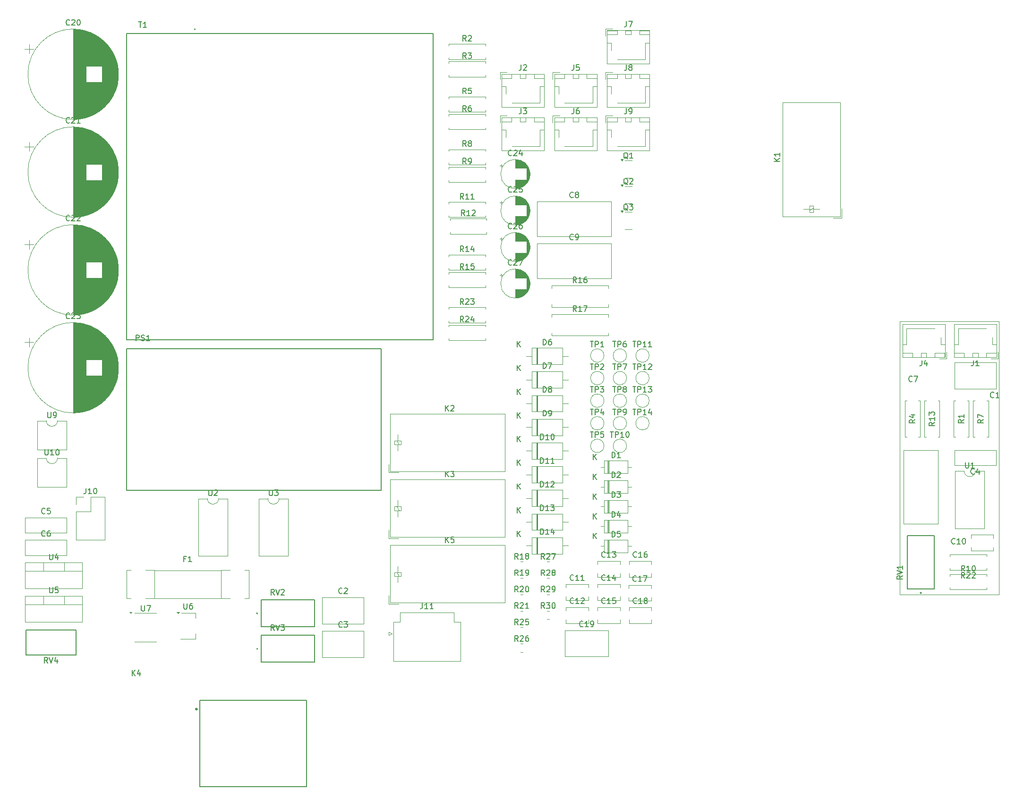
<source format=gto>
%TF.GenerationSoftware,KiCad,Pcbnew,8.0.5*%
%TF.CreationDate,2024-09-22T13:44:18+02:00*%
%TF.ProjectId,gain_box,6761696e-5f62-46f7-982e-6b696361645f,rev?*%
%TF.SameCoordinates,Original*%
%TF.FileFunction,Legend,Top*%
%TF.FilePolarity,Positive*%
%FSLAX46Y46*%
G04 Gerber Fmt 4.6, Leading zero omitted, Abs format (unit mm)*
G04 Created by KiCad (PCBNEW 8.0.5) date 2024-09-22 13:44:18*
%MOMM*%
%LPD*%
G01*
G04 APERTURE LIST*
%ADD10C,0.100000*%
%ADD11C,0.150000*%
%ADD12C,0.120000*%
%ADD13C,0.127000*%
%ADD14C,0.200000*%
%ADD15C,0.300000*%
G04 APERTURE END LIST*
D10*
X207400000Y-90830000D02*
X225150000Y-90830000D01*
X225150000Y-139830000D01*
X207400000Y-139830000D01*
X207400000Y-90830000D01*
D11*
X83498095Y-121104819D02*
X83498095Y-121914342D01*
X83498095Y-121914342D02*
X83545714Y-122009580D01*
X83545714Y-122009580D02*
X83593333Y-122057200D01*
X83593333Y-122057200D02*
X83688571Y-122104819D01*
X83688571Y-122104819D02*
X83879047Y-122104819D01*
X83879047Y-122104819D02*
X83974285Y-122057200D01*
X83974285Y-122057200D02*
X84021904Y-122009580D01*
X84021904Y-122009580D02*
X84069523Y-121914342D01*
X84069523Y-121914342D02*
X84069523Y-121104819D01*
X84498095Y-121200057D02*
X84545714Y-121152438D01*
X84545714Y-121152438D02*
X84640952Y-121104819D01*
X84640952Y-121104819D02*
X84879047Y-121104819D01*
X84879047Y-121104819D02*
X84974285Y-121152438D01*
X84974285Y-121152438D02*
X85021904Y-121200057D01*
X85021904Y-121200057D02*
X85069523Y-121295295D01*
X85069523Y-121295295D02*
X85069523Y-121390533D01*
X85069523Y-121390533D02*
X85021904Y-121533390D01*
X85021904Y-121533390D02*
X84450476Y-122104819D01*
X84450476Y-122104819D02*
X85069523Y-122104819D01*
X155771905Y-115314819D02*
X155771905Y-114314819D01*
X155771905Y-114314819D02*
X156010000Y-114314819D01*
X156010000Y-114314819D02*
X156152857Y-114362438D01*
X156152857Y-114362438D02*
X156248095Y-114457676D01*
X156248095Y-114457676D02*
X156295714Y-114552914D01*
X156295714Y-114552914D02*
X156343333Y-114743390D01*
X156343333Y-114743390D02*
X156343333Y-114886247D01*
X156343333Y-114886247D02*
X156295714Y-115076723D01*
X156295714Y-115076723D02*
X156248095Y-115171961D01*
X156248095Y-115171961D02*
X156152857Y-115267200D01*
X156152857Y-115267200D02*
X156010000Y-115314819D01*
X156010000Y-115314819D02*
X155771905Y-115314819D01*
X157295714Y-115314819D02*
X156724286Y-115314819D01*
X157010000Y-115314819D02*
X157010000Y-114314819D01*
X157010000Y-114314819D02*
X156914762Y-114457676D01*
X156914762Y-114457676D02*
X156819524Y-114552914D01*
X156819524Y-114552914D02*
X156724286Y-114600533D01*
X152438095Y-115634819D02*
X152438095Y-114634819D01*
X153009523Y-115634819D02*
X152580952Y-115063390D01*
X153009523Y-114634819D02*
X152438095Y-115206247D01*
X224233333Y-104439580D02*
X224185714Y-104487200D01*
X224185714Y-104487200D02*
X224042857Y-104534819D01*
X224042857Y-104534819D02*
X223947619Y-104534819D01*
X223947619Y-104534819D02*
X223804762Y-104487200D01*
X223804762Y-104487200D02*
X223709524Y-104391961D01*
X223709524Y-104391961D02*
X223661905Y-104296723D01*
X223661905Y-104296723D02*
X223614286Y-104106247D01*
X223614286Y-104106247D02*
X223614286Y-103963390D01*
X223614286Y-103963390D02*
X223661905Y-103772914D01*
X223661905Y-103772914D02*
X223709524Y-103677676D01*
X223709524Y-103677676D02*
X223804762Y-103582438D01*
X223804762Y-103582438D02*
X223947619Y-103534819D01*
X223947619Y-103534819D02*
X224042857Y-103534819D01*
X224042857Y-103534819D02*
X224185714Y-103582438D01*
X224185714Y-103582438D02*
X224233333Y-103630057D01*
X225185714Y-104534819D02*
X224614286Y-104534819D01*
X224900000Y-104534819D02*
X224900000Y-103534819D01*
X224900000Y-103534819D02*
X224804762Y-103677676D01*
X224804762Y-103677676D02*
X224709524Y-103772914D01*
X224709524Y-103772914D02*
X224614286Y-103820533D01*
X149407142Y-89044819D02*
X149073809Y-88568628D01*
X148835714Y-89044819D02*
X148835714Y-88044819D01*
X148835714Y-88044819D02*
X149216666Y-88044819D01*
X149216666Y-88044819D02*
X149311904Y-88092438D01*
X149311904Y-88092438D02*
X149359523Y-88140057D01*
X149359523Y-88140057D02*
X149407142Y-88235295D01*
X149407142Y-88235295D02*
X149407142Y-88378152D01*
X149407142Y-88378152D02*
X149359523Y-88473390D01*
X149359523Y-88473390D02*
X149311904Y-88521009D01*
X149311904Y-88521009D02*
X149216666Y-88568628D01*
X149216666Y-88568628D02*
X148835714Y-88568628D01*
X150359523Y-89044819D02*
X149788095Y-89044819D01*
X150073809Y-89044819D02*
X150073809Y-88044819D01*
X150073809Y-88044819D02*
X149978571Y-88187676D01*
X149978571Y-88187676D02*
X149883333Y-88282914D01*
X149883333Y-88282914D02*
X149788095Y-88330533D01*
X150692857Y-88044819D02*
X151359523Y-88044819D01*
X151359523Y-88044819D02*
X150930952Y-89044819D01*
X138947142Y-148234819D02*
X138613809Y-147758628D01*
X138375714Y-148234819D02*
X138375714Y-147234819D01*
X138375714Y-147234819D02*
X138756666Y-147234819D01*
X138756666Y-147234819D02*
X138851904Y-147282438D01*
X138851904Y-147282438D02*
X138899523Y-147330057D01*
X138899523Y-147330057D02*
X138947142Y-147425295D01*
X138947142Y-147425295D02*
X138947142Y-147568152D01*
X138947142Y-147568152D02*
X138899523Y-147663390D01*
X138899523Y-147663390D02*
X138851904Y-147711009D01*
X138851904Y-147711009D02*
X138756666Y-147758628D01*
X138756666Y-147758628D02*
X138375714Y-147758628D01*
X139328095Y-147330057D02*
X139375714Y-147282438D01*
X139375714Y-147282438D02*
X139470952Y-147234819D01*
X139470952Y-147234819D02*
X139709047Y-147234819D01*
X139709047Y-147234819D02*
X139804285Y-147282438D01*
X139804285Y-147282438D02*
X139851904Y-147330057D01*
X139851904Y-147330057D02*
X139899523Y-147425295D01*
X139899523Y-147425295D02*
X139899523Y-147520533D01*
X139899523Y-147520533D02*
X139851904Y-147663390D01*
X139851904Y-147663390D02*
X139280476Y-148234819D01*
X139280476Y-148234819D02*
X139899523Y-148234819D01*
X140756666Y-147234819D02*
X140566190Y-147234819D01*
X140566190Y-147234819D02*
X140470952Y-147282438D01*
X140470952Y-147282438D02*
X140423333Y-147330057D01*
X140423333Y-147330057D02*
X140328095Y-147472914D01*
X140328095Y-147472914D02*
X140280476Y-147663390D01*
X140280476Y-147663390D02*
X140280476Y-148044342D01*
X140280476Y-148044342D02*
X140328095Y-148139580D01*
X140328095Y-148139580D02*
X140375714Y-148187200D01*
X140375714Y-148187200D02*
X140470952Y-148234819D01*
X140470952Y-148234819D02*
X140661428Y-148234819D01*
X140661428Y-148234819D02*
X140756666Y-148187200D01*
X140756666Y-148187200D02*
X140804285Y-148139580D01*
X140804285Y-148139580D02*
X140851904Y-148044342D01*
X140851904Y-148044342D02*
X140851904Y-147806247D01*
X140851904Y-147806247D02*
X140804285Y-147711009D01*
X140804285Y-147711009D02*
X140756666Y-147663390D01*
X140756666Y-147663390D02*
X140661428Y-147615771D01*
X140661428Y-147615771D02*
X140470952Y-147615771D01*
X140470952Y-147615771D02*
X140375714Y-147663390D01*
X140375714Y-147663390D02*
X140328095Y-147711009D01*
X140328095Y-147711009D02*
X140280476Y-147806247D01*
X129643333Y-59444819D02*
X129310000Y-58968628D01*
X129071905Y-59444819D02*
X129071905Y-58444819D01*
X129071905Y-58444819D02*
X129452857Y-58444819D01*
X129452857Y-58444819D02*
X129548095Y-58492438D01*
X129548095Y-58492438D02*
X129595714Y-58540057D01*
X129595714Y-58540057D02*
X129643333Y-58635295D01*
X129643333Y-58635295D02*
X129643333Y-58778152D01*
X129643333Y-58778152D02*
X129595714Y-58873390D01*
X129595714Y-58873390D02*
X129548095Y-58921009D01*
X129548095Y-58921009D02*
X129452857Y-58968628D01*
X129452857Y-58968628D02*
X129071905Y-58968628D01*
X130214762Y-58873390D02*
X130119524Y-58825771D01*
X130119524Y-58825771D02*
X130071905Y-58778152D01*
X130071905Y-58778152D02*
X130024286Y-58682914D01*
X130024286Y-58682914D02*
X130024286Y-58635295D01*
X130024286Y-58635295D02*
X130071905Y-58540057D01*
X130071905Y-58540057D02*
X130119524Y-58492438D01*
X130119524Y-58492438D02*
X130214762Y-58444819D01*
X130214762Y-58444819D02*
X130405238Y-58444819D01*
X130405238Y-58444819D02*
X130500476Y-58492438D01*
X130500476Y-58492438D02*
X130548095Y-58540057D01*
X130548095Y-58540057D02*
X130595714Y-58635295D01*
X130595714Y-58635295D02*
X130595714Y-58682914D01*
X130595714Y-58682914D02*
X130548095Y-58778152D01*
X130548095Y-58778152D02*
X130500476Y-58825771D01*
X130500476Y-58825771D02*
X130405238Y-58873390D01*
X130405238Y-58873390D02*
X130214762Y-58873390D01*
X130214762Y-58873390D02*
X130119524Y-58921009D01*
X130119524Y-58921009D02*
X130071905Y-58968628D01*
X130071905Y-58968628D02*
X130024286Y-59063866D01*
X130024286Y-59063866D02*
X130024286Y-59254342D01*
X130024286Y-59254342D02*
X130071905Y-59349580D01*
X130071905Y-59349580D02*
X130119524Y-59397200D01*
X130119524Y-59397200D02*
X130214762Y-59444819D01*
X130214762Y-59444819D02*
X130405238Y-59444819D01*
X130405238Y-59444819D02*
X130500476Y-59397200D01*
X130500476Y-59397200D02*
X130548095Y-59349580D01*
X130548095Y-59349580D02*
X130595714Y-59254342D01*
X130595714Y-59254342D02*
X130595714Y-59063866D01*
X130595714Y-59063866D02*
X130548095Y-58968628D01*
X130548095Y-58968628D02*
X130500476Y-58921009D01*
X130500476Y-58921009D02*
X130405238Y-58873390D01*
X138947142Y-142334819D02*
X138613809Y-141858628D01*
X138375714Y-142334819D02*
X138375714Y-141334819D01*
X138375714Y-141334819D02*
X138756666Y-141334819D01*
X138756666Y-141334819D02*
X138851904Y-141382438D01*
X138851904Y-141382438D02*
X138899523Y-141430057D01*
X138899523Y-141430057D02*
X138947142Y-141525295D01*
X138947142Y-141525295D02*
X138947142Y-141668152D01*
X138947142Y-141668152D02*
X138899523Y-141763390D01*
X138899523Y-141763390D02*
X138851904Y-141811009D01*
X138851904Y-141811009D02*
X138756666Y-141858628D01*
X138756666Y-141858628D02*
X138375714Y-141858628D01*
X139328095Y-141430057D02*
X139375714Y-141382438D01*
X139375714Y-141382438D02*
X139470952Y-141334819D01*
X139470952Y-141334819D02*
X139709047Y-141334819D01*
X139709047Y-141334819D02*
X139804285Y-141382438D01*
X139804285Y-141382438D02*
X139851904Y-141430057D01*
X139851904Y-141430057D02*
X139899523Y-141525295D01*
X139899523Y-141525295D02*
X139899523Y-141620533D01*
X139899523Y-141620533D02*
X139851904Y-141763390D01*
X139851904Y-141763390D02*
X139280476Y-142334819D01*
X139280476Y-142334819D02*
X139899523Y-142334819D01*
X140851904Y-142334819D02*
X140280476Y-142334819D01*
X140566190Y-142334819D02*
X140566190Y-141334819D01*
X140566190Y-141334819D02*
X140470952Y-141477676D01*
X140470952Y-141477676D02*
X140375714Y-141572914D01*
X140375714Y-141572914D02*
X140280476Y-141620533D01*
X129643333Y-43694819D02*
X129310000Y-43218628D01*
X129071905Y-43694819D02*
X129071905Y-42694819D01*
X129071905Y-42694819D02*
X129452857Y-42694819D01*
X129452857Y-42694819D02*
X129548095Y-42742438D01*
X129548095Y-42742438D02*
X129595714Y-42790057D01*
X129595714Y-42790057D02*
X129643333Y-42885295D01*
X129643333Y-42885295D02*
X129643333Y-43028152D01*
X129643333Y-43028152D02*
X129595714Y-43123390D01*
X129595714Y-43123390D02*
X129548095Y-43171009D01*
X129548095Y-43171009D02*
X129452857Y-43218628D01*
X129452857Y-43218628D02*
X129071905Y-43218628D01*
X129976667Y-42694819D02*
X130595714Y-42694819D01*
X130595714Y-42694819D02*
X130262381Y-43075771D01*
X130262381Y-43075771D02*
X130405238Y-43075771D01*
X130405238Y-43075771D02*
X130500476Y-43123390D01*
X130500476Y-43123390D02*
X130548095Y-43171009D01*
X130548095Y-43171009D02*
X130595714Y-43266247D01*
X130595714Y-43266247D02*
X130595714Y-43504342D01*
X130595714Y-43504342D02*
X130548095Y-43599580D01*
X130548095Y-43599580D02*
X130500476Y-43647200D01*
X130500476Y-43647200D02*
X130405238Y-43694819D01*
X130405238Y-43694819D02*
X130119524Y-43694819D01*
X130119524Y-43694819D02*
X130024286Y-43647200D01*
X130024286Y-43647200D02*
X129976667Y-43599580D01*
X158386666Y-37014819D02*
X158386666Y-37729104D01*
X158386666Y-37729104D02*
X158339047Y-37871961D01*
X158339047Y-37871961D02*
X158243809Y-37967200D01*
X158243809Y-37967200D02*
X158100952Y-38014819D01*
X158100952Y-38014819D02*
X158005714Y-38014819D01*
X158767619Y-37014819D02*
X159434285Y-37014819D01*
X159434285Y-37014819D02*
X159005714Y-38014819D01*
X143431905Y-95064819D02*
X143431905Y-94064819D01*
X143431905Y-94064819D02*
X143670000Y-94064819D01*
X143670000Y-94064819D02*
X143812857Y-94112438D01*
X143812857Y-94112438D02*
X143908095Y-94207676D01*
X143908095Y-94207676D02*
X143955714Y-94302914D01*
X143955714Y-94302914D02*
X144003333Y-94493390D01*
X144003333Y-94493390D02*
X144003333Y-94636247D01*
X144003333Y-94636247D02*
X143955714Y-94826723D01*
X143955714Y-94826723D02*
X143908095Y-94921961D01*
X143908095Y-94921961D02*
X143812857Y-95017200D01*
X143812857Y-95017200D02*
X143670000Y-95064819D01*
X143670000Y-95064819D02*
X143431905Y-95064819D01*
X144860476Y-94064819D02*
X144670000Y-94064819D01*
X144670000Y-94064819D02*
X144574762Y-94112438D01*
X144574762Y-94112438D02*
X144527143Y-94160057D01*
X144527143Y-94160057D02*
X144431905Y-94302914D01*
X144431905Y-94302914D02*
X144384286Y-94493390D01*
X144384286Y-94493390D02*
X144384286Y-94874342D01*
X144384286Y-94874342D02*
X144431905Y-94969580D01*
X144431905Y-94969580D02*
X144479524Y-95017200D01*
X144479524Y-95017200D02*
X144574762Y-95064819D01*
X144574762Y-95064819D02*
X144765238Y-95064819D01*
X144765238Y-95064819D02*
X144860476Y-95017200D01*
X144860476Y-95017200D02*
X144908095Y-94969580D01*
X144908095Y-94969580D02*
X144955714Y-94874342D01*
X144955714Y-94874342D02*
X144955714Y-94636247D01*
X144955714Y-94636247D02*
X144908095Y-94541009D01*
X144908095Y-94541009D02*
X144860476Y-94493390D01*
X144860476Y-94493390D02*
X144765238Y-94445771D01*
X144765238Y-94445771D02*
X144574762Y-94445771D01*
X144574762Y-94445771D02*
X144479524Y-94493390D01*
X144479524Y-94493390D02*
X144431905Y-94541009D01*
X144431905Y-94541009D02*
X144384286Y-94636247D01*
X138828095Y-95434819D02*
X138828095Y-94434819D01*
X139399523Y-95434819D02*
X138970952Y-94863390D01*
X139399523Y-94434819D02*
X138828095Y-95006247D01*
X143697142Y-139384819D02*
X143363809Y-138908628D01*
X143125714Y-139384819D02*
X143125714Y-138384819D01*
X143125714Y-138384819D02*
X143506666Y-138384819D01*
X143506666Y-138384819D02*
X143601904Y-138432438D01*
X143601904Y-138432438D02*
X143649523Y-138480057D01*
X143649523Y-138480057D02*
X143697142Y-138575295D01*
X143697142Y-138575295D02*
X143697142Y-138718152D01*
X143697142Y-138718152D02*
X143649523Y-138813390D01*
X143649523Y-138813390D02*
X143601904Y-138861009D01*
X143601904Y-138861009D02*
X143506666Y-138908628D01*
X143506666Y-138908628D02*
X143125714Y-138908628D01*
X144078095Y-138480057D02*
X144125714Y-138432438D01*
X144125714Y-138432438D02*
X144220952Y-138384819D01*
X144220952Y-138384819D02*
X144459047Y-138384819D01*
X144459047Y-138384819D02*
X144554285Y-138432438D01*
X144554285Y-138432438D02*
X144601904Y-138480057D01*
X144601904Y-138480057D02*
X144649523Y-138575295D01*
X144649523Y-138575295D02*
X144649523Y-138670533D01*
X144649523Y-138670533D02*
X144601904Y-138813390D01*
X144601904Y-138813390D02*
X144030476Y-139384819D01*
X144030476Y-139384819D02*
X144649523Y-139384819D01*
X145125714Y-139384819D02*
X145316190Y-139384819D01*
X145316190Y-139384819D02*
X145411428Y-139337200D01*
X145411428Y-139337200D02*
X145459047Y-139289580D01*
X145459047Y-139289580D02*
X145554285Y-139146723D01*
X145554285Y-139146723D02*
X145601904Y-138956247D01*
X145601904Y-138956247D02*
X145601904Y-138575295D01*
X145601904Y-138575295D02*
X145554285Y-138480057D01*
X145554285Y-138480057D02*
X145506666Y-138432438D01*
X145506666Y-138432438D02*
X145411428Y-138384819D01*
X145411428Y-138384819D02*
X145220952Y-138384819D01*
X145220952Y-138384819D02*
X145125714Y-138432438D01*
X145125714Y-138432438D02*
X145078095Y-138480057D01*
X145078095Y-138480057D02*
X145030476Y-138575295D01*
X145030476Y-138575295D02*
X145030476Y-138813390D01*
X145030476Y-138813390D02*
X145078095Y-138908628D01*
X145078095Y-138908628D02*
X145125714Y-138956247D01*
X145125714Y-138956247D02*
X145220952Y-139003866D01*
X145220952Y-139003866D02*
X145411428Y-139003866D01*
X145411428Y-139003866D02*
X145506666Y-138956247D01*
X145506666Y-138956247D02*
X145554285Y-138908628D01*
X145554285Y-138908628D02*
X145601904Y-138813390D01*
X121795476Y-141414819D02*
X121795476Y-142129104D01*
X121795476Y-142129104D02*
X121747857Y-142271961D01*
X121747857Y-142271961D02*
X121652619Y-142367200D01*
X121652619Y-142367200D02*
X121509762Y-142414819D01*
X121509762Y-142414819D02*
X121414524Y-142414819D01*
X122795476Y-142414819D02*
X122224048Y-142414819D01*
X122509762Y-142414819D02*
X122509762Y-141414819D01*
X122509762Y-141414819D02*
X122414524Y-141557676D01*
X122414524Y-141557676D02*
X122319286Y-141652914D01*
X122319286Y-141652914D02*
X122224048Y-141700533D01*
X123747857Y-142414819D02*
X123176429Y-142414819D01*
X123462143Y-142414819D02*
X123462143Y-141414819D01*
X123462143Y-141414819D02*
X123366905Y-141557676D01*
X123366905Y-141557676D02*
X123271667Y-141652914D01*
X123271667Y-141652914D02*
X123176429Y-141700533D01*
X207844819Y-136500238D02*
X207368628Y-136833571D01*
X207844819Y-137071666D02*
X206844819Y-137071666D01*
X206844819Y-137071666D02*
X206844819Y-136690714D01*
X206844819Y-136690714D02*
X206892438Y-136595476D01*
X206892438Y-136595476D02*
X206940057Y-136547857D01*
X206940057Y-136547857D02*
X207035295Y-136500238D01*
X207035295Y-136500238D02*
X207178152Y-136500238D01*
X207178152Y-136500238D02*
X207273390Y-136547857D01*
X207273390Y-136547857D02*
X207321009Y-136595476D01*
X207321009Y-136595476D02*
X207368628Y-136690714D01*
X207368628Y-136690714D02*
X207368628Y-137071666D01*
X206844819Y-136214523D02*
X207844819Y-135881190D01*
X207844819Y-135881190D02*
X206844819Y-135547857D01*
X207844819Y-134690714D02*
X207844819Y-135262142D01*
X207844819Y-134976428D02*
X206844819Y-134976428D01*
X206844819Y-134976428D02*
X206987676Y-135071666D01*
X206987676Y-135071666D02*
X207082914Y-135166904D01*
X207082914Y-135166904D02*
X207130533Y-135262142D01*
X129167142Y-81494819D02*
X128833809Y-81018628D01*
X128595714Y-81494819D02*
X128595714Y-80494819D01*
X128595714Y-80494819D02*
X128976666Y-80494819D01*
X128976666Y-80494819D02*
X129071904Y-80542438D01*
X129071904Y-80542438D02*
X129119523Y-80590057D01*
X129119523Y-80590057D02*
X129167142Y-80685295D01*
X129167142Y-80685295D02*
X129167142Y-80828152D01*
X129167142Y-80828152D02*
X129119523Y-80923390D01*
X129119523Y-80923390D02*
X129071904Y-80971009D01*
X129071904Y-80971009D02*
X128976666Y-81018628D01*
X128976666Y-81018628D02*
X128595714Y-81018628D01*
X130119523Y-81494819D02*
X129548095Y-81494819D01*
X129833809Y-81494819D02*
X129833809Y-80494819D01*
X129833809Y-80494819D02*
X129738571Y-80637676D01*
X129738571Y-80637676D02*
X129643333Y-80732914D01*
X129643333Y-80732914D02*
X129548095Y-80780533D01*
X131024285Y-80494819D02*
X130548095Y-80494819D01*
X130548095Y-80494819D02*
X130500476Y-80971009D01*
X130500476Y-80971009D02*
X130548095Y-80923390D01*
X130548095Y-80923390D02*
X130643333Y-80875771D01*
X130643333Y-80875771D02*
X130881428Y-80875771D01*
X130881428Y-80875771D02*
X130976666Y-80923390D01*
X130976666Y-80923390D02*
X131024285Y-80971009D01*
X131024285Y-80971009D02*
X131071904Y-81066247D01*
X131071904Y-81066247D02*
X131071904Y-81304342D01*
X131071904Y-81304342D02*
X131024285Y-81399580D01*
X131024285Y-81399580D02*
X130976666Y-81447200D01*
X130976666Y-81447200D02*
X130881428Y-81494819D01*
X130881428Y-81494819D02*
X130643333Y-81494819D01*
X130643333Y-81494819D02*
X130548095Y-81447200D01*
X130548095Y-81447200D02*
X130500476Y-81399580D01*
X79386666Y-133461009D02*
X79053333Y-133461009D01*
X79053333Y-133984819D02*
X79053333Y-132984819D01*
X79053333Y-132984819D02*
X79529523Y-132984819D01*
X80434285Y-133984819D02*
X79862857Y-133984819D01*
X80148571Y-133984819D02*
X80148571Y-132984819D01*
X80148571Y-132984819D02*
X80053333Y-133127676D01*
X80053333Y-133127676D02*
X79958095Y-133222914D01*
X79958095Y-133222914D02*
X79862857Y-133270533D01*
X54163333Y-129319580D02*
X54115714Y-129367200D01*
X54115714Y-129367200D02*
X53972857Y-129414819D01*
X53972857Y-129414819D02*
X53877619Y-129414819D01*
X53877619Y-129414819D02*
X53734762Y-129367200D01*
X53734762Y-129367200D02*
X53639524Y-129271961D01*
X53639524Y-129271961D02*
X53591905Y-129176723D01*
X53591905Y-129176723D02*
X53544286Y-128986247D01*
X53544286Y-128986247D02*
X53544286Y-128843390D01*
X53544286Y-128843390D02*
X53591905Y-128652914D01*
X53591905Y-128652914D02*
X53639524Y-128557676D01*
X53639524Y-128557676D02*
X53734762Y-128462438D01*
X53734762Y-128462438D02*
X53877619Y-128414819D01*
X53877619Y-128414819D02*
X53972857Y-128414819D01*
X53972857Y-128414819D02*
X54115714Y-128462438D01*
X54115714Y-128462438D02*
X54163333Y-128510057D01*
X55020476Y-128414819D02*
X54830000Y-128414819D01*
X54830000Y-128414819D02*
X54734762Y-128462438D01*
X54734762Y-128462438D02*
X54687143Y-128510057D01*
X54687143Y-128510057D02*
X54591905Y-128652914D01*
X54591905Y-128652914D02*
X54544286Y-128843390D01*
X54544286Y-128843390D02*
X54544286Y-129224342D01*
X54544286Y-129224342D02*
X54591905Y-129319580D01*
X54591905Y-129319580D02*
X54639524Y-129367200D01*
X54639524Y-129367200D02*
X54734762Y-129414819D01*
X54734762Y-129414819D02*
X54925238Y-129414819D01*
X54925238Y-129414819D02*
X55020476Y-129367200D01*
X55020476Y-129367200D02*
X55068095Y-129319580D01*
X55068095Y-129319580D02*
X55115714Y-129224342D01*
X55115714Y-129224342D02*
X55115714Y-128986247D01*
X55115714Y-128986247D02*
X55068095Y-128891009D01*
X55068095Y-128891009D02*
X55020476Y-128843390D01*
X55020476Y-128843390D02*
X54925238Y-128795771D01*
X54925238Y-128795771D02*
X54734762Y-128795771D01*
X54734762Y-128795771D02*
X54639524Y-128843390D01*
X54639524Y-128843390D02*
X54591905Y-128891009D01*
X54591905Y-128891009D02*
X54544286Y-128986247D01*
X222354819Y-108496666D02*
X221878628Y-108829999D01*
X222354819Y-109068094D02*
X221354819Y-109068094D01*
X221354819Y-109068094D02*
X221354819Y-108687142D01*
X221354819Y-108687142D02*
X221402438Y-108591904D01*
X221402438Y-108591904D02*
X221450057Y-108544285D01*
X221450057Y-108544285D02*
X221545295Y-108496666D01*
X221545295Y-108496666D02*
X221688152Y-108496666D01*
X221688152Y-108496666D02*
X221783390Y-108544285D01*
X221783390Y-108544285D02*
X221831009Y-108591904D01*
X221831009Y-108591904D02*
X221878628Y-108687142D01*
X221878628Y-108687142D02*
X221878628Y-109068094D01*
X221354819Y-108163332D02*
X221354819Y-107496666D01*
X221354819Y-107496666D02*
X222354819Y-107925237D01*
X151888095Y-98486819D02*
X152459523Y-98486819D01*
X152173809Y-99486819D02*
X152173809Y-98486819D01*
X152792857Y-99486819D02*
X152792857Y-98486819D01*
X152792857Y-98486819D02*
X153173809Y-98486819D01*
X153173809Y-98486819D02*
X153269047Y-98534438D01*
X153269047Y-98534438D02*
X153316666Y-98582057D01*
X153316666Y-98582057D02*
X153364285Y-98677295D01*
X153364285Y-98677295D02*
X153364285Y-98820152D01*
X153364285Y-98820152D02*
X153316666Y-98915390D01*
X153316666Y-98915390D02*
X153269047Y-98963009D01*
X153269047Y-98963009D02*
X153173809Y-99010628D01*
X153173809Y-99010628D02*
X152792857Y-99010628D01*
X153745238Y-98582057D02*
X153792857Y-98534438D01*
X153792857Y-98534438D02*
X153888095Y-98486819D01*
X153888095Y-98486819D02*
X154126190Y-98486819D01*
X154126190Y-98486819D02*
X154221428Y-98534438D01*
X154221428Y-98534438D02*
X154269047Y-98582057D01*
X154269047Y-98582057D02*
X154316666Y-98677295D01*
X154316666Y-98677295D02*
X154316666Y-98772533D01*
X154316666Y-98772533D02*
X154269047Y-98915390D01*
X154269047Y-98915390D02*
X153697619Y-99486819D01*
X153697619Y-99486819D02*
X154316666Y-99486819D01*
X159511905Y-102536819D02*
X160083333Y-102536819D01*
X159797619Y-103536819D02*
X159797619Y-102536819D01*
X160416667Y-103536819D02*
X160416667Y-102536819D01*
X160416667Y-102536819D02*
X160797619Y-102536819D01*
X160797619Y-102536819D02*
X160892857Y-102584438D01*
X160892857Y-102584438D02*
X160940476Y-102632057D01*
X160940476Y-102632057D02*
X160988095Y-102727295D01*
X160988095Y-102727295D02*
X160988095Y-102870152D01*
X160988095Y-102870152D02*
X160940476Y-102965390D01*
X160940476Y-102965390D02*
X160892857Y-103013009D01*
X160892857Y-103013009D02*
X160797619Y-103060628D01*
X160797619Y-103060628D02*
X160416667Y-103060628D01*
X161940476Y-103536819D02*
X161369048Y-103536819D01*
X161654762Y-103536819D02*
X161654762Y-102536819D01*
X161654762Y-102536819D02*
X161559524Y-102679676D01*
X161559524Y-102679676D02*
X161464286Y-102774914D01*
X161464286Y-102774914D02*
X161369048Y-102822533D01*
X162273810Y-102536819D02*
X162892857Y-102536819D01*
X162892857Y-102536819D02*
X162559524Y-102917771D01*
X162559524Y-102917771D02*
X162702381Y-102917771D01*
X162702381Y-102917771D02*
X162797619Y-102965390D01*
X162797619Y-102965390D02*
X162845238Y-103013009D01*
X162845238Y-103013009D02*
X162892857Y-103108247D01*
X162892857Y-103108247D02*
X162892857Y-103346342D01*
X162892857Y-103346342D02*
X162845238Y-103441580D01*
X162845238Y-103441580D02*
X162797619Y-103489200D01*
X162797619Y-103489200D02*
X162702381Y-103536819D01*
X162702381Y-103536819D02*
X162416667Y-103536819D01*
X162416667Y-103536819D02*
X162321429Y-103489200D01*
X162321429Y-103489200D02*
X162273810Y-103441580D01*
X185874819Y-62148094D02*
X184874819Y-62148094D01*
X185874819Y-61576666D02*
X185303390Y-62005237D01*
X184874819Y-61576666D02*
X185446247Y-62148094D01*
X185874819Y-60624285D02*
X185874819Y-61195713D01*
X185874819Y-60909999D02*
X184874819Y-60909999D01*
X184874819Y-60909999D02*
X185017676Y-61005237D01*
X185017676Y-61005237D02*
X185112914Y-61100475D01*
X185112914Y-61100475D02*
X185160533Y-61195713D01*
X213604819Y-108972857D02*
X213128628Y-109306190D01*
X213604819Y-109544285D02*
X212604819Y-109544285D01*
X212604819Y-109544285D02*
X212604819Y-109163333D01*
X212604819Y-109163333D02*
X212652438Y-109068095D01*
X212652438Y-109068095D02*
X212700057Y-109020476D01*
X212700057Y-109020476D02*
X212795295Y-108972857D01*
X212795295Y-108972857D02*
X212938152Y-108972857D01*
X212938152Y-108972857D02*
X213033390Y-109020476D01*
X213033390Y-109020476D02*
X213081009Y-109068095D01*
X213081009Y-109068095D02*
X213128628Y-109163333D01*
X213128628Y-109163333D02*
X213128628Y-109544285D01*
X213604819Y-108020476D02*
X213604819Y-108591904D01*
X213604819Y-108306190D02*
X212604819Y-108306190D01*
X212604819Y-108306190D02*
X212747676Y-108401428D01*
X212747676Y-108401428D02*
X212842914Y-108496666D01*
X212842914Y-108496666D02*
X212890533Y-108591904D01*
X212604819Y-107687142D02*
X212604819Y-107068095D01*
X212604819Y-107068095D02*
X212985771Y-107401428D01*
X212985771Y-107401428D02*
X212985771Y-107258571D01*
X212985771Y-107258571D02*
X213033390Y-107163333D01*
X213033390Y-107163333D02*
X213081009Y-107115714D01*
X213081009Y-107115714D02*
X213176247Y-107068095D01*
X213176247Y-107068095D02*
X213414342Y-107068095D01*
X213414342Y-107068095D02*
X213509580Y-107115714D01*
X213509580Y-107115714D02*
X213557200Y-107163333D01*
X213557200Y-107163333D02*
X213604819Y-107258571D01*
X213604819Y-107258571D02*
X213604819Y-107544285D01*
X213604819Y-107544285D02*
X213557200Y-107639523D01*
X213557200Y-107639523D02*
X213509580Y-107687142D01*
X142955714Y-129064819D02*
X142955714Y-128064819D01*
X142955714Y-128064819D02*
X143193809Y-128064819D01*
X143193809Y-128064819D02*
X143336666Y-128112438D01*
X143336666Y-128112438D02*
X143431904Y-128207676D01*
X143431904Y-128207676D02*
X143479523Y-128302914D01*
X143479523Y-128302914D02*
X143527142Y-128493390D01*
X143527142Y-128493390D02*
X143527142Y-128636247D01*
X143527142Y-128636247D02*
X143479523Y-128826723D01*
X143479523Y-128826723D02*
X143431904Y-128921961D01*
X143431904Y-128921961D02*
X143336666Y-129017200D01*
X143336666Y-129017200D02*
X143193809Y-129064819D01*
X143193809Y-129064819D02*
X142955714Y-129064819D01*
X144479523Y-129064819D02*
X143908095Y-129064819D01*
X144193809Y-129064819D02*
X144193809Y-128064819D01*
X144193809Y-128064819D02*
X144098571Y-128207676D01*
X144098571Y-128207676D02*
X144003333Y-128302914D01*
X144003333Y-128302914D02*
X143908095Y-128350533D01*
X145336666Y-128398152D02*
X145336666Y-129064819D01*
X145098571Y-128017200D02*
X144860476Y-128731485D01*
X144860476Y-128731485D02*
X145479523Y-128731485D01*
X138828095Y-129434819D02*
X138828095Y-128434819D01*
X139399523Y-129434819D02*
X138970952Y-128863390D01*
X139399523Y-128434819D02*
X138828095Y-129006247D01*
X129643333Y-53144819D02*
X129310000Y-52668628D01*
X129071905Y-53144819D02*
X129071905Y-52144819D01*
X129071905Y-52144819D02*
X129452857Y-52144819D01*
X129452857Y-52144819D02*
X129548095Y-52192438D01*
X129548095Y-52192438D02*
X129595714Y-52240057D01*
X129595714Y-52240057D02*
X129643333Y-52335295D01*
X129643333Y-52335295D02*
X129643333Y-52478152D01*
X129643333Y-52478152D02*
X129595714Y-52573390D01*
X129595714Y-52573390D02*
X129548095Y-52621009D01*
X129548095Y-52621009D02*
X129452857Y-52668628D01*
X129452857Y-52668628D02*
X129071905Y-52668628D01*
X130500476Y-52144819D02*
X130310000Y-52144819D01*
X130310000Y-52144819D02*
X130214762Y-52192438D01*
X130214762Y-52192438D02*
X130167143Y-52240057D01*
X130167143Y-52240057D02*
X130071905Y-52382914D01*
X130071905Y-52382914D02*
X130024286Y-52573390D01*
X130024286Y-52573390D02*
X130024286Y-52954342D01*
X130024286Y-52954342D02*
X130071905Y-53049580D01*
X130071905Y-53049580D02*
X130119524Y-53097200D01*
X130119524Y-53097200D02*
X130214762Y-53144819D01*
X130214762Y-53144819D02*
X130405238Y-53144819D01*
X130405238Y-53144819D02*
X130500476Y-53097200D01*
X130500476Y-53097200D02*
X130548095Y-53049580D01*
X130548095Y-53049580D02*
X130595714Y-52954342D01*
X130595714Y-52954342D02*
X130595714Y-52716247D01*
X130595714Y-52716247D02*
X130548095Y-52621009D01*
X130548095Y-52621009D02*
X130500476Y-52573390D01*
X130500476Y-52573390D02*
X130405238Y-52525771D01*
X130405238Y-52525771D02*
X130214762Y-52525771D01*
X130214762Y-52525771D02*
X130119524Y-52573390D01*
X130119524Y-52573390D02*
X130071905Y-52621009D01*
X130071905Y-52621009D02*
X130024286Y-52716247D01*
X155938095Y-102536819D02*
X156509523Y-102536819D01*
X156223809Y-103536819D02*
X156223809Y-102536819D01*
X156842857Y-103536819D02*
X156842857Y-102536819D01*
X156842857Y-102536819D02*
X157223809Y-102536819D01*
X157223809Y-102536819D02*
X157319047Y-102584438D01*
X157319047Y-102584438D02*
X157366666Y-102632057D01*
X157366666Y-102632057D02*
X157414285Y-102727295D01*
X157414285Y-102727295D02*
X157414285Y-102870152D01*
X157414285Y-102870152D02*
X157366666Y-102965390D01*
X157366666Y-102965390D02*
X157319047Y-103013009D01*
X157319047Y-103013009D02*
X157223809Y-103060628D01*
X157223809Y-103060628D02*
X156842857Y-103060628D01*
X157985714Y-102965390D02*
X157890476Y-102917771D01*
X157890476Y-102917771D02*
X157842857Y-102870152D01*
X157842857Y-102870152D02*
X157795238Y-102774914D01*
X157795238Y-102774914D02*
X157795238Y-102727295D01*
X157795238Y-102727295D02*
X157842857Y-102632057D01*
X157842857Y-102632057D02*
X157890476Y-102584438D01*
X157890476Y-102584438D02*
X157985714Y-102536819D01*
X157985714Y-102536819D02*
X158176190Y-102536819D01*
X158176190Y-102536819D02*
X158271428Y-102584438D01*
X158271428Y-102584438D02*
X158319047Y-102632057D01*
X158319047Y-102632057D02*
X158366666Y-102727295D01*
X158366666Y-102727295D02*
X158366666Y-102774914D01*
X158366666Y-102774914D02*
X158319047Y-102870152D01*
X158319047Y-102870152D02*
X158271428Y-102917771D01*
X158271428Y-102917771D02*
X158176190Y-102965390D01*
X158176190Y-102965390D02*
X157985714Y-102965390D01*
X157985714Y-102965390D02*
X157890476Y-103013009D01*
X157890476Y-103013009D02*
X157842857Y-103060628D01*
X157842857Y-103060628D02*
X157795238Y-103155866D01*
X157795238Y-103155866D02*
X157795238Y-103346342D01*
X157795238Y-103346342D02*
X157842857Y-103441580D01*
X157842857Y-103441580D02*
X157890476Y-103489200D01*
X157890476Y-103489200D02*
X157985714Y-103536819D01*
X157985714Y-103536819D02*
X158176190Y-103536819D01*
X158176190Y-103536819D02*
X158271428Y-103489200D01*
X158271428Y-103489200D02*
X158319047Y-103441580D01*
X158319047Y-103441580D02*
X158366666Y-103346342D01*
X158366666Y-103346342D02*
X158366666Y-103155866D01*
X158366666Y-103155866D02*
X158319047Y-103060628D01*
X158319047Y-103060628D02*
X158271428Y-103013009D01*
X158271428Y-103013009D02*
X158176190Y-102965390D01*
X155938095Y-94436819D02*
X156509523Y-94436819D01*
X156223809Y-95436819D02*
X156223809Y-94436819D01*
X156842857Y-95436819D02*
X156842857Y-94436819D01*
X156842857Y-94436819D02*
X157223809Y-94436819D01*
X157223809Y-94436819D02*
X157319047Y-94484438D01*
X157319047Y-94484438D02*
X157366666Y-94532057D01*
X157366666Y-94532057D02*
X157414285Y-94627295D01*
X157414285Y-94627295D02*
X157414285Y-94770152D01*
X157414285Y-94770152D02*
X157366666Y-94865390D01*
X157366666Y-94865390D02*
X157319047Y-94913009D01*
X157319047Y-94913009D02*
X157223809Y-94960628D01*
X157223809Y-94960628D02*
X156842857Y-94960628D01*
X158271428Y-94436819D02*
X158080952Y-94436819D01*
X158080952Y-94436819D02*
X157985714Y-94484438D01*
X157985714Y-94484438D02*
X157938095Y-94532057D01*
X157938095Y-94532057D02*
X157842857Y-94674914D01*
X157842857Y-94674914D02*
X157795238Y-94865390D01*
X157795238Y-94865390D02*
X157795238Y-95246342D01*
X157795238Y-95246342D02*
X157842857Y-95341580D01*
X157842857Y-95341580D02*
X157890476Y-95389200D01*
X157890476Y-95389200D02*
X157985714Y-95436819D01*
X157985714Y-95436819D02*
X158176190Y-95436819D01*
X158176190Y-95436819D02*
X158271428Y-95389200D01*
X158271428Y-95389200D02*
X158319047Y-95341580D01*
X158319047Y-95341580D02*
X158366666Y-95246342D01*
X158366666Y-95246342D02*
X158366666Y-95008247D01*
X158366666Y-95008247D02*
X158319047Y-94913009D01*
X158319047Y-94913009D02*
X158271428Y-94865390D01*
X158271428Y-94865390D02*
X158176190Y-94817771D01*
X158176190Y-94817771D02*
X157985714Y-94817771D01*
X157985714Y-94817771D02*
X157890476Y-94865390D01*
X157890476Y-94865390D02*
X157842857Y-94913009D01*
X157842857Y-94913009D02*
X157795238Y-95008247D01*
X160197142Y-141389580D02*
X160149523Y-141437200D01*
X160149523Y-141437200D02*
X160006666Y-141484819D01*
X160006666Y-141484819D02*
X159911428Y-141484819D01*
X159911428Y-141484819D02*
X159768571Y-141437200D01*
X159768571Y-141437200D02*
X159673333Y-141341961D01*
X159673333Y-141341961D02*
X159625714Y-141246723D01*
X159625714Y-141246723D02*
X159578095Y-141056247D01*
X159578095Y-141056247D02*
X159578095Y-140913390D01*
X159578095Y-140913390D02*
X159625714Y-140722914D01*
X159625714Y-140722914D02*
X159673333Y-140627676D01*
X159673333Y-140627676D02*
X159768571Y-140532438D01*
X159768571Y-140532438D02*
X159911428Y-140484819D01*
X159911428Y-140484819D02*
X160006666Y-140484819D01*
X160006666Y-140484819D02*
X160149523Y-140532438D01*
X160149523Y-140532438D02*
X160197142Y-140580057D01*
X161149523Y-141484819D02*
X160578095Y-141484819D01*
X160863809Y-141484819D02*
X160863809Y-140484819D01*
X160863809Y-140484819D02*
X160768571Y-140627676D01*
X160768571Y-140627676D02*
X160673333Y-140722914D01*
X160673333Y-140722914D02*
X160578095Y-140770533D01*
X161720952Y-140913390D02*
X161625714Y-140865771D01*
X161625714Y-140865771D02*
X161578095Y-140818152D01*
X161578095Y-140818152D02*
X161530476Y-140722914D01*
X161530476Y-140722914D02*
X161530476Y-140675295D01*
X161530476Y-140675295D02*
X161578095Y-140580057D01*
X161578095Y-140580057D02*
X161625714Y-140532438D01*
X161625714Y-140532438D02*
X161720952Y-140484819D01*
X161720952Y-140484819D02*
X161911428Y-140484819D01*
X161911428Y-140484819D02*
X162006666Y-140532438D01*
X162006666Y-140532438D02*
X162054285Y-140580057D01*
X162054285Y-140580057D02*
X162101904Y-140675295D01*
X162101904Y-140675295D02*
X162101904Y-140722914D01*
X162101904Y-140722914D02*
X162054285Y-140818152D01*
X162054285Y-140818152D02*
X162006666Y-140865771D01*
X162006666Y-140865771D02*
X161911428Y-140913390D01*
X161911428Y-140913390D02*
X161720952Y-140913390D01*
X161720952Y-140913390D02*
X161625714Y-140961009D01*
X161625714Y-140961009D02*
X161578095Y-141008628D01*
X161578095Y-141008628D02*
X161530476Y-141103866D01*
X161530476Y-141103866D02*
X161530476Y-141294342D01*
X161530476Y-141294342D02*
X161578095Y-141389580D01*
X161578095Y-141389580D02*
X161625714Y-141437200D01*
X161625714Y-141437200D02*
X161720952Y-141484819D01*
X161720952Y-141484819D02*
X161911428Y-141484819D01*
X161911428Y-141484819D02*
X162006666Y-141437200D01*
X162006666Y-141437200D02*
X162054285Y-141389580D01*
X162054285Y-141389580D02*
X162101904Y-141294342D01*
X162101904Y-141294342D02*
X162101904Y-141103866D01*
X162101904Y-141103866D02*
X162054285Y-141008628D01*
X162054285Y-141008628D02*
X162006666Y-140961009D01*
X162006666Y-140961009D02*
X161911428Y-140913390D01*
X148936666Y-44814819D02*
X148936666Y-45529104D01*
X148936666Y-45529104D02*
X148889047Y-45671961D01*
X148889047Y-45671961D02*
X148793809Y-45767200D01*
X148793809Y-45767200D02*
X148650952Y-45814819D01*
X148650952Y-45814819D02*
X148555714Y-45814819D01*
X149889047Y-44814819D02*
X149412857Y-44814819D01*
X149412857Y-44814819D02*
X149365238Y-45291009D01*
X149365238Y-45291009D02*
X149412857Y-45243390D01*
X149412857Y-45243390D02*
X149508095Y-45195771D01*
X149508095Y-45195771D02*
X149746190Y-45195771D01*
X149746190Y-45195771D02*
X149841428Y-45243390D01*
X149841428Y-45243390D02*
X149889047Y-45291009D01*
X149889047Y-45291009D02*
X149936666Y-45386247D01*
X149936666Y-45386247D02*
X149936666Y-45624342D01*
X149936666Y-45624342D02*
X149889047Y-45719580D01*
X149889047Y-45719580D02*
X149841428Y-45767200D01*
X149841428Y-45767200D02*
X149746190Y-45814819D01*
X149746190Y-45814819D02*
X149508095Y-45814819D01*
X149508095Y-45814819D02*
X149412857Y-45767200D01*
X149412857Y-45767200D02*
X149365238Y-45719580D01*
X155938095Y-106586819D02*
X156509523Y-106586819D01*
X156223809Y-107586819D02*
X156223809Y-106586819D01*
X156842857Y-107586819D02*
X156842857Y-106586819D01*
X156842857Y-106586819D02*
X157223809Y-106586819D01*
X157223809Y-106586819D02*
X157319047Y-106634438D01*
X157319047Y-106634438D02*
X157366666Y-106682057D01*
X157366666Y-106682057D02*
X157414285Y-106777295D01*
X157414285Y-106777295D02*
X157414285Y-106920152D01*
X157414285Y-106920152D02*
X157366666Y-107015390D01*
X157366666Y-107015390D02*
X157319047Y-107063009D01*
X157319047Y-107063009D02*
X157223809Y-107110628D01*
X157223809Y-107110628D02*
X156842857Y-107110628D01*
X157890476Y-107586819D02*
X158080952Y-107586819D01*
X158080952Y-107586819D02*
X158176190Y-107539200D01*
X158176190Y-107539200D02*
X158223809Y-107491580D01*
X158223809Y-107491580D02*
X158319047Y-107348723D01*
X158319047Y-107348723D02*
X158366666Y-107158247D01*
X158366666Y-107158247D02*
X158366666Y-106777295D01*
X158366666Y-106777295D02*
X158319047Y-106682057D01*
X158319047Y-106682057D02*
X158271428Y-106634438D01*
X158271428Y-106634438D02*
X158176190Y-106586819D01*
X158176190Y-106586819D02*
X157985714Y-106586819D01*
X157985714Y-106586819D02*
X157890476Y-106634438D01*
X157890476Y-106634438D02*
X157842857Y-106682057D01*
X157842857Y-106682057D02*
X157795238Y-106777295D01*
X157795238Y-106777295D02*
X157795238Y-107015390D01*
X157795238Y-107015390D02*
X157842857Y-107110628D01*
X157842857Y-107110628D02*
X157890476Y-107158247D01*
X157890476Y-107158247D02*
X157985714Y-107205866D01*
X157985714Y-107205866D02*
X158176190Y-107205866D01*
X158176190Y-107205866D02*
X158271428Y-107158247D01*
X158271428Y-107158247D02*
X158319047Y-107110628D01*
X158319047Y-107110628D02*
X158366666Y-107015390D01*
X137816917Y-67569580D02*
X137769298Y-67617200D01*
X137769298Y-67617200D02*
X137626441Y-67664819D01*
X137626441Y-67664819D02*
X137531203Y-67664819D01*
X137531203Y-67664819D02*
X137388346Y-67617200D01*
X137388346Y-67617200D02*
X137293108Y-67521961D01*
X137293108Y-67521961D02*
X137245489Y-67426723D01*
X137245489Y-67426723D02*
X137197870Y-67236247D01*
X137197870Y-67236247D02*
X137197870Y-67093390D01*
X137197870Y-67093390D02*
X137245489Y-66902914D01*
X137245489Y-66902914D02*
X137293108Y-66807676D01*
X137293108Y-66807676D02*
X137388346Y-66712438D01*
X137388346Y-66712438D02*
X137531203Y-66664819D01*
X137531203Y-66664819D02*
X137626441Y-66664819D01*
X137626441Y-66664819D02*
X137769298Y-66712438D01*
X137769298Y-66712438D02*
X137816917Y-66760057D01*
X138197870Y-66760057D02*
X138245489Y-66712438D01*
X138245489Y-66712438D02*
X138340727Y-66664819D01*
X138340727Y-66664819D02*
X138578822Y-66664819D01*
X138578822Y-66664819D02*
X138674060Y-66712438D01*
X138674060Y-66712438D02*
X138721679Y-66760057D01*
X138721679Y-66760057D02*
X138769298Y-66855295D01*
X138769298Y-66855295D02*
X138769298Y-66950533D01*
X138769298Y-66950533D02*
X138721679Y-67093390D01*
X138721679Y-67093390D02*
X138150251Y-67664819D01*
X138150251Y-67664819D02*
X138769298Y-67664819D01*
X139674060Y-66664819D02*
X139197870Y-66664819D01*
X139197870Y-66664819D02*
X139150251Y-67141009D01*
X139150251Y-67141009D02*
X139197870Y-67093390D01*
X139197870Y-67093390D02*
X139293108Y-67045771D01*
X139293108Y-67045771D02*
X139531203Y-67045771D01*
X139531203Y-67045771D02*
X139626441Y-67093390D01*
X139626441Y-67093390D02*
X139674060Y-67141009D01*
X139674060Y-67141009D02*
X139721679Y-67236247D01*
X139721679Y-67236247D02*
X139721679Y-67474342D01*
X139721679Y-67474342D02*
X139674060Y-67569580D01*
X139674060Y-67569580D02*
X139626441Y-67617200D01*
X139626441Y-67617200D02*
X139531203Y-67664819D01*
X139531203Y-67664819D02*
X139293108Y-67664819D01*
X139293108Y-67664819D02*
X139197870Y-67617200D01*
X139197870Y-67617200D02*
X139150251Y-67569580D01*
X151888095Y-94436819D02*
X152459523Y-94436819D01*
X152173809Y-95436819D02*
X152173809Y-94436819D01*
X152792857Y-95436819D02*
X152792857Y-94436819D01*
X152792857Y-94436819D02*
X153173809Y-94436819D01*
X153173809Y-94436819D02*
X153269047Y-94484438D01*
X153269047Y-94484438D02*
X153316666Y-94532057D01*
X153316666Y-94532057D02*
X153364285Y-94627295D01*
X153364285Y-94627295D02*
X153364285Y-94770152D01*
X153364285Y-94770152D02*
X153316666Y-94865390D01*
X153316666Y-94865390D02*
X153269047Y-94913009D01*
X153269047Y-94913009D02*
X153173809Y-94960628D01*
X153173809Y-94960628D02*
X152792857Y-94960628D01*
X154316666Y-95436819D02*
X153745238Y-95436819D01*
X154030952Y-95436819D02*
X154030952Y-94436819D01*
X154030952Y-94436819D02*
X153935714Y-94579676D01*
X153935714Y-94579676D02*
X153840476Y-94674914D01*
X153840476Y-94674914D02*
X153745238Y-94722533D01*
X148833333Y-76119580D02*
X148785714Y-76167200D01*
X148785714Y-76167200D02*
X148642857Y-76214819D01*
X148642857Y-76214819D02*
X148547619Y-76214819D01*
X148547619Y-76214819D02*
X148404762Y-76167200D01*
X148404762Y-76167200D02*
X148309524Y-76071961D01*
X148309524Y-76071961D02*
X148261905Y-75976723D01*
X148261905Y-75976723D02*
X148214286Y-75786247D01*
X148214286Y-75786247D02*
X148214286Y-75643390D01*
X148214286Y-75643390D02*
X148261905Y-75452914D01*
X148261905Y-75452914D02*
X148309524Y-75357676D01*
X148309524Y-75357676D02*
X148404762Y-75262438D01*
X148404762Y-75262438D02*
X148547619Y-75214819D01*
X148547619Y-75214819D02*
X148642857Y-75214819D01*
X148642857Y-75214819D02*
X148785714Y-75262438D01*
X148785714Y-75262438D02*
X148833333Y-75310057D01*
X149309524Y-76214819D02*
X149500000Y-76214819D01*
X149500000Y-76214819D02*
X149595238Y-76167200D01*
X149595238Y-76167200D02*
X149642857Y-76119580D01*
X149642857Y-76119580D02*
X149738095Y-75976723D01*
X149738095Y-75976723D02*
X149785714Y-75786247D01*
X149785714Y-75786247D02*
X149785714Y-75405295D01*
X149785714Y-75405295D02*
X149738095Y-75310057D01*
X149738095Y-75310057D02*
X149690476Y-75262438D01*
X149690476Y-75262438D02*
X149595238Y-75214819D01*
X149595238Y-75214819D02*
X149404762Y-75214819D01*
X149404762Y-75214819D02*
X149309524Y-75262438D01*
X149309524Y-75262438D02*
X149261905Y-75310057D01*
X149261905Y-75310057D02*
X149214286Y-75405295D01*
X149214286Y-75405295D02*
X149214286Y-75643390D01*
X149214286Y-75643390D02*
X149261905Y-75738628D01*
X149261905Y-75738628D02*
X149309524Y-75786247D01*
X149309524Y-75786247D02*
X149404762Y-75833866D01*
X149404762Y-75833866D02*
X149595238Y-75833866D01*
X149595238Y-75833866D02*
X149690476Y-75786247D01*
X149690476Y-75786247D02*
X149738095Y-75738628D01*
X149738095Y-75738628D02*
X149785714Y-75643390D01*
X148897142Y-141389580D02*
X148849523Y-141437200D01*
X148849523Y-141437200D02*
X148706666Y-141484819D01*
X148706666Y-141484819D02*
X148611428Y-141484819D01*
X148611428Y-141484819D02*
X148468571Y-141437200D01*
X148468571Y-141437200D02*
X148373333Y-141341961D01*
X148373333Y-141341961D02*
X148325714Y-141246723D01*
X148325714Y-141246723D02*
X148278095Y-141056247D01*
X148278095Y-141056247D02*
X148278095Y-140913390D01*
X148278095Y-140913390D02*
X148325714Y-140722914D01*
X148325714Y-140722914D02*
X148373333Y-140627676D01*
X148373333Y-140627676D02*
X148468571Y-140532438D01*
X148468571Y-140532438D02*
X148611428Y-140484819D01*
X148611428Y-140484819D02*
X148706666Y-140484819D01*
X148706666Y-140484819D02*
X148849523Y-140532438D01*
X148849523Y-140532438D02*
X148897142Y-140580057D01*
X149849523Y-141484819D02*
X149278095Y-141484819D01*
X149563809Y-141484819D02*
X149563809Y-140484819D01*
X149563809Y-140484819D02*
X149468571Y-140627676D01*
X149468571Y-140627676D02*
X149373333Y-140722914D01*
X149373333Y-140722914D02*
X149278095Y-140770533D01*
X150230476Y-140580057D02*
X150278095Y-140532438D01*
X150278095Y-140532438D02*
X150373333Y-140484819D01*
X150373333Y-140484819D02*
X150611428Y-140484819D01*
X150611428Y-140484819D02*
X150706666Y-140532438D01*
X150706666Y-140532438D02*
X150754285Y-140580057D01*
X150754285Y-140580057D02*
X150801904Y-140675295D01*
X150801904Y-140675295D02*
X150801904Y-140770533D01*
X150801904Y-140770533D02*
X150754285Y-140913390D01*
X150754285Y-140913390D02*
X150182857Y-141484819D01*
X150182857Y-141484819D02*
X150801904Y-141484819D01*
X129167142Y-78344819D02*
X128833809Y-77868628D01*
X128595714Y-78344819D02*
X128595714Y-77344819D01*
X128595714Y-77344819D02*
X128976666Y-77344819D01*
X128976666Y-77344819D02*
X129071904Y-77392438D01*
X129071904Y-77392438D02*
X129119523Y-77440057D01*
X129119523Y-77440057D02*
X129167142Y-77535295D01*
X129167142Y-77535295D02*
X129167142Y-77678152D01*
X129167142Y-77678152D02*
X129119523Y-77773390D01*
X129119523Y-77773390D02*
X129071904Y-77821009D01*
X129071904Y-77821009D02*
X128976666Y-77868628D01*
X128976666Y-77868628D02*
X128595714Y-77868628D01*
X130119523Y-78344819D02*
X129548095Y-78344819D01*
X129833809Y-78344819D02*
X129833809Y-77344819D01*
X129833809Y-77344819D02*
X129738571Y-77487676D01*
X129738571Y-77487676D02*
X129643333Y-77582914D01*
X129643333Y-77582914D02*
X129548095Y-77630533D01*
X130976666Y-77678152D02*
X130976666Y-78344819D01*
X130738571Y-77297200D02*
X130500476Y-78011485D01*
X130500476Y-78011485D02*
X131119523Y-78011485D01*
X219148095Y-116154819D02*
X219148095Y-116964342D01*
X219148095Y-116964342D02*
X219195714Y-117059580D01*
X219195714Y-117059580D02*
X219243333Y-117107200D01*
X219243333Y-117107200D02*
X219338571Y-117154819D01*
X219338571Y-117154819D02*
X219529047Y-117154819D01*
X219529047Y-117154819D02*
X219624285Y-117107200D01*
X219624285Y-117107200D02*
X219671904Y-117059580D01*
X219671904Y-117059580D02*
X219719523Y-116964342D01*
X219719523Y-116964342D02*
X219719523Y-116154819D01*
X220719523Y-117154819D02*
X220148095Y-117154819D01*
X220433809Y-117154819D02*
X220433809Y-116154819D01*
X220433809Y-116154819D02*
X220338571Y-116297676D01*
X220338571Y-116297676D02*
X220243333Y-116392914D01*
X220243333Y-116392914D02*
X220148095Y-116440533D01*
X218854819Y-108496666D02*
X218378628Y-108829999D01*
X218854819Y-109068094D02*
X217854819Y-109068094D01*
X217854819Y-109068094D02*
X217854819Y-108687142D01*
X217854819Y-108687142D02*
X217902438Y-108591904D01*
X217902438Y-108591904D02*
X217950057Y-108544285D01*
X217950057Y-108544285D02*
X218045295Y-108496666D01*
X218045295Y-108496666D02*
X218188152Y-108496666D01*
X218188152Y-108496666D02*
X218283390Y-108544285D01*
X218283390Y-108544285D02*
X218331009Y-108591904D01*
X218331009Y-108591904D02*
X218378628Y-108687142D01*
X218378628Y-108687142D02*
X218378628Y-109068094D01*
X218854819Y-107544285D02*
X218854819Y-108115713D01*
X218854819Y-107829999D02*
X217854819Y-107829999D01*
X217854819Y-107829999D02*
X217997676Y-107925237D01*
X217997676Y-107925237D02*
X218092914Y-108020475D01*
X218092914Y-108020475D02*
X218140533Y-108115713D01*
X58561633Y-55169580D02*
X58514014Y-55217200D01*
X58514014Y-55217200D02*
X58371157Y-55264819D01*
X58371157Y-55264819D02*
X58275919Y-55264819D01*
X58275919Y-55264819D02*
X58133062Y-55217200D01*
X58133062Y-55217200D02*
X58037824Y-55121961D01*
X58037824Y-55121961D02*
X57990205Y-55026723D01*
X57990205Y-55026723D02*
X57942586Y-54836247D01*
X57942586Y-54836247D02*
X57942586Y-54693390D01*
X57942586Y-54693390D02*
X57990205Y-54502914D01*
X57990205Y-54502914D02*
X58037824Y-54407676D01*
X58037824Y-54407676D02*
X58133062Y-54312438D01*
X58133062Y-54312438D02*
X58275919Y-54264819D01*
X58275919Y-54264819D02*
X58371157Y-54264819D01*
X58371157Y-54264819D02*
X58514014Y-54312438D01*
X58514014Y-54312438D02*
X58561633Y-54360057D01*
X58942586Y-54360057D02*
X58990205Y-54312438D01*
X58990205Y-54312438D02*
X59085443Y-54264819D01*
X59085443Y-54264819D02*
X59323538Y-54264819D01*
X59323538Y-54264819D02*
X59418776Y-54312438D01*
X59418776Y-54312438D02*
X59466395Y-54360057D01*
X59466395Y-54360057D02*
X59514014Y-54455295D01*
X59514014Y-54455295D02*
X59514014Y-54550533D01*
X59514014Y-54550533D02*
X59466395Y-54693390D01*
X59466395Y-54693390D02*
X58894967Y-55264819D01*
X58894967Y-55264819D02*
X59514014Y-55264819D01*
X60466395Y-55264819D02*
X59894967Y-55264819D01*
X60180681Y-55264819D02*
X60180681Y-54264819D01*
X60180681Y-54264819D02*
X60085443Y-54407676D01*
X60085443Y-54407676D02*
X59990205Y-54502914D01*
X59990205Y-54502914D02*
X59894967Y-54550533D01*
X151888095Y-106586819D02*
X152459523Y-106586819D01*
X152173809Y-107586819D02*
X152173809Y-106586819D01*
X152792857Y-107586819D02*
X152792857Y-106586819D01*
X152792857Y-106586819D02*
X153173809Y-106586819D01*
X153173809Y-106586819D02*
X153269047Y-106634438D01*
X153269047Y-106634438D02*
X153316666Y-106682057D01*
X153316666Y-106682057D02*
X153364285Y-106777295D01*
X153364285Y-106777295D02*
X153364285Y-106920152D01*
X153364285Y-106920152D02*
X153316666Y-107015390D01*
X153316666Y-107015390D02*
X153269047Y-107063009D01*
X153269047Y-107063009D02*
X153173809Y-107110628D01*
X153173809Y-107110628D02*
X152792857Y-107110628D01*
X154221428Y-106920152D02*
X154221428Y-107586819D01*
X153983333Y-106539200D02*
X153745238Y-107253485D01*
X153745238Y-107253485D02*
X154364285Y-107253485D01*
X155771905Y-118864819D02*
X155771905Y-117864819D01*
X155771905Y-117864819D02*
X156010000Y-117864819D01*
X156010000Y-117864819D02*
X156152857Y-117912438D01*
X156152857Y-117912438D02*
X156248095Y-118007676D01*
X156248095Y-118007676D02*
X156295714Y-118102914D01*
X156295714Y-118102914D02*
X156343333Y-118293390D01*
X156343333Y-118293390D02*
X156343333Y-118436247D01*
X156343333Y-118436247D02*
X156295714Y-118626723D01*
X156295714Y-118626723D02*
X156248095Y-118721961D01*
X156248095Y-118721961D02*
X156152857Y-118817200D01*
X156152857Y-118817200D02*
X156010000Y-118864819D01*
X156010000Y-118864819D02*
X155771905Y-118864819D01*
X156724286Y-117960057D02*
X156771905Y-117912438D01*
X156771905Y-117912438D02*
X156867143Y-117864819D01*
X156867143Y-117864819D02*
X157105238Y-117864819D01*
X157105238Y-117864819D02*
X157200476Y-117912438D01*
X157200476Y-117912438D02*
X157248095Y-117960057D01*
X157248095Y-117960057D02*
X157295714Y-118055295D01*
X157295714Y-118055295D02*
X157295714Y-118150533D01*
X157295714Y-118150533D02*
X157248095Y-118293390D01*
X157248095Y-118293390D02*
X156676667Y-118864819D01*
X156676667Y-118864819D02*
X157295714Y-118864819D01*
X152438095Y-119184819D02*
X152438095Y-118184819D01*
X153009523Y-119184819D02*
X152580952Y-118613390D01*
X153009523Y-118184819D02*
X152438095Y-118756247D01*
X160137142Y-137389580D02*
X160089523Y-137437200D01*
X160089523Y-137437200D02*
X159946666Y-137484819D01*
X159946666Y-137484819D02*
X159851428Y-137484819D01*
X159851428Y-137484819D02*
X159708571Y-137437200D01*
X159708571Y-137437200D02*
X159613333Y-137341961D01*
X159613333Y-137341961D02*
X159565714Y-137246723D01*
X159565714Y-137246723D02*
X159518095Y-137056247D01*
X159518095Y-137056247D02*
X159518095Y-136913390D01*
X159518095Y-136913390D02*
X159565714Y-136722914D01*
X159565714Y-136722914D02*
X159613333Y-136627676D01*
X159613333Y-136627676D02*
X159708571Y-136532438D01*
X159708571Y-136532438D02*
X159851428Y-136484819D01*
X159851428Y-136484819D02*
X159946666Y-136484819D01*
X159946666Y-136484819D02*
X160089523Y-136532438D01*
X160089523Y-136532438D02*
X160137142Y-136580057D01*
X161089523Y-137484819D02*
X160518095Y-137484819D01*
X160803809Y-137484819D02*
X160803809Y-136484819D01*
X160803809Y-136484819D02*
X160708571Y-136627676D01*
X160708571Y-136627676D02*
X160613333Y-136722914D01*
X160613333Y-136722914D02*
X160518095Y-136770533D01*
X161422857Y-136484819D02*
X162089523Y-136484819D01*
X162089523Y-136484819D02*
X161660952Y-137484819D01*
X137816917Y-74119580D02*
X137769298Y-74167200D01*
X137769298Y-74167200D02*
X137626441Y-74214819D01*
X137626441Y-74214819D02*
X137531203Y-74214819D01*
X137531203Y-74214819D02*
X137388346Y-74167200D01*
X137388346Y-74167200D02*
X137293108Y-74071961D01*
X137293108Y-74071961D02*
X137245489Y-73976723D01*
X137245489Y-73976723D02*
X137197870Y-73786247D01*
X137197870Y-73786247D02*
X137197870Y-73643390D01*
X137197870Y-73643390D02*
X137245489Y-73452914D01*
X137245489Y-73452914D02*
X137293108Y-73357676D01*
X137293108Y-73357676D02*
X137388346Y-73262438D01*
X137388346Y-73262438D02*
X137531203Y-73214819D01*
X137531203Y-73214819D02*
X137626441Y-73214819D01*
X137626441Y-73214819D02*
X137769298Y-73262438D01*
X137769298Y-73262438D02*
X137816917Y-73310057D01*
X138197870Y-73310057D02*
X138245489Y-73262438D01*
X138245489Y-73262438D02*
X138340727Y-73214819D01*
X138340727Y-73214819D02*
X138578822Y-73214819D01*
X138578822Y-73214819D02*
X138674060Y-73262438D01*
X138674060Y-73262438D02*
X138721679Y-73310057D01*
X138721679Y-73310057D02*
X138769298Y-73405295D01*
X138769298Y-73405295D02*
X138769298Y-73500533D01*
X138769298Y-73500533D02*
X138721679Y-73643390D01*
X138721679Y-73643390D02*
X138150251Y-74214819D01*
X138150251Y-74214819D02*
X138769298Y-74214819D01*
X139626441Y-73214819D02*
X139435965Y-73214819D01*
X139435965Y-73214819D02*
X139340727Y-73262438D01*
X139340727Y-73262438D02*
X139293108Y-73310057D01*
X139293108Y-73310057D02*
X139197870Y-73452914D01*
X139197870Y-73452914D02*
X139150251Y-73643390D01*
X139150251Y-73643390D02*
X139150251Y-74024342D01*
X139150251Y-74024342D02*
X139197870Y-74119580D01*
X139197870Y-74119580D02*
X139245489Y-74167200D01*
X139245489Y-74167200D02*
X139340727Y-74214819D01*
X139340727Y-74214819D02*
X139531203Y-74214819D01*
X139531203Y-74214819D02*
X139626441Y-74167200D01*
X139626441Y-74167200D02*
X139674060Y-74119580D01*
X139674060Y-74119580D02*
X139721679Y-74024342D01*
X139721679Y-74024342D02*
X139721679Y-73786247D01*
X139721679Y-73786247D02*
X139674060Y-73691009D01*
X139674060Y-73691009D02*
X139626441Y-73643390D01*
X139626441Y-73643390D02*
X139531203Y-73595771D01*
X139531203Y-73595771D02*
X139340727Y-73595771D01*
X139340727Y-73595771D02*
X139245489Y-73643390D01*
X139245489Y-73643390D02*
X139197870Y-73691009D01*
X139197870Y-73691009D02*
X139150251Y-73786247D01*
X54151905Y-113834819D02*
X54151905Y-114644342D01*
X54151905Y-114644342D02*
X54199524Y-114739580D01*
X54199524Y-114739580D02*
X54247143Y-114787200D01*
X54247143Y-114787200D02*
X54342381Y-114834819D01*
X54342381Y-114834819D02*
X54532857Y-114834819D01*
X54532857Y-114834819D02*
X54628095Y-114787200D01*
X54628095Y-114787200D02*
X54675714Y-114739580D01*
X54675714Y-114739580D02*
X54723333Y-114644342D01*
X54723333Y-114644342D02*
X54723333Y-113834819D01*
X55723333Y-114834819D02*
X55151905Y-114834819D01*
X55437619Y-114834819D02*
X55437619Y-113834819D01*
X55437619Y-113834819D02*
X55342381Y-113977676D01*
X55342381Y-113977676D02*
X55247143Y-114072914D01*
X55247143Y-114072914D02*
X55151905Y-114120533D01*
X56342381Y-113834819D02*
X56437619Y-113834819D01*
X56437619Y-113834819D02*
X56532857Y-113882438D01*
X56532857Y-113882438D02*
X56580476Y-113930057D01*
X56580476Y-113930057D02*
X56628095Y-114025295D01*
X56628095Y-114025295D02*
X56675714Y-114215771D01*
X56675714Y-114215771D02*
X56675714Y-114453866D01*
X56675714Y-114453866D02*
X56628095Y-114644342D01*
X56628095Y-114644342D02*
X56580476Y-114739580D01*
X56580476Y-114739580D02*
X56532857Y-114787200D01*
X56532857Y-114787200D02*
X56437619Y-114834819D01*
X56437619Y-114834819D02*
X56342381Y-114834819D01*
X56342381Y-114834819D02*
X56247143Y-114787200D01*
X56247143Y-114787200D02*
X56199524Y-114739580D01*
X56199524Y-114739580D02*
X56151905Y-114644342D01*
X56151905Y-114644342D02*
X56104286Y-114453866D01*
X56104286Y-114453866D02*
X56104286Y-114215771D01*
X56104286Y-114215771D02*
X56151905Y-114025295D01*
X56151905Y-114025295D02*
X56199524Y-113930057D01*
X56199524Y-113930057D02*
X56247143Y-113882438D01*
X56247143Y-113882438D02*
X56342381Y-113834819D01*
X129377142Y-71884819D02*
X129043809Y-71408628D01*
X128805714Y-71884819D02*
X128805714Y-70884819D01*
X128805714Y-70884819D02*
X129186666Y-70884819D01*
X129186666Y-70884819D02*
X129281904Y-70932438D01*
X129281904Y-70932438D02*
X129329523Y-70980057D01*
X129329523Y-70980057D02*
X129377142Y-71075295D01*
X129377142Y-71075295D02*
X129377142Y-71218152D01*
X129377142Y-71218152D02*
X129329523Y-71313390D01*
X129329523Y-71313390D02*
X129281904Y-71361009D01*
X129281904Y-71361009D02*
X129186666Y-71408628D01*
X129186666Y-71408628D02*
X128805714Y-71408628D01*
X130329523Y-71884819D02*
X129758095Y-71884819D01*
X130043809Y-71884819D02*
X130043809Y-70884819D01*
X130043809Y-70884819D02*
X129948571Y-71027676D01*
X129948571Y-71027676D02*
X129853333Y-71122914D01*
X129853333Y-71122914D02*
X129758095Y-71170533D01*
X130710476Y-70980057D02*
X130758095Y-70932438D01*
X130758095Y-70932438D02*
X130853333Y-70884819D01*
X130853333Y-70884819D02*
X131091428Y-70884819D01*
X131091428Y-70884819D02*
X131186666Y-70932438D01*
X131186666Y-70932438D02*
X131234285Y-70980057D01*
X131234285Y-70980057D02*
X131281904Y-71075295D01*
X131281904Y-71075295D02*
X131281904Y-71170533D01*
X131281904Y-71170533D02*
X131234285Y-71313390D01*
X131234285Y-71313390D02*
X130662857Y-71884819D01*
X130662857Y-71884819D02*
X131281904Y-71884819D01*
X160197142Y-133089580D02*
X160149523Y-133137200D01*
X160149523Y-133137200D02*
X160006666Y-133184819D01*
X160006666Y-133184819D02*
X159911428Y-133184819D01*
X159911428Y-133184819D02*
X159768571Y-133137200D01*
X159768571Y-133137200D02*
X159673333Y-133041961D01*
X159673333Y-133041961D02*
X159625714Y-132946723D01*
X159625714Y-132946723D02*
X159578095Y-132756247D01*
X159578095Y-132756247D02*
X159578095Y-132613390D01*
X159578095Y-132613390D02*
X159625714Y-132422914D01*
X159625714Y-132422914D02*
X159673333Y-132327676D01*
X159673333Y-132327676D02*
X159768571Y-132232438D01*
X159768571Y-132232438D02*
X159911428Y-132184819D01*
X159911428Y-132184819D02*
X160006666Y-132184819D01*
X160006666Y-132184819D02*
X160149523Y-132232438D01*
X160149523Y-132232438D02*
X160197142Y-132280057D01*
X161149523Y-133184819D02*
X160578095Y-133184819D01*
X160863809Y-133184819D02*
X160863809Y-132184819D01*
X160863809Y-132184819D02*
X160768571Y-132327676D01*
X160768571Y-132327676D02*
X160673333Y-132422914D01*
X160673333Y-132422914D02*
X160578095Y-132470533D01*
X162006666Y-132184819D02*
X161816190Y-132184819D01*
X161816190Y-132184819D02*
X161720952Y-132232438D01*
X161720952Y-132232438D02*
X161673333Y-132280057D01*
X161673333Y-132280057D02*
X161578095Y-132422914D01*
X161578095Y-132422914D02*
X161530476Y-132613390D01*
X161530476Y-132613390D02*
X161530476Y-132994342D01*
X161530476Y-132994342D02*
X161578095Y-133089580D01*
X161578095Y-133089580D02*
X161625714Y-133137200D01*
X161625714Y-133137200D02*
X161720952Y-133184819D01*
X161720952Y-133184819D02*
X161911428Y-133184819D01*
X161911428Y-133184819D02*
X162006666Y-133137200D01*
X162006666Y-133137200D02*
X162054285Y-133089580D01*
X162054285Y-133089580D02*
X162101904Y-132994342D01*
X162101904Y-132994342D02*
X162101904Y-132756247D01*
X162101904Y-132756247D02*
X162054285Y-132661009D01*
X162054285Y-132661009D02*
X162006666Y-132613390D01*
X162006666Y-132613390D02*
X161911428Y-132565771D01*
X161911428Y-132565771D02*
X161720952Y-132565771D01*
X161720952Y-132565771D02*
X161625714Y-132613390D01*
X161625714Y-132613390D02*
X161578095Y-132661009D01*
X161578095Y-132661009D02*
X161530476Y-132756247D01*
X151888095Y-102536819D02*
X152459523Y-102536819D01*
X152173809Y-103536819D02*
X152173809Y-102536819D01*
X152792857Y-103536819D02*
X152792857Y-102536819D01*
X152792857Y-102536819D02*
X153173809Y-102536819D01*
X153173809Y-102536819D02*
X153269047Y-102584438D01*
X153269047Y-102584438D02*
X153316666Y-102632057D01*
X153316666Y-102632057D02*
X153364285Y-102727295D01*
X153364285Y-102727295D02*
X153364285Y-102870152D01*
X153364285Y-102870152D02*
X153316666Y-102965390D01*
X153316666Y-102965390D02*
X153269047Y-103013009D01*
X153269047Y-103013009D02*
X153173809Y-103060628D01*
X153173809Y-103060628D02*
X152792857Y-103060628D01*
X153697619Y-102536819D02*
X154316666Y-102536819D01*
X154316666Y-102536819D02*
X153983333Y-102917771D01*
X153983333Y-102917771D02*
X154126190Y-102917771D01*
X154126190Y-102917771D02*
X154221428Y-102965390D01*
X154221428Y-102965390D02*
X154269047Y-103013009D01*
X154269047Y-103013009D02*
X154316666Y-103108247D01*
X154316666Y-103108247D02*
X154316666Y-103346342D01*
X154316666Y-103346342D02*
X154269047Y-103441580D01*
X154269047Y-103441580D02*
X154221428Y-103489200D01*
X154221428Y-103489200D02*
X154126190Y-103536819D01*
X154126190Y-103536819D02*
X153840476Y-103536819D01*
X153840476Y-103536819D02*
X153745238Y-103489200D01*
X153745238Y-103489200D02*
X153697619Y-103441580D01*
X158386666Y-44814819D02*
X158386666Y-45529104D01*
X158386666Y-45529104D02*
X158339047Y-45671961D01*
X158339047Y-45671961D02*
X158243809Y-45767200D01*
X158243809Y-45767200D02*
X158100952Y-45814819D01*
X158100952Y-45814819D02*
X158005714Y-45814819D01*
X159005714Y-45243390D02*
X158910476Y-45195771D01*
X158910476Y-45195771D02*
X158862857Y-45148152D01*
X158862857Y-45148152D02*
X158815238Y-45052914D01*
X158815238Y-45052914D02*
X158815238Y-45005295D01*
X158815238Y-45005295D02*
X158862857Y-44910057D01*
X158862857Y-44910057D02*
X158910476Y-44862438D01*
X158910476Y-44862438D02*
X159005714Y-44814819D01*
X159005714Y-44814819D02*
X159196190Y-44814819D01*
X159196190Y-44814819D02*
X159291428Y-44862438D01*
X159291428Y-44862438D02*
X159339047Y-44910057D01*
X159339047Y-44910057D02*
X159386666Y-45005295D01*
X159386666Y-45005295D02*
X159386666Y-45052914D01*
X159386666Y-45052914D02*
X159339047Y-45148152D01*
X159339047Y-45148152D02*
X159291428Y-45195771D01*
X159291428Y-45195771D02*
X159196190Y-45243390D01*
X159196190Y-45243390D02*
X159005714Y-45243390D01*
X159005714Y-45243390D02*
X158910476Y-45291009D01*
X158910476Y-45291009D02*
X158862857Y-45338628D01*
X158862857Y-45338628D02*
X158815238Y-45433866D01*
X158815238Y-45433866D02*
X158815238Y-45624342D01*
X158815238Y-45624342D02*
X158862857Y-45719580D01*
X158862857Y-45719580D02*
X158910476Y-45767200D01*
X158910476Y-45767200D02*
X159005714Y-45814819D01*
X159005714Y-45814819D02*
X159196190Y-45814819D01*
X159196190Y-45814819D02*
X159291428Y-45767200D01*
X159291428Y-45767200D02*
X159339047Y-45719580D01*
X159339047Y-45719580D02*
X159386666Y-45624342D01*
X159386666Y-45624342D02*
X159386666Y-45433866D01*
X159386666Y-45433866D02*
X159339047Y-45338628D01*
X159339047Y-45338628D02*
X159291428Y-45291009D01*
X159291428Y-45291009D02*
X159196190Y-45243390D01*
X155461905Y-110636819D02*
X156033333Y-110636819D01*
X155747619Y-111636819D02*
X155747619Y-110636819D01*
X156366667Y-111636819D02*
X156366667Y-110636819D01*
X156366667Y-110636819D02*
X156747619Y-110636819D01*
X156747619Y-110636819D02*
X156842857Y-110684438D01*
X156842857Y-110684438D02*
X156890476Y-110732057D01*
X156890476Y-110732057D02*
X156938095Y-110827295D01*
X156938095Y-110827295D02*
X156938095Y-110970152D01*
X156938095Y-110970152D02*
X156890476Y-111065390D01*
X156890476Y-111065390D02*
X156842857Y-111113009D01*
X156842857Y-111113009D02*
X156747619Y-111160628D01*
X156747619Y-111160628D02*
X156366667Y-111160628D01*
X157890476Y-111636819D02*
X157319048Y-111636819D01*
X157604762Y-111636819D02*
X157604762Y-110636819D01*
X157604762Y-110636819D02*
X157509524Y-110779676D01*
X157509524Y-110779676D02*
X157414286Y-110874914D01*
X157414286Y-110874914D02*
X157319048Y-110922533D01*
X158509524Y-110636819D02*
X158604762Y-110636819D01*
X158604762Y-110636819D02*
X158700000Y-110684438D01*
X158700000Y-110684438D02*
X158747619Y-110732057D01*
X158747619Y-110732057D02*
X158795238Y-110827295D01*
X158795238Y-110827295D02*
X158842857Y-111017771D01*
X158842857Y-111017771D02*
X158842857Y-111255866D01*
X158842857Y-111255866D02*
X158795238Y-111446342D01*
X158795238Y-111446342D02*
X158747619Y-111541580D01*
X158747619Y-111541580D02*
X158700000Y-111589200D01*
X158700000Y-111589200D02*
X158604762Y-111636819D01*
X158604762Y-111636819D02*
X158509524Y-111636819D01*
X158509524Y-111636819D02*
X158414286Y-111589200D01*
X158414286Y-111589200D02*
X158366667Y-111541580D01*
X158366667Y-111541580D02*
X158319048Y-111446342D01*
X158319048Y-111446342D02*
X158271429Y-111255866D01*
X158271429Y-111255866D02*
X158271429Y-111017771D01*
X158271429Y-111017771D02*
X158319048Y-110827295D01*
X158319048Y-110827295D02*
X158366667Y-110732057D01*
X158366667Y-110732057D02*
X158414286Y-110684438D01*
X158414286Y-110684438D02*
X158509524Y-110636819D01*
X129643333Y-49994819D02*
X129310000Y-49518628D01*
X129071905Y-49994819D02*
X129071905Y-48994819D01*
X129071905Y-48994819D02*
X129452857Y-48994819D01*
X129452857Y-48994819D02*
X129548095Y-49042438D01*
X129548095Y-49042438D02*
X129595714Y-49090057D01*
X129595714Y-49090057D02*
X129643333Y-49185295D01*
X129643333Y-49185295D02*
X129643333Y-49328152D01*
X129643333Y-49328152D02*
X129595714Y-49423390D01*
X129595714Y-49423390D02*
X129548095Y-49471009D01*
X129548095Y-49471009D02*
X129452857Y-49518628D01*
X129452857Y-49518628D02*
X129071905Y-49518628D01*
X130548095Y-48994819D02*
X130071905Y-48994819D01*
X130071905Y-48994819D02*
X130024286Y-49471009D01*
X130024286Y-49471009D02*
X130071905Y-49423390D01*
X130071905Y-49423390D02*
X130167143Y-49375771D01*
X130167143Y-49375771D02*
X130405238Y-49375771D01*
X130405238Y-49375771D02*
X130500476Y-49423390D01*
X130500476Y-49423390D02*
X130548095Y-49471009D01*
X130548095Y-49471009D02*
X130595714Y-49566247D01*
X130595714Y-49566247D02*
X130595714Y-49804342D01*
X130595714Y-49804342D02*
X130548095Y-49899580D01*
X130548095Y-49899580D02*
X130500476Y-49947200D01*
X130500476Y-49947200D02*
X130405238Y-49994819D01*
X130405238Y-49994819D02*
X130167143Y-49994819D01*
X130167143Y-49994819D02*
X130071905Y-49947200D01*
X130071905Y-49947200D02*
X130024286Y-49899580D01*
X148897142Y-137239580D02*
X148849523Y-137287200D01*
X148849523Y-137287200D02*
X148706666Y-137334819D01*
X148706666Y-137334819D02*
X148611428Y-137334819D01*
X148611428Y-137334819D02*
X148468571Y-137287200D01*
X148468571Y-137287200D02*
X148373333Y-137191961D01*
X148373333Y-137191961D02*
X148325714Y-137096723D01*
X148325714Y-137096723D02*
X148278095Y-136906247D01*
X148278095Y-136906247D02*
X148278095Y-136763390D01*
X148278095Y-136763390D02*
X148325714Y-136572914D01*
X148325714Y-136572914D02*
X148373333Y-136477676D01*
X148373333Y-136477676D02*
X148468571Y-136382438D01*
X148468571Y-136382438D02*
X148611428Y-136334819D01*
X148611428Y-136334819D02*
X148706666Y-136334819D01*
X148706666Y-136334819D02*
X148849523Y-136382438D01*
X148849523Y-136382438D02*
X148897142Y-136430057D01*
X149849523Y-137334819D02*
X149278095Y-137334819D01*
X149563809Y-137334819D02*
X149563809Y-136334819D01*
X149563809Y-136334819D02*
X149468571Y-136477676D01*
X149468571Y-136477676D02*
X149373333Y-136572914D01*
X149373333Y-136572914D02*
X149278095Y-136620533D01*
X150801904Y-137334819D02*
X150230476Y-137334819D01*
X150516190Y-137334819D02*
X150516190Y-136334819D01*
X150516190Y-136334819D02*
X150420952Y-136477676D01*
X150420952Y-136477676D02*
X150325714Y-136572914D01*
X150325714Y-136572914D02*
X150230476Y-136620533D01*
X158624761Y-70935057D02*
X158529523Y-70887438D01*
X158529523Y-70887438D02*
X158434285Y-70792200D01*
X158434285Y-70792200D02*
X158291428Y-70649342D01*
X158291428Y-70649342D02*
X158196190Y-70601723D01*
X158196190Y-70601723D02*
X158100952Y-70601723D01*
X158148571Y-70839819D02*
X158053333Y-70792200D01*
X158053333Y-70792200D02*
X157958095Y-70696961D01*
X157958095Y-70696961D02*
X157910476Y-70506485D01*
X157910476Y-70506485D02*
X157910476Y-70173152D01*
X157910476Y-70173152D02*
X157958095Y-69982676D01*
X157958095Y-69982676D02*
X158053333Y-69887438D01*
X158053333Y-69887438D02*
X158148571Y-69839819D01*
X158148571Y-69839819D02*
X158339047Y-69839819D01*
X158339047Y-69839819D02*
X158434285Y-69887438D01*
X158434285Y-69887438D02*
X158529523Y-69982676D01*
X158529523Y-69982676D02*
X158577142Y-70173152D01*
X158577142Y-70173152D02*
X158577142Y-70506485D01*
X158577142Y-70506485D02*
X158529523Y-70696961D01*
X158529523Y-70696961D02*
X158434285Y-70792200D01*
X158434285Y-70792200D02*
X158339047Y-70839819D01*
X158339047Y-70839819D02*
X158148571Y-70839819D01*
X158910476Y-69839819D02*
X159529523Y-69839819D01*
X159529523Y-69839819D02*
X159196190Y-70220771D01*
X159196190Y-70220771D02*
X159339047Y-70220771D01*
X159339047Y-70220771D02*
X159434285Y-70268390D01*
X159434285Y-70268390D02*
X159481904Y-70316009D01*
X159481904Y-70316009D02*
X159529523Y-70411247D01*
X159529523Y-70411247D02*
X159529523Y-70649342D01*
X159529523Y-70649342D02*
X159481904Y-70744580D01*
X159481904Y-70744580D02*
X159434285Y-70792200D01*
X159434285Y-70792200D02*
X159339047Y-70839819D01*
X159339047Y-70839819D02*
X159053333Y-70839819D01*
X159053333Y-70839819D02*
X158958095Y-70792200D01*
X158958095Y-70792200D02*
X158910476Y-70744580D01*
X142955714Y-116314819D02*
X142955714Y-115314819D01*
X142955714Y-115314819D02*
X143193809Y-115314819D01*
X143193809Y-115314819D02*
X143336666Y-115362438D01*
X143336666Y-115362438D02*
X143431904Y-115457676D01*
X143431904Y-115457676D02*
X143479523Y-115552914D01*
X143479523Y-115552914D02*
X143527142Y-115743390D01*
X143527142Y-115743390D02*
X143527142Y-115886247D01*
X143527142Y-115886247D02*
X143479523Y-116076723D01*
X143479523Y-116076723D02*
X143431904Y-116171961D01*
X143431904Y-116171961D02*
X143336666Y-116267200D01*
X143336666Y-116267200D02*
X143193809Y-116314819D01*
X143193809Y-116314819D02*
X142955714Y-116314819D01*
X144479523Y-116314819D02*
X143908095Y-116314819D01*
X144193809Y-116314819D02*
X144193809Y-115314819D01*
X144193809Y-115314819D02*
X144098571Y-115457676D01*
X144098571Y-115457676D02*
X144003333Y-115552914D01*
X144003333Y-115552914D02*
X143908095Y-115600533D01*
X145431904Y-116314819D02*
X144860476Y-116314819D01*
X145146190Y-116314819D02*
X145146190Y-115314819D01*
X145146190Y-115314819D02*
X145050952Y-115457676D01*
X145050952Y-115457676D02*
X144955714Y-115552914D01*
X144955714Y-115552914D02*
X144860476Y-115600533D01*
X138828095Y-116684819D02*
X138828095Y-115684819D01*
X139399523Y-116684819D02*
X138970952Y-116113390D01*
X139399523Y-115684819D02*
X138828095Y-116256247D01*
X69756205Y-154419023D02*
X69756205Y-153418929D01*
X70327687Y-154419023D02*
X69899076Y-153847541D01*
X70327687Y-153418929D02*
X69756205Y-153990411D01*
X71184911Y-153752294D02*
X71184911Y-154419023D01*
X70946793Y-153371306D02*
X70708676Y-154085658D01*
X70708676Y-154085658D02*
X71327781Y-154085658D01*
X210104819Y-108496666D02*
X209628628Y-108829999D01*
X210104819Y-109068094D02*
X209104819Y-109068094D01*
X209104819Y-109068094D02*
X209104819Y-108687142D01*
X209104819Y-108687142D02*
X209152438Y-108591904D01*
X209152438Y-108591904D02*
X209200057Y-108544285D01*
X209200057Y-108544285D02*
X209295295Y-108496666D01*
X209295295Y-108496666D02*
X209438152Y-108496666D01*
X209438152Y-108496666D02*
X209533390Y-108544285D01*
X209533390Y-108544285D02*
X209581009Y-108591904D01*
X209581009Y-108591904D02*
X209628628Y-108687142D01*
X209628628Y-108687142D02*
X209628628Y-109068094D01*
X209438152Y-107639523D02*
X210104819Y-107639523D01*
X209057200Y-107877618D02*
X209771485Y-108115713D01*
X209771485Y-108115713D02*
X209771485Y-107496666D01*
X54968095Y-132594819D02*
X54968095Y-133404342D01*
X54968095Y-133404342D02*
X55015714Y-133499580D01*
X55015714Y-133499580D02*
X55063333Y-133547200D01*
X55063333Y-133547200D02*
X55158571Y-133594819D01*
X55158571Y-133594819D02*
X55349047Y-133594819D01*
X55349047Y-133594819D02*
X55444285Y-133547200D01*
X55444285Y-133547200D02*
X55491904Y-133499580D01*
X55491904Y-133499580D02*
X55539523Y-133404342D01*
X55539523Y-133404342D02*
X55539523Y-132594819D01*
X56444285Y-132928152D02*
X56444285Y-133594819D01*
X56206190Y-132547200D02*
X55968095Y-133261485D01*
X55968095Y-133261485D02*
X56587142Y-133261485D01*
X138947142Y-133484819D02*
X138613809Y-133008628D01*
X138375714Y-133484819D02*
X138375714Y-132484819D01*
X138375714Y-132484819D02*
X138756666Y-132484819D01*
X138756666Y-132484819D02*
X138851904Y-132532438D01*
X138851904Y-132532438D02*
X138899523Y-132580057D01*
X138899523Y-132580057D02*
X138947142Y-132675295D01*
X138947142Y-132675295D02*
X138947142Y-132818152D01*
X138947142Y-132818152D02*
X138899523Y-132913390D01*
X138899523Y-132913390D02*
X138851904Y-132961009D01*
X138851904Y-132961009D02*
X138756666Y-133008628D01*
X138756666Y-133008628D02*
X138375714Y-133008628D01*
X139899523Y-133484819D02*
X139328095Y-133484819D01*
X139613809Y-133484819D02*
X139613809Y-132484819D01*
X139613809Y-132484819D02*
X139518571Y-132627676D01*
X139518571Y-132627676D02*
X139423333Y-132722914D01*
X139423333Y-132722914D02*
X139328095Y-132770533D01*
X140470952Y-132913390D02*
X140375714Y-132865771D01*
X140375714Y-132865771D02*
X140328095Y-132818152D01*
X140328095Y-132818152D02*
X140280476Y-132722914D01*
X140280476Y-132722914D02*
X140280476Y-132675295D01*
X140280476Y-132675295D02*
X140328095Y-132580057D01*
X140328095Y-132580057D02*
X140375714Y-132532438D01*
X140375714Y-132532438D02*
X140470952Y-132484819D01*
X140470952Y-132484819D02*
X140661428Y-132484819D01*
X140661428Y-132484819D02*
X140756666Y-132532438D01*
X140756666Y-132532438D02*
X140804285Y-132580057D01*
X140804285Y-132580057D02*
X140851904Y-132675295D01*
X140851904Y-132675295D02*
X140851904Y-132722914D01*
X140851904Y-132722914D02*
X140804285Y-132818152D01*
X140804285Y-132818152D02*
X140756666Y-132865771D01*
X140756666Y-132865771D02*
X140661428Y-132913390D01*
X140661428Y-132913390D02*
X140470952Y-132913390D01*
X140470952Y-132913390D02*
X140375714Y-132961009D01*
X140375714Y-132961009D02*
X140328095Y-133008628D01*
X140328095Y-133008628D02*
X140280476Y-133103866D01*
X140280476Y-133103866D02*
X140280476Y-133294342D01*
X140280476Y-133294342D02*
X140328095Y-133389580D01*
X140328095Y-133389580D02*
X140375714Y-133437200D01*
X140375714Y-133437200D02*
X140470952Y-133484819D01*
X140470952Y-133484819D02*
X140661428Y-133484819D01*
X140661428Y-133484819D02*
X140756666Y-133437200D01*
X140756666Y-133437200D02*
X140804285Y-133389580D01*
X140804285Y-133389580D02*
X140851904Y-133294342D01*
X140851904Y-133294342D02*
X140851904Y-133103866D01*
X140851904Y-133103866D02*
X140804285Y-133008628D01*
X140804285Y-133008628D02*
X140756666Y-132961009D01*
X140756666Y-132961009D02*
X140661428Y-132913390D01*
X129167142Y-90944819D02*
X128833809Y-90468628D01*
X128595714Y-90944819D02*
X128595714Y-89944819D01*
X128595714Y-89944819D02*
X128976666Y-89944819D01*
X128976666Y-89944819D02*
X129071904Y-89992438D01*
X129071904Y-89992438D02*
X129119523Y-90040057D01*
X129119523Y-90040057D02*
X129167142Y-90135295D01*
X129167142Y-90135295D02*
X129167142Y-90278152D01*
X129167142Y-90278152D02*
X129119523Y-90373390D01*
X129119523Y-90373390D02*
X129071904Y-90421009D01*
X129071904Y-90421009D02*
X128976666Y-90468628D01*
X128976666Y-90468628D02*
X128595714Y-90468628D01*
X129548095Y-90040057D02*
X129595714Y-89992438D01*
X129595714Y-89992438D02*
X129690952Y-89944819D01*
X129690952Y-89944819D02*
X129929047Y-89944819D01*
X129929047Y-89944819D02*
X130024285Y-89992438D01*
X130024285Y-89992438D02*
X130071904Y-90040057D01*
X130071904Y-90040057D02*
X130119523Y-90135295D01*
X130119523Y-90135295D02*
X130119523Y-90230533D01*
X130119523Y-90230533D02*
X130071904Y-90373390D01*
X130071904Y-90373390D02*
X129500476Y-90944819D01*
X129500476Y-90944819D02*
X130119523Y-90944819D01*
X130976666Y-90278152D02*
X130976666Y-90944819D01*
X130738571Y-89897200D02*
X130500476Y-90611485D01*
X130500476Y-90611485D02*
X131119523Y-90611485D01*
X143697142Y-133484819D02*
X143363809Y-133008628D01*
X143125714Y-133484819D02*
X143125714Y-132484819D01*
X143125714Y-132484819D02*
X143506666Y-132484819D01*
X143506666Y-132484819D02*
X143601904Y-132532438D01*
X143601904Y-132532438D02*
X143649523Y-132580057D01*
X143649523Y-132580057D02*
X143697142Y-132675295D01*
X143697142Y-132675295D02*
X143697142Y-132818152D01*
X143697142Y-132818152D02*
X143649523Y-132913390D01*
X143649523Y-132913390D02*
X143601904Y-132961009D01*
X143601904Y-132961009D02*
X143506666Y-133008628D01*
X143506666Y-133008628D02*
X143125714Y-133008628D01*
X144078095Y-132580057D02*
X144125714Y-132532438D01*
X144125714Y-132532438D02*
X144220952Y-132484819D01*
X144220952Y-132484819D02*
X144459047Y-132484819D01*
X144459047Y-132484819D02*
X144554285Y-132532438D01*
X144554285Y-132532438D02*
X144601904Y-132580057D01*
X144601904Y-132580057D02*
X144649523Y-132675295D01*
X144649523Y-132675295D02*
X144649523Y-132770533D01*
X144649523Y-132770533D02*
X144601904Y-132913390D01*
X144601904Y-132913390D02*
X144030476Y-133484819D01*
X144030476Y-133484819D02*
X144649523Y-133484819D01*
X144982857Y-132484819D02*
X145649523Y-132484819D01*
X145649523Y-132484819D02*
X145220952Y-133484819D01*
X70913095Y-37104819D02*
X71484523Y-37104819D01*
X71198809Y-38104819D02*
X71198809Y-37104819D01*
X72341666Y-38104819D02*
X71770238Y-38104819D01*
X72055952Y-38104819D02*
X72055952Y-37104819D01*
X72055952Y-37104819D02*
X71960714Y-37247676D01*
X71960714Y-37247676D02*
X71865476Y-37342914D01*
X71865476Y-37342914D02*
X71770238Y-37390533D01*
X139486666Y-44814819D02*
X139486666Y-45529104D01*
X139486666Y-45529104D02*
X139439047Y-45671961D01*
X139439047Y-45671961D02*
X139343809Y-45767200D01*
X139343809Y-45767200D02*
X139200952Y-45814819D01*
X139200952Y-45814819D02*
X139105714Y-45814819D01*
X139915238Y-44910057D02*
X139962857Y-44862438D01*
X139962857Y-44862438D02*
X140058095Y-44814819D01*
X140058095Y-44814819D02*
X140296190Y-44814819D01*
X140296190Y-44814819D02*
X140391428Y-44862438D01*
X140391428Y-44862438D02*
X140439047Y-44910057D01*
X140439047Y-44910057D02*
X140486666Y-45005295D01*
X140486666Y-45005295D02*
X140486666Y-45100533D01*
X140486666Y-45100533D02*
X140439047Y-45243390D01*
X140439047Y-45243390D02*
X139867619Y-45814819D01*
X139867619Y-45814819D02*
X140486666Y-45814819D01*
X95244761Y-139924819D02*
X94911428Y-139448628D01*
X94673333Y-139924819D02*
X94673333Y-138924819D01*
X94673333Y-138924819D02*
X95054285Y-138924819D01*
X95054285Y-138924819D02*
X95149523Y-138972438D01*
X95149523Y-138972438D02*
X95197142Y-139020057D01*
X95197142Y-139020057D02*
X95244761Y-139115295D01*
X95244761Y-139115295D02*
X95244761Y-139258152D01*
X95244761Y-139258152D02*
X95197142Y-139353390D01*
X95197142Y-139353390D02*
X95149523Y-139401009D01*
X95149523Y-139401009D02*
X95054285Y-139448628D01*
X95054285Y-139448628D02*
X94673333Y-139448628D01*
X95530476Y-138924819D02*
X95863809Y-139924819D01*
X95863809Y-139924819D02*
X96197142Y-138924819D01*
X96482857Y-139020057D02*
X96530476Y-138972438D01*
X96530476Y-138972438D02*
X96625714Y-138924819D01*
X96625714Y-138924819D02*
X96863809Y-138924819D01*
X96863809Y-138924819D02*
X96959047Y-138972438D01*
X96959047Y-138972438D02*
X97006666Y-139020057D01*
X97006666Y-139020057D02*
X97054285Y-139115295D01*
X97054285Y-139115295D02*
X97054285Y-139210533D01*
X97054285Y-139210533D02*
X97006666Y-139353390D01*
X97006666Y-139353390D02*
X96435238Y-139924819D01*
X96435238Y-139924819D02*
X97054285Y-139924819D01*
X155771905Y-129514819D02*
X155771905Y-128514819D01*
X155771905Y-128514819D02*
X156010000Y-128514819D01*
X156010000Y-128514819D02*
X156152857Y-128562438D01*
X156152857Y-128562438D02*
X156248095Y-128657676D01*
X156248095Y-128657676D02*
X156295714Y-128752914D01*
X156295714Y-128752914D02*
X156343333Y-128943390D01*
X156343333Y-128943390D02*
X156343333Y-129086247D01*
X156343333Y-129086247D02*
X156295714Y-129276723D01*
X156295714Y-129276723D02*
X156248095Y-129371961D01*
X156248095Y-129371961D02*
X156152857Y-129467200D01*
X156152857Y-129467200D02*
X156010000Y-129514819D01*
X156010000Y-129514819D02*
X155771905Y-129514819D01*
X157248095Y-128514819D02*
X156771905Y-128514819D01*
X156771905Y-128514819D02*
X156724286Y-128991009D01*
X156724286Y-128991009D02*
X156771905Y-128943390D01*
X156771905Y-128943390D02*
X156867143Y-128895771D01*
X156867143Y-128895771D02*
X157105238Y-128895771D01*
X157105238Y-128895771D02*
X157200476Y-128943390D01*
X157200476Y-128943390D02*
X157248095Y-128991009D01*
X157248095Y-128991009D02*
X157295714Y-129086247D01*
X157295714Y-129086247D02*
X157295714Y-129324342D01*
X157295714Y-129324342D02*
X157248095Y-129419580D01*
X157248095Y-129419580D02*
X157200476Y-129467200D01*
X157200476Y-129467200D02*
X157105238Y-129514819D01*
X157105238Y-129514819D02*
X156867143Y-129514819D01*
X156867143Y-129514819D02*
X156771905Y-129467200D01*
X156771905Y-129467200D02*
X156724286Y-129419580D01*
X152438095Y-129834819D02*
X152438095Y-128834819D01*
X153009523Y-129834819D02*
X152580952Y-129263390D01*
X153009523Y-128834819D02*
X152438095Y-129406247D01*
X209603333Y-101569580D02*
X209555714Y-101617200D01*
X209555714Y-101617200D02*
X209412857Y-101664819D01*
X209412857Y-101664819D02*
X209317619Y-101664819D01*
X209317619Y-101664819D02*
X209174762Y-101617200D01*
X209174762Y-101617200D02*
X209079524Y-101521961D01*
X209079524Y-101521961D02*
X209031905Y-101426723D01*
X209031905Y-101426723D02*
X208984286Y-101236247D01*
X208984286Y-101236247D02*
X208984286Y-101093390D01*
X208984286Y-101093390D02*
X209031905Y-100902914D01*
X209031905Y-100902914D02*
X209079524Y-100807676D01*
X209079524Y-100807676D02*
X209174762Y-100712438D01*
X209174762Y-100712438D02*
X209317619Y-100664819D01*
X209317619Y-100664819D02*
X209412857Y-100664819D01*
X209412857Y-100664819D02*
X209555714Y-100712438D01*
X209555714Y-100712438D02*
X209603333Y-100760057D01*
X209936667Y-100664819D02*
X210603333Y-100664819D01*
X210603333Y-100664819D02*
X210174762Y-101664819D01*
X138947142Y-139384819D02*
X138613809Y-138908628D01*
X138375714Y-139384819D02*
X138375714Y-138384819D01*
X138375714Y-138384819D02*
X138756666Y-138384819D01*
X138756666Y-138384819D02*
X138851904Y-138432438D01*
X138851904Y-138432438D02*
X138899523Y-138480057D01*
X138899523Y-138480057D02*
X138947142Y-138575295D01*
X138947142Y-138575295D02*
X138947142Y-138718152D01*
X138947142Y-138718152D02*
X138899523Y-138813390D01*
X138899523Y-138813390D02*
X138851904Y-138861009D01*
X138851904Y-138861009D02*
X138756666Y-138908628D01*
X138756666Y-138908628D02*
X138375714Y-138908628D01*
X139328095Y-138480057D02*
X139375714Y-138432438D01*
X139375714Y-138432438D02*
X139470952Y-138384819D01*
X139470952Y-138384819D02*
X139709047Y-138384819D01*
X139709047Y-138384819D02*
X139804285Y-138432438D01*
X139804285Y-138432438D02*
X139851904Y-138480057D01*
X139851904Y-138480057D02*
X139899523Y-138575295D01*
X139899523Y-138575295D02*
X139899523Y-138670533D01*
X139899523Y-138670533D02*
X139851904Y-138813390D01*
X139851904Y-138813390D02*
X139280476Y-139384819D01*
X139280476Y-139384819D02*
X139899523Y-139384819D01*
X140518571Y-138384819D02*
X140613809Y-138384819D01*
X140613809Y-138384819D02*
X140709047Y-138432438D01*
X140709047Y-138432438D02*
X140756666Y-138480057D01*
X140756666Y-138480057D02*
X140804285Y-138575295D01*
X140804285Y-138575295D02*
X140851904Y-138765771D01*
X140851904Y-138765771D02*
X140851904Y-139003866D01*
X140851904Y-139003866D02*
X140804285Y-139194342D01*
X140804285Y-139194342D02*
X140756666Y-139289580D01*
X140756666Y-139289580D02*
X140709047Y-139337200D01*
X140709047Y-139337200D02*
X140613809Y-139384819D01*
X140613809Y-139384819D02*
X140518571Y-139384819D01*
X140518571Y-139384819D02*
X140423333Y-139337200D01*
X140423333Y-139337200D02*
X140375714Y-139289580D01*
X140375714Y-139289580D02*
X140328095Y-139194342D01*
X140328095Y-139194342D02*
X140280476Y-139003866D01*
X140280476Y-139003866D02*
X140280476Y-138765771D01*
X140280476Y-138765771D02*
X140328095Y-138575295D01*
X140328095Y-138575295D02*
X140375714Y-138480057D01*
X140375714Y-138480057D02*
X140423333Y-138432438D01*
X140423333Y-138432438D02*
X140518571Y-138384819D01*
X211316666Y-97834819D02*
X211316666Y-98549104D01*
X211316666Y-98549104D02*
X211269047Y-98691961D01*
X211269047Y-98691961D02*
X211173809Y-98787200D01*
X211173809Y-98787200D02*
X211030952Y-98834819D01*
X211030952Y-98834819D02*
X210935714Y-98834819D01*
X212221428Y-98168152D02*
X212221428Y-98834819D01*
X211983333Y-97787200D02*
X211745238Y-98501485D01*
X211745238Y-98501485D02*
X212364285Y-98501485D01*
X155771905Y-125964819D02*
X155771905Y-124964819D01*
X155771905Y-124964819D02*
X156010000Y-124964819D01*
X156010000Y-124964819D02*
X156152857Y-125012438D01*
X156152857Y-125012438D02*
X156248095Y-125107676D01*
X156248095Y-125107676D02*
X156295714Y-125202914D01*
X156295714Y-125202914D02*
X156343333Y-125393390D01*
X156343333Y-125393390D02*
X156343333Y-125536247D01*
X156343333Y-125536247D02*
X156295714Y-125726723D01*
X156295714Y-125726723D02*
X156248095Y-125821961D01*
X156248095Y-125821961D02*
X156152857Y-125917200D01*
X156152857Y-125917200D02*
X156010000Y-125964819D01*
X156010000Y-125964819D02*
X155771905Y-125964819D01*
X157200476Y-125298152D02*
X157200476Y-125964819D01*
X156962381Y-124917200D02*
X156724286Y-125631485D01*
X156724286Y-125631485D02*
X157343333Y-125631485D01*
X152438095Y-126284819D02*
X152438095Y-125284819D01*
X153009523Y-126284819D02*
X152580952Y-125713390D01*
X153009523Y-125284819D02*
X152438095Y-125856247D01*
X158386666Y-52614819D02*
X158386666Y-53329104D01*
X158386666Y-53329104D02*
X158339047Y-53471961D01*
X158339047Y-53471961D02*
X158243809Y-53567200D01*
X158243809Y-53567200D02*
X158100952Y-53614819D01*
X158100952Y-53614819D02*
X158005714Y-53614819D01*
X158910476Y-53614819D02*
X159100952Y-53614819D01*
X159100952Y-53614819D02*
X159196190Y-53567200D01*
X159196190Y-53567200D02*
X159243809Y-53519580D01*
X159243809Y-53519580D02*
X159339047Y-53376723D01*
X159339047Y-53376723D02*
X159386666Y-53186247D01*
X159386666Y-53186247D02*
X159386666Y-52805295D01*
X159386666Y-52805295D02*
X159339047Y-52710057D01*
X159339047Y-52710057D02*
X159291428Y-52662438D01*
X159291428Y-52662438D02*
X159196190Y-52614819D01*
X159196190Y-52614819D02*
X159005714Y-52614819D01*
X159005714Y-52614819D02*
X158910476Y-52662438D01*
X158910476Y-52662438D02*
X158862857Y-52710057D01*
X158862857Y-52710057D02*
X158815238Y-52805295D01*
X158815238Y-52805295D02*
X158815238Y-53043390D01*
X158815238Y-53043390D02*
X158862857Y-53138628D01*
X158862857Y-53138628D02*
X158910476Y-53186247D01*
X158910476Y-53186247D02*
X159005714Y-53233866D01*
X159005714Y-53233866D02*
X159196190Y-53233866D01*
X159196190Y-53233866D02*
X159291428Y-53186247D01*
X159291428Y-53186247D02*
X159339047Y-53138628D01*
X159339047Y-53138628D02*
X159386666Y-53043390D01*
X148833333Y-68569580D02*
X148785714Y-68617200D01*
X148785714Y-68617200D02*
X148642857Y-68664819D01*
X148642857Y-68664819D02*
X148547619Y-68664819D01*
X148547619Y-68664819D02*
X148404762Y-68617200D01*
X148404762Y-68617200D02*
X148309524Y-68521961D01*
X148309524Y-68521961D02*
X148261905Y-68426723D01*
X148261905Y-68426723D02*
X148214286Y-68236247D01*
X148214286Y-68236247D02*
X148214286Y-68093390D01*
X148214286Y-68093390D02*
X148261905Y-67902914D01*
X148261905Y-67902914D02*
X148309524Y-67807676D01*
X148309524Y-67807676D02*
X148404762Y-67712438D01*
X148404762Y-67712438D02*
X148547619Y-67664819D01*
X148547619Y-67664819D02*
X148642857Y-67664819D01*
X148642857Y-67664819D02*
X148785714Y-67712438D01*
X148785714Y-67712438D02*
X148833333Y-67760057D01*
X149404762Y-68093390D02*
X149309524Y-68045771D01*
X149309524Y-68045771D02*
X149261905Y-67998152D01*
X149261905Y-67998152D02*
X149214286Y-67902914D01*
X149214286Y-67902914D02*
X149214286Y-67855295D01*
X149214286Y-67855295D02*
X149261905Y-67760057D01*
X149261905Y-67760057D02*
X149309524Y-67712438D01*
X149309524Y-67712438D02*
X149404762Y-67664819D01*
X149404762Y-67664819D02*
X149595238Y-67664819D01*
X149595238Y-67664819D02*
X149690476Y-67712438D01*
X149690476Y-67712438D02*
X149738095Y-67760057D01*
X149738095Y-67760057D02*
X149785714Y-67855295D01*
X149785714Y-67855295D02*
X149785714Y-67902914D01*
X149785714Y-67902914D02*
X149738095Y-67998152D01*
X149738095Y-67998152D02*
X149690476Y-68045771D01*
X149690476Y-68045771D02*
X149595238Y-68093390D01*
X149595238Y-68093390D02*
X149404762Y-68093390D01*
X149404762Y-68093390D02*
X149309524Y-68141009D01*
X149309524Y-68141009D02*
X149261905Y-68188628D01*
X149261905Y-68188628D02*
X149214286Y-68283866D01*
X149214286Y-68283866D02*
X149214286Y-68474342D01*
X149214286Y-68474342D02*
X149261905Y-68569580D01*
X149261905Y-68569580D02*
X149309524Y-68617200D01*
X149309524Y-68617200D02*
X149404762Y-68664819D01*
X149404762Y-68664819D02*
X149595238Y-68664819D01*
X149595238Y-68664819D02*
X149690476Y-68617200D01*
X149690476Y-68617200D02*
X149738095Y-68569580D01*
X149738095Y-68569580D02*
X149785714Y-68474342D01*
X149785714Y-68474342D02*
X149785714Y-68283866D01*
X149785714Y-68283866D02*
X149738095Y-68188628D01*
X149738095Y-68188628D02*
X149690476Y-68141009D01*
X149690476Y-68141009D02*
X149595238Y-68093390D01*
X159511905Y-94436819D02*
X160083333Y-94436819D01*
X159797619Y-95436819D02*
X159797619Y-94436819D01*
X160416667Y-95436819D02*
X160416667Y-94436819D01*
X160416667Y-94436819D02*
X160797619Y-94436819D01*
X160797619Y-94436819D02*
X160892857Y-94484438D01*
X160892857Y-94484438D02*
X160940476Y-94532057D01*
X160940476Y-94532057D02*
X160988095Y-94627295D01*
X160988095Y-94627295D02*
X160988095Y-94770152D01*
X160988095Y-94770152D02*
X160940476Y-94865390D01*
X160940476Y-94865390D02*
X160892857Y-94913009D01*
X160892857Y-94913009D02*
X160797619Y-94960628D01*
X160797619Y-94960628D02*
X160416667Y-94960628D01*
X161940476Y-95436819D02*
X161369048Y-95436819D01*
X161654762Y-95436819D02*
X161654762Y-94436819D01*
X161654762Y-94436819D02*
X161559524Y-94579676D01*
X161559524Y-94579676D02*
X161464286Y-94674914D01*
X161464286Y-94674914D02*
X161369048Y-94722533D01*
X162892857Y-95436819D02*
X162321429Y-95436819D01*
X162607143Y-95436819D02*
X162607143Y-94436819D01*
X162607143Y-94436819D02*
X162511905Y-94579676D01*
X162511905Y-94579676D02*
X162416667Y-94674914D01*
X162416667Y-94674914D02*
X162321429Y-94722533D01*
X79038095Y-141459819D02*
X79038095Y-142269342D01*
X79038095Y-142269342D02*
X79085714Y-142364580D01*
X79085714Y-142364580D02*
X79133333Y-142412200D01*
X79133333Y-142412200D02*
X79228571Y-142459819D01*
X79228571Y-142459819D02*
X79419047Y-142459819D01*
X79419047Y-142459819D02*
X79514285Y-142412200D01*
X79514285Y-142412200D02*
X79561904Y-142364580D01*
X79561904Y-142364580D02*
X79609523Y-142269342D01*
X79609523Y-142269342D02*
X79609523Y-141459819D01*
X80514285Y-141459819D02*
X80323809Y-141459819D01*
X80323809Y-141459819D02*
X80228571Y-141507438D01*
X80228571Y-141507438D02*
X80180952Y-141555057D01*
X80180952Y-141555057D02*
X80085714Y-141697914D01*
X80085714Y-141697914D02*
X80038095Y-141888390D01*
X80038095Y-141888390D02*
X80038095Y-142269342D01*
X80038095Y-142269342D02*
X80085714Y-142364580D01*
X80085714Y-142364580D02*
X80133333Y-142412200D01*
X80133333Y-142412200D02*
X80228571Y-142459819D01*
X80228571Y-142459819D02*
X80419047Y-142459819D01*
X80419047Y-142459819D02*
X80514285Y-142412200D01*
X80514285Y-142412200D02*
X80561904Y-142364580D01*
X80561904Y-142364580D02*
X80609523Y-142269342D01*
X80609523Y-142269342D02*
X80609523Y-142031247D01*
X80609523Y-142031247D02*
X80561904Y-141936009D01*
X80561904Y-141936009D02*
X80514285Y-141888390D01*
X80514285Y-141888390D02*
X80419047Y-141840771D01*
X80419047Y-141840771D02*
X80228571Y-141840771D01*
X80228571Y-141840771D02*
X80133333Y-141888390D01*
X80133333Y-141888390D02*
X80085714Y-141936009D01*
X80085714Y-141936009D02*
X80038095Y-142031247D01*
X58561633Y-37619580D02*
X58514014Y-37667200D01*
X58514014Y-37667200D02*
X58371157Y-37714819D01*
X58371157Y-37714819D02*
X58275919Y-37714819D01*
X58275919Y-37714819D02*
X58133062Y-37667200D01*
X58133062Y-37667200D02*
X58037824Y-37571961D01*
X58037824Y-37571961D02*
X57990205Y-37476723D01*
X57990205Y-37476723D02*
X57942586Y-37286247D01*
X57942586Y-37286247D02*
X57942586Y-37143390D01*
X57942586Y-37143390D02*
X57990205Y-36952914D01*
X57990205Y-36952914D02*
X58037824Y-36857676D01*
X58037824Y-36857676D02*
X58133062Y-36762438D01*
X58133062Y-36762438D02*
X58275919Y-36714819D01*
X58275919Y-36714819D02*
X58371157Y-36714819D01*
X58371157Y-36714819D02*
X58514014Y-36762438D01*
X58514014Y-36762438D02*
X58561633Y-36810057D01*
X58942586Y-36810057D02*
X58990205Y-36762438D01*
X58990205Y-36762438D02*
X59085443Y-36714819D01*
X59085443Y-36714819D02*
X59323538Y-36714819D01*
X59323538Y-36714819D02*
X59418776Y-36762438D01*
X59418776Y-36762438D02*
X59466395Y-36810057D01*
X59466395Y-36810057D02*
X59514014Y-36905295D01*
X59514014Y-36905295D02*
X59514014Y-37000533D01*
X59514014Y-37000533D02*
X59466395Y-37143390D01*
X59466395Y-37143390D02*
X58894967Y-37714819D01*
X58894967Y-37714819D02*
X59514014Y-37714819D01*
X60133062Y-36714819D02*
X60228300Y-36714819D01*
X60228300Y-36714819D02*
X60323538Y-36762438D01*
X60323538Y-36762438D02*
X60371157Y-36810057D01*
X60371157Y-36810057D02*
X60418776Y-36905295D01*
X60418776Y-36905295D02*
X60466395Y-37095771D01*
X60466395Y-37095771D02*
X60466395Y-37333866D01*
X60466395Y-37333866D02*
X60418776Y-37524342D01*
X60418776Y-37524342D02*
X60371157Y-37619580D01*
X60371157Y-37619580D02*
X60323538Y-37667200D01*
X60323538Y-37667200D02*
X60228300Y-37714819D01*
X60228300Y-37714819D02*
X60133062Y-37714819D01*
X60133062Y-37714819D02*
X60037824Y-37667200D01*
X60037824Y-37667200D02*
X59990205Y-37619580D01*
X59990205Y-37619580D02*
X59942586Y-37524342D01*
X59942586Y-37524342D02*
X59894967Y-37333866D01*
X59894967Y-37333866D02*
X59894967Y-37095771D01*
X59894967Y-37095771D02*
X59942586Y-36905295D01*
X59942586Y-36905295D02*
X59990205Y-36810057D01*
X59990205Y-36810057D02*
X60037824Y-36762438D01*
X60037824Y-36762438D02*
X60133062Y-36714819D01*
X155771905Y-122414819D02*
X155771905Y-121414819D01*
X155771905Y-121414819D02*
X156010000Y-121414819D01*
X156010000Y-121414819D02*
X156152857Y-121462438D01*
X156152857Y-121462438D02*
X156248095Y-121557676D01*
X156248095Y-121557676D02*
X156295714Y-121652914D01*
X156295714Y-121652914D02*
X156343333Y-121843390D01*
X156343333Y-121843390D02*
X156343333Y-121986247D01*
X156343333Y-121986247D02*
X156295714Y-122176723D01*
X156295714Y-122176723D02*
X156248095Y-122271961D01*
X156248095Y-122271961D02*
X156152857Y-122367200D01*
X156152857Y-122367200D02*
X156010000Y-122414819D01*
X156010000Y-122414819D02*
X155771905Y-122414819D01*
X156676667Y-121414819D02*
X157295714Y-121414819D01*
X157295714Y-121414819D02*
X156962381Y-121795771D01*
X156962381Y-121795771D02*
X157105238Y-121795771D01*
X157105238Y-121795771D02*
X157200476Y-121843390D01*
X157200476Y-121843390D02*
X157248095Y-121891009D01*
X157248095Y-121891009D02*
X157295714Y-121986247D01*
X157295714Y-121986247D02*
X157295714Y-122224342D01*
X157295714Y-122224342D02*
X157248095Y-122319580D01*
X157248095Y-122319580D02*
X157200476Y-122367200D01*
X157200476Y-122367200D02*
X157105238Y-122414819D01*
X157105238Y-122414819D02*
X156819524Y-122414819D01*
X156819524Y-122414819D02*
X156724286Y-122367200D01*
X156724286Y-122367200D02*
X156676667Y-122319580D01*
X152438095Y-122734819D02*
X152438095Y-121734819D01*
X153009523Y-122734819D02*
X152580952Y-122163390D01*
X153009523Y-121734819D02*
X152438095Y-122306247D01*
X129643333Y-62594819D02*
X129310000Y-62118628D01*
X129071905Y-62594819D02*
X129071905Y-61594819D01*
X129071905Y-61594819D02*
X129452857Y-61594819D01*
X129452857Y-61594819D02*
X129548095Y-61642438D01*
X129548095Y-61642438D02*
X129595714Y-61690057D01*
X129595714Y-61690057D02*
X129643333Y-61785295D01*
X129643333Y-61785295D02*
X129643333Y-61928152D01*
X129643333Y-61928152D02*
X129595714Y-62023390D01*
X129595714Y-62023390D02*
X129548095Y-62071009D01*
X129548095Y-62071009D02*
X129452857Y-62118628D01*
X129452857Y-62118628D02*
X129071905Y-62118628D01*
X130119524Y-62594819D02*
X130310000Y-62594819D01*
X130310000Y-62594819D02*
X130405238Y-62547200D01*
X130405238Y-62547200D02*
X130452857Y-62499580D01*
X130452857Y-62499580D02*
X130548095Y-62356723D01*
X130548095Y-62356723D02*
X130595714Y-62166247D01*
X130595714Y-62166247D02*
X130595714Y-61785295D01*
X130595714Y-61785295D02*
X130548095Y-61690057D01*
X130548095Y-61690057D02*
X130500476Y-61642438D01*
X130500476Y-61642438D02*
X130405238Y-61594819D01*
X130405238Y-61594819D02*
X130214762Y-61594819D01*
X130214762Y-61594819D02*
X130119524Y-61642438D01*
X130119524Y-61642438D02*
X130071905Y-61690057D01*
X130071905Y-61690057D02*
X130024286Y-61785295D01*
X130024286Y-61785295D02*
X130024286Y-62023390D01*
X130024286Y-62023390D02*
X130071905Y-62118628D01*
X130071905Y-62118628D02*
X130119524Y-62166247D01*
X130119524Y-62166247D02*
X130214762Y-62213866D01*
X130214762Y-62213866D02*
X130405238Y-62213866D01*
X130405238Y-62213866D02*
X130500476Y-62166247D01*
X130500476Y-62166247D02*
X130548095Y-62118628D01*
X130548095Y-62118628D02*
X130595714Y-62023390D01*
X143697142Y-142334819D02*
X143363809Y-141858628D01*
X143125714Y-142334819D02*
X143125714Y-141334819D01*
X143125714Y-141334819D02*
X143506666Y-141334819D01*
X143506666Y-141334819D02*
X143601904Y-141382438D01*
X143601904Y-141382438D02*
X143649523Y-141430057D01*
X143649523Y-141430057D02*
X143697142Y-141525295D01*
X143697142Y-141525295D02*
X143697142Y-141668152D01*
X143697142Y-141668152D02*
X143649523Y-141763390D01*
X143649523Y-141763390D02*
X143601904Y-141811009D01*
X143601904Y-141811009D02*
X143506666Y-141858628D01*
X143506666Y-141858628D02*
X143125714Y-141858628D01*
X144030476Y-141334819D02*
X144649523Y-141334819D01*
X144649523Y-141334819D02*
X144316190Y-141715771D01*
X144316190Y-141715771D02*
X144459047Y-141715771D01*
X144459047Y-141715771D02*
X144554285Y-141763390D01*
X144554285Y-141763390D02*
X144601904Y-141811009D01*
X144601904Y-141811009D02*
X144649523Y-141906247D01*
X144649523Y-141906247D02*
X144649523Y-142144342D01*
X144649523Y-142144342D02*
X144601904Y-142239580D01*
X144601904Y-142239580D02*
X144554285Y-142287200D01*
X144554285Y-142287200D02*
X144459047Y-142334819D01*
X144459047Y-142334819D02*
X144173333Y-142334819D01*
X144173333Y-142334819D02*
X144078095Y-142287200D01*
X144078095Y-142287200D02*
X144030476Y-142239580D01*
X145268571Y-141334819D02*
X145363809Y-141334819D01*
X145363809Y-141334819D02*
X145459047Y-141382438D01*
X145459047Y-141382438D02*
X145506666Y-141430057D01*
X145506666Y-141430057D02*
X145554285Y-141525295D01*
X145554285Y-141525295D02*
X145601904Y-141715771D01*
X145601904Y-141715771D02*
X145601904Y-141953866D01*
X145601904Y-141953866D02*
X145554285Y-142144342D01*
X145554285Y-142144342D02*
X145506666Y-142239580D01*
X145506666Y-142239580D02*
X145459047Y-142287200D01*
X145459047Y-142287200D02*
X145363809Y-142334819D01*
X145363809Y-142334819D02*
X145268571Y-142334819D01*
X145268571Y-142334819D02*
X145173333Y-142287200D01*
X145173333Y-142287200D02*
X145125714Y-142239580D01*
X145125714Y-142239580D02*
X145078095Y-142144342D01*
X145078095Y-142144342D02*
X145030476Y-141953866D01*
X145030476Y-141953866D02*
X145030476Y-141715771D01*
X145030476Y-141715771D02*
X145078095Y-141525295D01*
X145078095Y-141525295D02*
X145125714Y-141430057D01*
X145125714Y-141430057D02*
X145173333Y-141382438D01*
X145173333Y-141382438D02*
X145268571Y-141334819D01*
X142955714Y-124814819D02*
X142955714Y-123814819D01*
X142955714Y-123814819D02*
X143193809Y-123814819D01*
X143193809Y-123814819D02*
X143336666Y-123862438D01*
X143336666Y-123862438D02*
X143431904Y-123957676D01*
X143431904Y-123957676D02*
X143479523Y-124052914D01*
X143479523Y-124052914D02*
X143527142Y-124243390D01*
X143527142Y-124243390D02*
X143527142Y-124386247D01*
X143527142Y-124386247D02*
X143479523Y-124576723D01*
X143479523Y-124576723D02*
X143431904Y-124671961D01*
X143431904Y-124671961D02*
X143336666Y-124767200D01*
X143336666Y-124767200D02*
X143193809Y-124814819D01*
X143193809Y-124814819D02*
X142955714Y-124814819D01*
X144479523Y-124814819D02*
X143908095Y-124814819D01*
X144193809Y-124814819D02*
X144193809Y-123814819D01*
X144193809Y-123814819D02*
X144098571Y-123957676D01*
X144098571Y-123957676D02*
X144003333Y-124052914D01*
X144003333Y-124052914D02*
X143908095Y-124100533D01*
X144812857Y-123814819D02*
X145431904Y-123814819D01*
X145431904Y-123814819D02*
X145098571Y-124195771D01*
X145098571Y-124195771D02*
X145241428Y-124195771D01*
X145241428Y-124195771D02*
X145336666Y-124243390D01*
X145336666Y-124243390D02*
X145384285Y-124291009D01*
X145384285Y-124291009D02*
X145431904Y-124386247D01*
X145431904Y-124386247D02*
X145431904Y-124624342D01*
X145431904Y-124624342D02*
X145384285Y-124719580D01*
X145384285Y-124719580D02*
X145336666Y-124767200D01*
X145336666Y-124767200D02*
X145241428Y-124814819D01*
X145241428Y-124814819D02*
X144955714Y-124814819D01*
X144955714Y-124814819D02*
X144860476Y-124767200D01*
X144860476Y-124767200D02*
X144812857Y-124719580D01*
X138828095Y-125184819D02*
X138828095Y-124184819D01*
X139399523Y-125184819D02*
X138970952Y-124613390D01*
X139399523Y-124184819D02*
X138828095Y-124756247D01*
X143431905Y-107814819D02*
X143431905Y-106814819D01*
X143431905Y-106814819D02*
X143670000Y-106814819D01*
X143670000Y-106814819D02*
X143812857Y-106862438D01*
X143812857Y-106862438D02*
X143908095Y-106957676D01*
X143908095Y-106957676D02*
X143955714Y-107052914D01*
X143955714Y-107052914D02*
X144003333Y-107243390D01*
X144003333Y-107243390D02*
X144003333Y-107386247D01*
X144003333Y-107386247D02*
X143955714Y-107576723D01*
X143955714Y-107576723D02*
X143908095Y-107671961D01*
X143908095Y-107671961D02*
X143812857Y-107767200D01*
X143812857Y-107767200D02*
X143670000Y-107814819D01*
X143670000Y-107814819D02*
X143431905Y-107814819D01*
X144479524Y-107814819D02*
X144670000Y-107814819D01*
X144670000Y-107814819D02*
X144765238Y-107767200D01*
X144765238Y-107767200D02*
X144812857Y-107719580D01*
X144812857Y-107719580D02*
X144908095Y-107576723D01*
X144908095Y-107576723D02*
X144955714Y-107386247D01*
X144955714Y-107386247D02*
X144955714Y-107005295D01*
X144955714Y-107005295D02*
X144908095Y-106910057D01*
X144908095Y-106910057D02*
X144860476Y-106862438D01*
X144860476Y-106862438D02*
X144765238Y-106814819D01*
X144765238Y-106814819D02*
X144574762Y-106814819D01*
X144574762Y-106814819D02*
X144479524Y-106862438D01*
X144479524Y-106862438D02*
X144431905Y-106910057D01*
X144431905Y-106910057D02*
X144384286Y-107005295D01*
X144384286Y-107005295D02*
X144384286Y-107243390D01*
X144384286Y-107243390D02*
X144431905Y-107338628D01*
X144431905Y-107338628D02*
X144479524Y-107386247D01*
X144479524Y-107386247D02*
X144574762Y-107433866D01*
X144574762Y-107433866D02*
X144765238Y-107433866D01*
X144765238Y-107433866D02*
X144860476Y-107386247D01*
X144860476Y-107386247D02*
X144908095Y-107338628D01*
X144908095Y-107338628D02*
X144955714Y-107243390D01*
X138828095Y-108184819D02*
X138828095Y-107184819D01*
X139399523Y-108184819D02*
X138970952Y-107613390D01*
X139399523Y-107184819D02*
X138828095Y-107756247D01*
X107413333Y-145639580D02*
X107365714Y-145687200D01*
X107365714Y-145687200D02*
X107222857Y-145734819D01*
X107222857Y-145734819D02*
X107127619Y-145734819D01*
X107127619Y-145734819D02*
X106984762Y-145687200D01*
X106984762Y-145687200D02*
X106889524Y-145591961D01*
X106889524Y-145591961D02*
X106841905Y-145496723D01*
X106841905Y-145496723D02*
X106794286Y-145306247D01*
X106794286Y-145306247D02*
X106794286Y-145163390D01*
X106794286Y-145163390D02*
X106841905Y-144972914D01*
X106841905Y-144972914D02*
X106889524Y-144877676D01*
X106889524Y-144877676D02*
X106984762Y-144782438D01*
X106984762Y-144782438D02*
X107127619Y-144734819D01*
X107127619Y-144734819D02*
X107222857Y-144734819D01*
X107222857Y-144734819D02*
X107365714Y-144782438D01*
X107365714Y-144782438D02*
X107413333Y-144830057D01*
X107746667Y-144734819D02*
X108365714Y-144734819D01*
X108365714Y-144734819D02*
X108032381Y-145115771D01*
X108032381Y-145115771D02*
X108175238Y-145115771D01*
X108175238Y-145115771D02*
X108270476Y-145163390D01*
X108270476Y-145163390D02*
X108318095Y-145211009D01*
X108318095Y-145211009D02*
X108365714Y-145306247D01*
X108365714Y-145306247D02*
X108365714Y-145544342D01*
X108365714Y-145544342D02*
X108318095Y-145639580D01*
X108318095Y-145639580D02*
X108270476Y-145687200D01*
X108270476Y-145687200D02*
X108175238Y-145734819D01*
X108175238Y-145734819D02*
X107889524Y-145734819D01*
X107889524Y-145734819D02*
X107794286Y-145687200D01*
X107794286Y-145687200D02*
X107746667Y-145639580D01*
X58561633Y-72719580D02*
X58514014Y-72767200D01*
X58514014Y-72767200D02*
X58371157Y-72814819D01*
X58371157Y-72814819D02*
X58275919Y-72814819D01*
X58275919Y-72814819D02*
X58133062Y-72767200D01*
X58133062Y-72767200D02*
X58037824Y-72671961D01*
X58037824Y-72671961D02*
X57990205Y-72576723D01*
X57990205Y-72576723D02*
X57942586Y-72386247D01*
X57942586Y-72386247D02*
X57942586Y-72243390D01*
X57942586Y-72243390D02*
X57990205Y-72052914D01*
X57990205Y-72052914D02*
X58037824Y-71957676D01*
X58037824Y-71957676D02*
X58133062Y-71862438D01*
X58133062Y-71862438D02*
X58275919Y-71814819D01*
X58275919Y-71814819D02*
X58371157Y-71814819D01*
X58371157Y-71814819D02*
X58514014Y-71862438D01*
X58514014Y-71862438D02*
X58561633Y-71910057D01*
X58942586Y-71910057D02*
X58990205Y-71862438D01*
X58990205Y-71862438D02*
X59085443Y-71814819D01*
X59085443Y-71814819D02*
X59323538Y-71814819D01*
X59323538Y-71814819D02*
X59418776Y-71862438D01*
X59418776Y-71862438D02*
X59466395Y-71910057D01*
X59466395Y-71910057D02*
X59514014Y-72005295D01*
X59514014Y-72005295D02*
X59514014Y-72100533D01*
X59514014Y-72100533D02*
X59466395Y-72243390D01*
X59466395Y-72243390D02*
X58894967Y-72814819D01*
X58894967Y-72814819D02*
X59514014Y-72814819D01*
X59894967Y-71910057D02*
X59942586Y-71862438D01*
X59942586Y-71862438D02*
X60037824Y-71814819D01*
X60037824Y-71814819D02*
X60275919Y-71814819D01*
X60275919Y-71814819D02*
X60371157Y-71862438D01*
X60371157Y-71862438D02*
X60418776Y-71910057D01*
X60418776Y-71910057D02*
X60466395Y-72005295D01*
X60466395Y-72005295D02*
X60466395Y-72100533D01*
X60466395Y-72100533D02*
X60418776Y-72243390D01*
X60418776Y-72243390D02*
X59847348Y-72814819D01*
X59847348Y-72814819D02*
X60466395Y-72814819D01*
X54628095Y-107134819D02*
X54628095Y-107944342D01*
X54628095Y-107944342D02*
X54675714Y-108039580D01*
X54675714Y-108039580D02*
X54723333Y-108087200D01*
X54723333Y-108087200D02*
X54818571Y-108134819D01*
X54818571Y-108134819D02*
X55009047Y-108134819D01*
X55009047Y-108134819D02*
X55104285Y-108087200D01*
X55104285Y-108087200D02*
X55151904Y-108039580D01*
X55151904Y-108039580D02*
X55199523Y-107944342D01*
X55199523Y-107944342D02*
X55199523Y-107134819D01*
X55723333Y-108134819D02*
X55913809Y-108134819D01*
X55913809Y-108134819D02*
X56009047Y-108087200D01*
X56009047Y-108087200D02*
X56056666Y-108039580D01*
X56056666Y-108039580D02*
X56151904Y-107896723D01*
X56151904Y-107896723D02*
X56199523Y-107706247D01*
X56199523Y-107706247D02*
X56199523Y-107325295D01*
X56199523Y-107325295D02*
X56151904Y-107230057D01*
X56151904Y-107230057D02*
X56104285Y-107182438D01*
X56104285Y-107182438D02*
X56009047Y-107134819D01*
X56009047Y-107134819D02*
X55818571Y-107134819D01*
X55818571Y-107134819D02*
X55723333Y-107182438D01*
X55723333Y-107182438D02*
X55675714Y-107230057D01*
X55675714Y-107230057D02*
X55628095Y-107325295D01*
X55628095Y-107325295D02*
X55628095Y-107563390D01*
X55628095Y-107563390D02*
X55675714Y-107658628D01*
X55675714Y-107658628D02*
X55723333Y-107706247D01*
X55723333Y-107706247D02*
X55818571Y-107753866D01*
X55818571Y-107753866D02*
X56009047Y-107753866D01*
X56009047Y-107753866D02*
X56104285Y-107706247D01*
X56104285Y-107706247D02*
X56151904Y-107658628D01*
X56151904Y-107658628D02*
X56199523Y-107563390D01*
X155938095Y-98486819D02*
X156509523Y-98486819D01*
X156223809Y-99486819D02*
X156223809Y-98486819D01*
X156842857Y-99486819D02*
X156842857Y-98486819D01*
X156842857Y-98486819D02*
X157223809Y-98486819D01*
X157223809Y-98486819D02*
X157319047Y-98534438D01*
X157319047Y-98534438D02*
X157366666Y-98582057D01*
X157366666Y-98582057D02*
X157414285Y-98677295D01*
X157414285Y-98677295D02*
X157414285Y-98820152D01*
X157414285Y-98820152D02*
X157366666Y-98915390D01*
X157366666Y-98915390D02*
X157319047Y-98963009D01*
X157319047Y-98963009D02*
X157223809Y-99010628D01*
X157223809Y-99010628D02*
X156842857Y-99010628D01*
X157747619Y-98486819D02*
X158414285Y-98486819D01*
X158414285Y-98486819D02*
X157985714Y-99486819D01*
X149407142Y-83894819D02*
X149073809Y-83418628D01*
X148835714Y-83894819D02*
X148835714Y-82894819D01*
X148835714Y-82894819D02*
X149216666Y-82894819D01*
X149216666Y-82894819D02*
X149311904Y-82942438D01*
X149311904Y-82942438D02*
X149359523Y-82990057D01*
X149359523Y-82990057D02*
X149407142Y-83085295D01*
X149407142Y-83085295D02*
X149407142Y-83228152D01*
X149407142Y-83228152D02*
X149359523Y-83323390D01*
X149359523Y-83323390D02*
X149311904Y-83371009D01*
X149311904Y-83371009D02*
X149216666Y-83418628D01*
X149216666Y-83418628D02*
X148835714Y-83418628D01*
X150359523Y-83894819D02*
X149788095Y-83894819D01*
X150073809Y-83894819D02*
X150073809Y-82894819D01*
X150073809Y-82894819D02*
X149978571Y-83037676D01*
X149978571Y-83037676D02*
X149883333Y-83132914D01*
X149883333Y-83132914D02*
X149788095Y-83180533D01*
X151216666Y-82894819D02*
X151026190Y-82894819D01*
X151026190Y-82894819D02*
X150930952Y-82942438D01*
X150930952Y-82942438D02*
X150883333Y-82990057D01*
X150883333Y-82990057D02*
X150788095Y-83132914D01*
X150788095Y-83132914D02*
X150740476Y-83323390D01*
X150740476Y-83323390D02*
X150740476Y-83704342D01*
X150740476Y-83704342D02*
X150788095Y-83799580D01*
X150788095Y-83799580D02*
X150835714Y-83847200D01*
X150835714Y-83847200D02*
X150930952Y-83894819D01*
X150930952Y-83894819D02*
X151121428Y-83894819D01*
X151121428Y-83894819D02*
X151216666Y-83847200D01*
X151216666Y-83847200D02*
X151264285Y-83799580D01*
X151264285Y-83799580D02*
X151311904Y-83704342D01*
X151311904Y-83704342D02*
X151311904Y-83466247D01*
X151311904Y-83466247D02*
X151264285Y-83371009D01*
X151264285Y-83371009D02*
X151216666Y-83323390D01*
X151216666Y-83323390D02*
X151121428Y-83275771D01*
X151121428Y-83275771D02*
X150930952Y-83275771D01*
X150930952Y-83275771D02*
X150835714Y-83323390D01*
X150835714Y-83323390D02*
X150788095Y-83371009D01*
X150788095Y-83371009D02*
X150740476Y-83466247D01*
X143431905Y-99314819D02*
X143431905Y-98314819D01*
X143431905Y-98314819D02*
X143670000Y-98314819D01*
X143670000Y-98314819D02*
X143812857Y-98362438D01*
X143812857Y-98362438D02*
X143908095Y-98457676D01*
X143908095Y-98457676D02*
X143955714Y-98552914D01*
X143955714Y-98552914D02*
X144003333Y-98743390D01*
X144003333Y-98743390D02*
X144003333Y-98886247D01*
X144003333Y-98886247D02*
X143955714Y-99076723D01*
X143955714Y-99076723D02*
X143908095Y-99171961D01*
X143908095Y-99171961D02*
X143812857Y-99267200D01*
X143812857Y-99267200D02*
X143670000Y-99314819D01*
X143670000Y-99314819D02*
X143431905Y-99314819D01*
X144336667Y-98314819D02*
X145003333Y-98314819D01*
X145003333Y-98314819D02*
X144574762Y-99314819D01*
X138828095Y-99684819D02*
X138828095Y-98684819D01*
X139399523Y-99684819D02*
X138970952Y-99113390D01*
X139399523Y-98684819D02*
X138828095Y-99256247D01*
X143431905Y-103564819D02*
X143431905Y-102564819D01*
X143431905Y-102564819D02*
X143670000Y-102564819D01*
X143670000Y-102564819D02*
X143812857Y-102612438D01*
X143812857Y-102612438D02*
X143908095Y-102707676D01*
X143908095Y-102707676D02*
X143955714Y-102802914D01*
X143955714Y-102802914D02*
X144003333Y-102993390D01*
X144003333Y-102993390D02*
X144003333Y-103136247D01*
X144003333Y-103136247D02*
X143955714Y-103326723D01*
X143955714Y-103326723D02*
X143908095Y-103421961D01*
X143908095Y-103421961D02*
X143812857Y-103517200D01*
X143812857Y-103517200D02*
X143670000Y-103564819D01*
X143670000Y-103564819D02*
X143431905Y-103564819D01*
X144574762Y-102993390D02*
X144479524Y-102945771D01*
X144479524Y-102945771D02*
X144431905Y-102898152D01*
X144431905Y-102898152D02*
X144384286Y-102802914D01*
X144384286Y-102802914D02*
X144384286Y-102755295D01*
X144384286Y-102755295D02*
X144431905Y-102660057D01*
X144431905Y-102660057D02*
X144479524Y-102612438D01*
X144479524Y-102612438D02*
X144574762Y-102564819D01*
X144574762Y-102564819D02*
X144765238Y-102564819D01*
X144765238Y-102564819D02*
X144860476Y-102612438D01*
X144860476Y-102612438D02*
X144908095Y-102660057D01*
X144908095Y-102660057D02*
X144955714Y-102755295D01*
X144955714Y-102755295D02*
X144955714Y-102802914D01*
X144955714Y-102802914D02*
X144908095Y-102898152D01*
X144908095Y-102898152D02*
X144860476Y-102945771D01*
X144860476Y-102945771D02*
X144765238Y-102993390D01*
X144765238Y-102993390D02*
X144574762Y-102993390D01*
X144574762Y-102993390D02*
X144479524Y-103041009D01*
X144479524Y-103041009D02*
X144431905Y-103088628D01*
X144431905Y-103088628D02*
X144384286Y-103183866D01*
X144384286Y-103183866D02*
X144384286Y-103374342D01*
X144384286Y-103374342D02*
X144431905Y-103469580D01*
X144431905Y-103469580D02*
X144479524Y-103517200D01*
X144479524Y-103517200D02*
X144574762Y-103564819D01*
X144574762Y-103564819D02*
X144765238Y-103564819D01*
X144765238Y-103564819D02*
X144860476Y-103517200D01*
X144860476Y-103517200D02*
X144908095Y-103469580D01*
X144908095Y-103469580D02*
X144955714Y-103374342D01*
X144955714Y-103374342D02*
X144955714Y-103183866D01*
X144955714Y-103183866D02*
X144908095Y-103088628D01*
X144908095Y-103088628D02*
X144860476Y-103041009D01*
X144860476Y-103041009D02*
X144765238Y-102993390D01*
X138828095Y-103934819D02*
X138828095Y-102934819D01*
X139399523Y-103934819D02*
X138970952Y-103363390D01*
X139399523Y-102934819D02*
X138828095Y-103506247D01*
X217257142Y-130689580D02*
X217209523Y-130737200D01*
X217209523Y-130737200D02*
X217066666Y-130784819D01*
X217066666Y-130784819D02*
X216971428Y-130784819D01*
X216971428Y-130784819D02*
X216828571Y-130737200D01*
X216828571Y-130737200D02*
X216733333Y-130641961D01*
X216733333Y-130641961D02*
X216685714Y-130546723D01*
X216685714Y-130546723D02*
X216638095Y-130356247D01*
X216638095Y-130356247D02*
X216638095Y-130213390D01*
X216638095Y-130213390D02*
X216685714Y-130022914D01*
X216685714Y-130022914D02*
X216733333Y-129927676D01*
X216733333Y-129927676D02*
X216828571Y-129832438D01*
X216828571Y-129832438D02*
X216971428Y-129784819D01*
X216971428Y-129784819D02*
X217066666Y-129784819D01*
X217066666Y-129784819D02*
X217209523Y-129832438D01*
X217209523Y-129832438D02*
X217257142Y-129880057D01*
X218209523Y-130784819D02*
X217638095Y-130784819D01*
X217923809Y-130784819D02*
X217923809Y-129784819D01*
X217923809Y-129784819D02*
X217828571Y-129927676D01*
X217828571Y-129927676D02*
X217733333Y-130022914D01*
X217733333Y-130022914D02*
X217638095Y-130070533D01*
X218828571Y-129784819D02*
X218923809Y-129784819D01*
X218923809Y-129784819D02*
X219019047Y-129832438D01*
X219019047Y-129832438D02*
X219066666Y-129880057D01*
X219066666Y-129880057D02*
X219114285Y-129975295D01*
X219114285Y-129975295D02*
X219161904Y-130165771D01*
X219161904Y-130165771D02*
X219161904Y-130403866D01*
X219161904Y-130403866D02*
X219114285Y-130594342D01*
X219114285Y-130594342D02*
X219066666Y-130689580D01*
X219066666Y-130689580D02*
X219019047Y-130737200D01*
X219019047Y-130737200D02*
X218923809Y-130784819D01*
X218923809Y-130784819D02*
X218828571Y-130784819D01*
X218828571Y-130784819D02*
X218733333Y-130737200D01*
X218733333Y-130737200D02*
X218685714Y-130689580D01*
X218685714Y-130689580D02*
X218638095Y-130594342D01*
X218638095Y-130594342D02*
X218590476Y-130403866D01*
X218590476Y-130403866D02*
X218590476Y-130165771D01*
X218590476Y-130165771D02*
X218638095Y-129975295D01*
X218638095Y-129975295D02*
X218685714Y-129880057D01*
X218685714Y-129880057D02*
X218733333Y-129832438D01*
X218733333Y-129832438D02*
X218828571Y-129784819D01*
X61490476Y-120784819D02*
X61490476Y-121499104D01*
X61490476Y-121499104D02*
X61442857Y-121641961D01*
X61442857Y-121641961D02*
X61347619Y-121737200D01*
X61347619Y-121737200D02*
X61204762Y-121784819D01*
X61204762Y-121784819D02*
X61109524Y-121784819D01*
X62490476Y-121784819D02*
X61919048Y-121784819D01*
X62204762Y-121784819D02*
X62204762Y-120784819D01*
X62204762Y-120784819D02*
X62109524Y-120927676D01*
X62109524Y-120927676D02*
X62014286Y-121022914D01*
X62014286Y-121022914D02*
X61919048Y-121070533D01*
X63109524Y-120784819D02*
X63204762Y-120784819D01*
X63204762Y-120784819D02*
X63300000Y-120832438D01*
X63300000Y-120832438D02*
X63347619Y-120880057D01*
X63347619Y-120880057D02*
X63395238Y-120975295D01*
X63395238Y-120975295D02*
X63442857Y-121165771D01*
X63442857Y-121165771D02*
X63442857Y-121403866D01*
X63442857Y-121403866D02*
X63395238Y-121594342D01*
X63395238Y-121594342D02*
X63347619Y-121689580D01*
X63347619Y-121689580D02*
X63300000Y-121737200D01*
X63300000Y-121737200D02*
X63204762Y-121784819D01*
X63204762Y-121784819D02*
X63109524Y-121784819D01*
X63109524Y-121784819D02*
X63014286Y-121737200D01*
X63014286Y-121737200D02*
X62966667Y-121689580D01*
X62966667Y-121689580D02*
X62919048Y-121594342D01*
X62919048Y-121594342D02*
X62871429Y-121403866D01*
X62871429Y-121403866D02*
X62871429Y-121165771D01*
X62871429Y-121165771D02*
X62919048Y-120975295D01*
X62919048Y-120975295D02*
X62966667Y-120880057D01*
X62966667Y-120880057D02*
X63014286Y-120832438D01*
X63014286Y-120832438D02*
X63109524Y-120784819D01*
X71438095Y-141814819D02*
X71438095Y-142624342D01*
X71438095Y-142624342D02*
X71485714Y-142719580D01*
X71485714Y-142719580D02*
X71533333Y-142767200D01*
X71533333Y-142767200D02*
X71628571Y-142814819D01*
X71628571Y-142814819D02*
X71819047Y-142814819D01*
X71819047Y-142814819D02*
X71914285Y-142767200D01*
X71914285Y-142767200D02*
X71961904Y-142719580D01*
X71961904Y-142719580D02*
X72009523Y-142624342D01*
X72009523Y-142624342D02*
X72009523Y-141814819D01*
X72390476Y-141814819D02*
X73057142Y-141814819D01*
X73057142Y-141814819D02*
X72628571Y-142814819D01*
X138947142Y-145284819D02*
X138613809Y-144808628D01*
X138375714Y-145284819D02*
X138375714Y-144284819D01*
X138375714Y-144284819D02*
X138756666Y-144284819D01*
X138756666Y-144284819D02*
X138851904Y-144332438D01*
X138851904Y-144332438D02*
X138899523Y-144380057D01*
X138899523Y-144380057D02*
X138947142Y-144475295D01*
X138947142Y-144475295D02*
X138947142Y-144618152D01*
X138947142Y-144618152D02*
X138899523Y-144713390D01*
X138899523Y-144713390D02*
X138851904Y-144761009D01*
X138851904Y-144761009D02*
X138756666Y-144808628D01*
X138756666Y-144808628D02*
X138375714Y-144808628D01*
X139328095Y-144380057D02*
X139375714Y-144332438D01*
X139375714Y-144332438D02*
X139470952Y-144284819D01*
X139470952Y-144284819D02*
X139709047Y-144284819D01*
X139709047Y-144284819D02*
X139804285Y-144332438D01*
X139804285Y-144332438D02*
X139851904Y-144380057D01*
X139851904Y-144380057D02*
X139899523Y-144475295D01*
X139899523Y-144475295D02*
X139899523Y-144570533D01*
X139899523Y-144570533D02*
X139851904Y-144713390D01*
X139851904Y-144713390D02*
X139280476Y-145284819D01*
X139280476Y-145284819D02*
X139899523Y-145284819D01*
X140804285Y-144284819D02*
X140328095Y-144284819D01*
X140328095Y-144284819D02*
X140280476Y-144761009D01*
X140280476Y-144761009D02*
X140328095Y-144713390D01*
X140328095Y-144713390D02*
X140423333Y-144665771D01*
X140423333Y-144665771D02*
X140661428Y-144665771D01*
X140661428Y-144665771D02*
X140756666Y-144713390D01*
X140756666Y-144713390D02*
X140804285Y-144761009D01*
X140804285Y-144761009D02*
X140851904Y-144856247D01*
X140851904Y-144856247D02*
X140851904Y-145094342D01*
X140851904Y-145094342D02*
X140804285Y-145189580D01*
X140804285Y-145189580D02*
X140756666Y-145237200D01*
X140756666Y-145237200D02*
X140661428Y-145284819D01*
X140661428Y-145284819D02*
X140423333Y-145284819D01*
X140423333Y-145284819D02*
X140328095Y-145237200D01*
X140328095Y-145237200D02*
X140280476Y-145189580D01*
X150597142Y-145539580D02*
X150549523Y-145587200D01*
X150549523Y-145587200D02*
X150406666Y-145634819D01*
X150406666Y-145634819D02*
X150311428Y-145634819D01*
X150311428Y-145634819D02*
X150168571Y-145587200D01*
X150168571Y-145587200D02*
X150073333Y-145491961D01*
X150073333Y-145491961D02*
X150025714Y-145396723D01*
X150025714Y-145396723D02*
X149978095Y-145206247D01*
X149978095Y-145206247D02*
X149978095Y-145063390D01*
X149978095Y-145063390D02*
X150025714Y-144872914D01*
X150025714Y-144872914D02*
X150073333Y-144777676D01*
X150073333Y-144777676D02*
X150168571Y-144682438D01*
X150168571Y-144682438D02*
X150311428Y-144634819D01*
X150311428Y-144634819D02*
X150406666Y-144634819D01*
X150406666Y-144634819D02*
X150549523Y-144682438D01*
X150549523Y-144682438D02*
X150597142Y-144730057D01*
X151549523Y-145634819D02*
X150978095Y-145634819D01*
X151263809Y-145634819D02*
X151263809Y-144634819D01*
X151263809Y-144634819D02*
X151168571Y-144777676D01*
X151168571Y-144777676D02*
X151073333Y-144872914D01*
X151073333Y-144872914D02*
X150978095Y-144920533D01*
X152025714Y-145634819D02*
X152216190Y-145634819D01*
X152216190Y-145634819D02*
X152311428Y-145587200D01*
X152311428Y-145587200D02*
X152359047Y-145539580D01*
X152359047Y-145539580D02*
X152454285Y-145396723D01*
X152454285Y-145396723D02*
X152501904Y-145206247D01*
X152501904Y-145206247D02*
X152501904Y-144825295D01*
X152501904Y-144825295D02*
X152454285Y-144730057D01*
X152454285Y-144730057D02*
X152406666Y-144682438D01*
X152406666Y-144682438D02*
X152311428Y-144634819D01*
X152311428Y-144634819D02*
X152120952Y-144634819D01*
X152120952Y-144634819D02*
X152025714Y-144682438D01*
X152025714Y-144682438D02*
X151978095Y-144730057D01*
X151978095Y-144730057D02*
X151930476Y-144825295D01*
X151930476Y-144825295D02*
X151930476Y-145063390D01*
X151930476Y-145063390D02*
X151978095Y-145158628D01*
X151978095Y-145158628D02*
X152025714Y-145206247D01*
X152025714Y-145206247D02*
X152120952Y-145253866D01*
X152120952Y-145253866D02*
X152311428Y-145253866D01*
X152311428Y-145253866D02*
X152406666Y-145206247D01*
X152406666Y-145206247D02*
X152454285Y-145158628D01*
X152454285Y-145158628D02*
X152501904Y-145063390D01*
X94348095Y-121104819D02*
X94348095Y-121914342D01*
X94348095Y-121914342D02*
X94395714Y-122009580D01*
X94395714Y-122009580D02*
X94443333Y-122057200D01*
X94443333Y-122057200D02*
X94538571Y-122104819D01*
X94538571Y-122104819D02*
X94729047Y-122104819D01*
X94729047Y-122104819D02*
X94824285Y-122057200D01*
X94824285Y-122057200D02*
X94871904Y-122009580D01*
X94871904Y-122009580D02*
X94919523Y-121914342D01*
X94919523Y-121914342D02*
X94919523Y-121104819D01*
X95300476Y-121104819D02*
X95919523Y-121104819D01*
X95919523Y-121104819D02*
X95586190Y-121485771D01*
X95586190Y-121485771D02*
X95729047Y-121485771D01*
X95729047Y-121485771D02*
X95824285Y-121533390D01*
X95824285Y-121533390D02*
X95871904Y-121581009D01*
X95871904Y-121581009D02*
X95919523Y-121676247D01*
X95919523Y-121676247D02*
X95919523Y-121914342D01*
X95919523Y-121914342D02*
X95871904Y-122009580D01*
X95871904Y-122009580D02*
X95824285Y-122057200D01*
X95824285Y-122057200D02*
X95729047Y-122104819D01*
X95729047Y-122104819D02*
X95443333Y-122104819D01*
X95443333Y-122104819D02*
X95348095Y-122057200D01*
X95348095Y-122057200D02*
X95300476Y-122009580D01*
X158624761Y-66310057D02*
X158529523Y-66262438D01*
X158529523Y-66262438D02*
X158434285Y-66167200D01*
X158434285Y-66167200D02*
X158291428Y-66024342D01*
X158291428Y-66024342D02*
X158196190Y-65976723D01*
X158196190Y-65976723D02*
X158100952Y-65976723D01*
X158148571Y-66214819D02*
X158053333Y-66167200D01*
X158053333Y-66167200D02*
X157958095Y-66071961D01*
X157958095Y-66071961D02*
X157910476Y-65881485D01*
X157910476Y-65881485D02*
X157910476Y-65548152D01*
X157910476Y-65548152D02*
X157958095Y-65357676D01*
X157958095Y-65357676D02*
X158053333Y-65262438D01*
X158053333Y-65262438D02*
X158148571Y-65214819D01*
X158148571Y-65214819D02*
X158339047Y-65214819D01*
X158339047Y-65214819D02*
X158434285Y-65262438D01*
X158434285Y-65262438D02*
X158529523Y-65357676D01*
X158529523Y-65357676D02*
X158577142Y-65548152D01*
X158577142Y-65548152D02*
X158577142Y-65881485D01*
X158577142Y-65881485D02*
X158529523Y-66071961D01*
X158529523Y-66071961D02*
X158434285Y-66167200D01*
X158434285Y-66167200D02*
X158339047Y-66214819D01*
X158339047Y-66214819D02*
X158148571Y-66214819D01*
X158958095Y-65310057D02*
X159005714Y-65262438D01*
X159005714Y-65262438D02*
X159100952Y-65214819D01*
X159100952Y-65214819D02*
X159339047Y-65214819D01*
X159339047Y-65214819D02*
X159434285Y-65262438D01*
X159434285Y-65262438D02*
X159481904Y-65310057D01*
X159481904Y-65310057D02*
X159529523Y-65405295D01*
X159529523Y-65405295D02*
X159529523Y-65500533D01*
X159529523Y-65500533D02*
X159481904Y-65643390D01*
X159481904Y-65643390D02*
X158910476Y-66214819D01*
X158910476Y-66214819D02*
X159529523Y-66214819D01*
X54634761Y-152134819D02*
X54301428Y-151658628D01*
X54063333Y-152134819D02*
X54063333Y-151134819D01*
X54063333Y-151134819D02*
X54444285Y-151134819D01*
X54444285Y-151134819D02*
X54539523Y-151182438D01*
X54539523Y-151182438D02*
X54587142Y-151230057D01*
X54587142Y-151230057D02*
X54634761Y-151325295D01*
X54634761Y-151325295D02*
X54634761Y-151468152D01*
X54634761Y-151468152D02*
X54587142Y-151563390D01*
X54587142Y-151563390D02*
X54539523Y-151611009D01*
X54539523Y-151611009D02*
X54444285Y-151658628D01*
X54444285Y-151658628D02*
X54063333Y-151658628D01*
X54920476Y-151134819D02*
X55253809Y-152134819D01*
X55253809Y-152134819D02*
X55587142Y-151134819D01*
X56349047Y-151468152D02*
X56349047Y-152134819D01*
X56110952Y-151087200D02*
X55872857Y-151801485D01*
X55872857Y-151801485D02*
X56491904Y-151801485D01*
X142955714Y-120564819D02*
X142955714Y-119564819D01*
X142955714Y-119564819D02*
X143193809Y-119564819D01*
X143193809Y-119564819D02*
X143336666Y-119612438D01*
X143336666Y-119612438D02*
X143431904Y-119707676D01*
X143431904Y-119707676D02*
X143479523Y-119802914D01*
X143479523Y-119802914D02*
X143527142Y-119993390D01*
X143527142Y-119993390D02*
X143527142Y-120136247D01*
X143527142Y-120136247D02*
X143479523Y-120326723D01*
X143479523Y-120326723D02*
X143431904Y-120421961D01*
X143431904Y-120421961D02*
X143336666Y-120517200D01*
X143336666Y-120517200D02*
X143193809Y-120564819D01*
X143193809Y-120564819D02*
X142955714Y-120564819D01*
X144479523Y-120564819D02*
X143908095Y-120564819D01*
X144193809Y-120564819D02*
X144193809Y-119564819D01*
X144193809Y-119564819D02*
X144098571Y-119707676D01*
X144098571Y-119707676D02*
X144003333Y-119802914D01*
X144003333Y-119802914D02*
X143908095Y-119850533D01*
X144860476Y-119660057D02*
X144908095Y-119612438D01*
X144908095Y-119612438D02*
X145003333Y-119564819D01*
X145003333Y-119564819D02*
X145241428Y-119564819D01*
X145241428Y-119564819D02*
X145336666Y-119612438D01*
X145336666Y-119612438D02*
X145384285Y-119660057D01*
X145384285Y-119660057D02*
X145431904Y-119755295D01*
X145431904Y-119755295D02*
X145431904Y-119850533D01*
X145431904Y-119850533D02*
X145384285Y-119993390D01*
X145384285Y-119993390D02*
X144812857Y-120564819D01*
X144812857Y-120564819D02*
X145431904Y-120564819D01*
X138828095Y-120934819D02*
X138828095Y-119934819D01*
X139399523Y-120934819D02*
X138970952Y-120363390D01*
X139399523Y-119934819D02*
X138828095Y-120506247D01*
X139486666Y-52614819D02*
X139486666Y-53329104D01*
X139486666Y-53329104D02*
X139439047Y-53471961D01*
X139439047Y-53471961D02*
X139343809Y-53567200D01*
X139343809Y-53567200D02*
X139200952Y-53614819D01*
X139200952Y-53614819D02*
X139105714Y-53614819D01*
X139867619Y-52614819D02*
X140486666Y-52614819D01*
X140486666Y-52614819D02*
X140153333Y-52995771D01*
X140153333Y-52995771D02*
X140296190Y-52995771D01*
X140296190Y-52995771D02*
X140391428Y-53043390D01*
X140391428Y-53043390D02*
X140439047Y-53091009D01*
X140439047Y-53091009D02*
X140486666Y-53186247D01*
X140486666Y-53186247D02*
X140486666Y-53424342D01*
X140486666Y-53424342D02*
X140439047Y-53519580D01*
X140439047Y-53519580D02*
X140391428Y-53567200D01*
X140391428Y-53567200D02*
X140296190Y-53614819D01*
X140296190Y-53614819D02*
X140010476Y-53614819D01*
X140010476Y-53614819D02*
X139915238Y-53567200D01*
X139915238Y-53567200D02*
X139867619Y-53519580D01*
X95244761Y-146304819D02*
X94911428Y-145828628D01*
X94673333Y-146304819D02*
X94673333Y-145304819D01*
X94673333Y-145304819D02*
X95054285Y-145304819D01*
X95054285Y-145304819D02*
X95149523Y-145352438D01*
X95149523Y-145352438D02*
X95197142Y-145400057D01*
X95197142Y-145400057D02*
X95244761Y-145495295D01*
X95244761Y-145495295D02*
X95244761Y-145638152D01*
X95244761Y-145638152D02*
X95197142Y-145733390D01*
X95197142Y-145733390D02*
X95149523Y-145781009D01*
X95149523Y-145781009D02*
X95054285Y-145828628D01*
X95054285Y-145828628D02*
X94673333Y-145828628D01*
X95530476Y-145304819D02*
X95863809Y-146304819D01*
X95863809Y-146304819D02*
X96197142Y-145304819D01*
X96435238Y-145304819D02*
X97054285Y-145304819D01*
X97054285Y-145304819D02*
X96720952Y-145685771D01*
X96720952Y-145685771D02*
X96863809Y-145685771D01*
X96863809Y-145685771D02*
X96959047Y-145733390D01*
X96959047Y-145733390D02*
X97006666Y-145781009D01*
X97006666Y-145781009D02*
X97054285Y-145876247D01*
X97054285Y-145876247D02*
X97054285Y-146114342D01*
X97054285Y-146114342D02*
X97006666Y-146209580D01*
X97006666Y-146209580D02*
X96959047Y-146257200D01*
X96959047Y-146257200D02*
X96863809Y-146304819D01*
X96863809Y-146304819D02*
X96578095Y-146304819D01*
X96578095Y-146304819D02*
X96482857Y-146257200D01*
X96482857Y-146257200D02*
X96435238Y-146209580D01*
X58561633Y-90269580D02*
X58514014Y-90317200D01*
X58514014Y-90317200D02*
X58371157Y-90364819D01*
X58371157Y-90364819D02*
X58275919Y-90364819D01*
X58275919Y-90364819D02*
X58133062Y-90317200D01*
X58133062Y-90317200D02*
X58037824Y-90221961D01*
X58037824Y-90221961D02*
X57990205Y-90126723D01*
X57990205Y-90126723D02*
X57942586Y-89936247D01*
X57942586Y-89936247D02*
X57942586Y-89793390D01*
X57942586Y-89793390D02*
X57990205Y-89602914D01*
X57990205Y-89602914D02*
X58037824Y-89507676D01*
X58037824Y-89507676D02*
X58133062Y-89412438D01*
X58133062Y-89412438D02*
X58275919Y-89364819D01*
X58275919Y-89364819D02*
X58371157Y-89364819D01*
X58371157Y-89364819D02*
X58514014Y-89412438D01*
X58514014Y-89412438D02*
X58561633Y-89460057D01*
X58942586Y-89460057D02*
X58990205Y-89412438D01*
X58990205Y-89412438D02*
X59085443Y-89364819D01*
X59085443Y-89364819D02*
X59323538Y-89364819D01*
X59323538Y-89364819D02*
X59418776Y-89412438D01*
X59418776Y-89412438D02*
X59466395Y-89460057D01*
X59466395Y-89460057D02*
X59514014Y-89555295D01*
X59514014Y-89555295D02*
X59514014Y-89650533D01*
X59514014Y-89650533D02*
X59466395Y-89793390D01*
X59466395Y-89793390D02*
X58894967Y-90364819D01*
X58894967Y-90364819D02*
X59514014Y-90364819D01*
X59847348Y-89364819D02*
X60466395Y-89364819D01*
X60466395Y-89364819D02*
X60133062Y-89745771D01*
X60133062Y-89745771D02*
X60275919Y-89745771D01*
X60275919Y-89745771D02*
X60371157Y-89793390D01*
X60371157Y-89793390D02*
X60418776Y-89841009D01*
X60418776Y-89841009D02*
X60466395Y-89936247D01*
X60466395Y-89936247D02*
X60466395Y-90174342D01*
X60466395Y-90174342D02*
X60418776Y-90269580D01*
X60418776Y-90269580D02*
X60371157Y-90317200D01*
X60371157Y-90317200D02*
X60275919Y-90364819D01*
X60275919Y-90364819D02*
X59990205Y-90364819D01*
X59990205Y-90364819D02*
X59894967Y-90317200D01*
X59894967Y-90317200D02*
X59847348Y-90269580D01*
X107413333Y-139589580D02*
X107365714Y-139637200D01*
X107365714Y-139637200D02*
X107222857Y-139684819D01*
X107222857Y-139684819D02*
X107127619Y-139684819D01*
X107127619Y-139684819D02*
X106984762Y-139637200D01*
X106984762Y-139637200D02*
X106889524Y-139541961D01*
X106889524Y-139541961D02*
X106841905Y-139446723D01*
X106841905Y-139446723D02*
X106794286Y-139256247D01*
X106794286Y-139256247D02*
X106794286Y-139113390D01*
X106794286Y-139113390D02*
X106841905Y-138922914D01*
X106841905Y-138922914D02*
X106889524Y-138827676D01*
X106889524Y-138827676D02*
X106984762Y-138732438D01*
X106984762Y-138732438D02*
X107127619Y-138684819D01*
X107127619Y-138684819D02*
X107222857Y-138684819D01*
X107222857Y-138684819D02*
X107365714Y-138732438D01*
X107365714Y-138732438D02*
X107413333Y-138780057D01*
X107794286Y-138780057D02*
X107841905Y-138732438D01*
X107841905Y-138732438D02*
X107937143Y-138684819D01*
X107937143Y-138684819D02*
X108175238Y-138684819D01*
X108175238Y-138684819D02*
X108270476Y-138732438D01*
X108270476Y-138732438D02*
X108318095Y-138780057D01*
X108318095Y-138780057D02*
X108365714Y-138875295D01*
X108365714Y-138875295D02*
X108365714Y-138970533D01*
X108365714Y-138970533D02*
X108318095Y-139113390D01*
X108318095Y-139113390D02*
X107746667Y-139684819D01*
X107746667Y-139684819D02*
X108365714Y-139684819D01*
X70460714Y-94299819D02*
X70460714Y-93299819D01*
X70460714Y-93299819D02*
X70841666Y-93299819D01*
X70841666Y-93299819D02*
X70936904Y-93347438D01*
X70936904Y-93347438D02*
X70984523Y-93395057D01*
X70984523Y-93395057D02*
X71032142Y-93490295D01*
X71032142Y-93490295D02*
X71032142Y-93633152D01*
X71032142Y-93633152D02*
X70984523Y-93728390D01*
X70984523Y-93728390D02*
X70936904Y-93776009D01*
X70936904Y-93776009D02*
X70841666Y-93823628D01*
X70841666Y-93823628D02*
X70460714Y-93823628D01*
X71413095Y-94252200D02*
X71555952Y-94299819D01*
X71555952Y-94299819D02*
X71794047Y-94299819D01*
X71794047Y-94299819D02*
X71889285Y-94252200D01*
X71889285Y-94252200D02*
X71936904Y-94204580D01*
X71936904Y-94204580D02*
X71984523Y-94109342D01*
X71984523Y-94109342D02*
X71984523Y-94014104D01*
X71984523Y-94014104D02*
X71936904Y-93918866D01*
X71936904Y-93918866D02*
X71889285Y-93871247D01*
X71889285Y-93871247D02*
X71794047Y-93823628D01*
X71794047Y-93823628D02*
X71603571Y-93776009D01*
X71603571Y-93776009D02*
X71508333Y-93728390D01*
X71508333Y-93728390D02*
X71460714Y-93680771D01*
X71460714Y-93680771D02*
X71413095Y-93585533D01*
X71413095Y-93585533D02*
X71413095Y-93490295D01*
X71413095Y-93490295D02*
X71460714Y-93395057D01*
X71460714Y-93395057D02*
X71508333Y-93347438D01*
X71508333Y-93347438D02*
X71603571Y-93299819D01*
X71603571Y-93299819D02*
X71841666Y-93299819D01*
X71841666Y-93299819D02*
X71984523Y-93347438D01*
X72936904Y-94299819D02*
X72365476Y-94299819D01*
X72651190Y-94299819D02*
X72651190Y-93299819D01*
X72651190Y-93299819D02*
X72555952Y-93442676D01*
X72555952Y-93442676D02*
X72460714Y-93537914D01*
X72460714Y-93537914D02*
X72365476Y-93585533D01*
X129167142Y-68894819D02*
X128833809Y-68418628D01*
X128595714Y-68894819D02*
X128595714Y-67894819D01*
X128595714Y-67894819D02*
X128976666Y-67894819D01*
X128976666Y-67894819D02*
X129071904Y-67942438D01*
X129071904Y-67942438D02*
X129119523Y-67990057D01*
X129119523Y-67990057D02*
X129167142Y-68085295D01*
X129167142Y-68085295D02*
X129167142Y-68228152D01*
X129167142Y-68228152D02*
X129119523Y-68323390D01*
X129119523Y-68323390D02*
X129071904Y-68371009D01*
X129071904Y-68371009D02*
X128976666Y-68418628D01*
X128976666Y-68418628D02*
X128595714Y-68418628D01*
X130119523Y-68894819D02*
X129548095Y-68894819D01*
X129833809Y-68894819D02*
X129833809Y-67894819D01*
X129833809Y-67894819D02*
X129738571Y-68037676D01*
X129738571Y-68037676D02*
X129643333Y-68132914D01*
X129643333Y-68132914D02*
X129548095Y-68180533D01*
X131071904Y-68894819D02*
X130500476Y-68894819D01*
X130786190Y-68894819D02*
X130786190Y-67894819D01*
X130786190Y-67894819D02*
X130690952Y-68037676D01*
X130690952Y-68037676D02*
X130595714Y-68132914D01*
X130595714Y-68132914D02*
X130500476Y-68180533D01*
X220566666Y-97834819D02*
X220566666Y-98549104D01*
X220566666Y-98549104D02*
X220519047Y-98691961D01*
X220519047Y-98691961D02*
X220423809Y-98787200D01*
X220423809Y-98787200D02*
X220280952Y-98834819D01*
X220280952Y-98834819D02*
X220185714Y-98834819D01*
X221566666Y-98834819D02*
X220995238Y-98834819D01*
X221280952Y-98834819D02*
X221280952Y-97834819D01*
X221280952Y-97834819D02*
X221185714Y-97977676D01*
X221185714Y-97977676D02*
X221090476Y-98072914D01*
X221090476Y-98072914D02*
X220995238Y-98120533D01*
X142955714Y-112064819D02*
X142955714Y-111064819D01*
X142955714Y-111064819D02*
X143193809Y-111064819D01*
X143193809Y-111064819D02*
X143336666Y-111112438D01*
X143336666Y-111112438D02*
X143431904Y-111207676D01*
X143431904Y-111207676D02*
X143479523Y-111302914D01*
X143479523Y-111302914D02*
X143527142Y-111493390D01*
X143527142Y-111493390D02*
X143527142Y-111636247D01*
X143527142Y-111636247D02*
X143479523Y-111826723D01*
X143479523Y-111826723D02*
X143431904Y-111921961D01*
X143431904Y-111921961D02*
X143336666Y-112017200D01*
X143336666Y-112017200D02*
X143193809Y-112064819D01*
X143193809Y-112064819D02*
X142955714Y-112064819D01*
X144479523Y-112064819D02*
X143908095Y-112064819D01*
X144193809Y-112064819D02*
X144193809Y-111064819D01*
X144193809Y-111064819D02*
X144098571Y-111207676D01*
X144098571Y-111207676D02*
X144003333Y-111302914D01*
X144003333Y-111302914D02*
X143908095Y-111350533D01*
X145098571Y-111064819D02*
X145193809Y-111064819D01*
X145193809Y-111064819D02*
X145289047Y-111112438D01*
X145289047Y-111112438D02*
X145336666Y-111160057D01*
X145336666Y-111160057D02*
X145384285Y-111255295D01*
X145384285Y-111255295D02*
X145431904Y-111445771D01*
X145431904Y-111445771D02*
X145431904Y-111683866D01*
X145431904Y-111683866D02*
X145384285Y-111874342D01*
X145384285Y-111874342D02*
X145336666Y-111969580D01*
X145336666Y-111969580D02*
X145289047Y-112017200D01*
X145289047Y-112017200D02*
X145193809Y-112064819D01*
X145193809Y-112064819D02*
X145098571Y-112064819D01*
X145098571Y-112064819D02*
X145003333Y-112017200D01*
X145003333Y-112017200D02*
X144955714Y-111969580D01*
X144955714Y-111969580D02*
X144908095Y-111874342D01*
X144908095Y-111874342D02*
X144860476Y-111683866D01*
X144860476Y-111683866D02*
X144860476Y-111445771D01*
X144860476Y-111445771D02*
X144908095Y-111255295D01*
X144908095Y-111255295D02*
X144955714Y-111160057D01*
X144955714Y-111160057D02*
X145003333Y-111112438D01*
X145003333Y-111112438D02*
X145098571Y-111064819D01*
X138828095Y-112434819D02*
X138828095Y-111434819D01*
X139399523Y-112434819D02*
X138970952Y-111863390D01*
X139399523Y-111434819D02*
X138828095Y-112006247D01*
X151888095Y-110636819D02*
X152459523Y-110636819D01*
X152173809Y-111636819D02*
X152173809Y-110636819D01*
X152792857Y-111636819D02*
X152792857Y-110636819D01*
X152792857Y-110636819D02*
X153173809Y-110636819D01*
X153173809Y-110636819D02*
X153269047Y-110684438D01*
X153269047Y-110684438D02*
X153316666Y-110732057D01*
X153316666Y-110732057D02*
X153364285Y-110827295D01*
X153364285Y-110827295D02*
X153364285Y-110970152D01*
X153364285Y-110970152D02*
X153316666Y-111065390D01*
X153316666Y-111065390D02*
X153269047Y-111113009D01*
X153269047Y-111113009D02*
X153173809Y-111160628D01*
X153173809Y-111160628D02*
X152792857Y-111160628D01*
X154269047Y-110636819D02*
X153792857Y-110636819D01*
X153792857Y-110636819D02*
X153745238Y-111113009D01*
X153745238Y-111113009D02*
X153792857Y-111065390D01*
X153792857Y-111065390D02*
X153888095Y-111017771D01*
X153888095Y-111017771D02*
X154126190Y-111017771D01*
X154126190Y-111017771D02*
X154221428Y-111065390D01*
X154221428Y-111065390D02*
X154269047Y-111113009D01*
X154269047Y-111113009D02*
X154316666Y-111208247D01*
X154316666Y-111208247D02*
X154316666Y-111446342D01*
X154316666Y-111446342D02*
X154269047Y-111541580D01*
X154269047Y-111541580D02*
X154221428Y-111589200D01*
X154221428Y-111589200D02*
X154126190Y-111636819D01*
X154126190Y-111636819D02*
X153888095Y-111636819D01*
X153888095Y-111636819D02*
X153792857Y-111589200D01*
X153792857Y-111589200D02*
X153745238Y-111541580D01*
X54163333Y-125269580D02*
X54115714Y-125317200D01*
X54115714Y-125317200D02*
X53972857Y-125364819D01*
X53972857Y-125364819D02*
X53877619Y-125364819D01*
X53877619Y-125364819D02*
X53734762Y-125317200D01*
X53734762Y-125317200D02*
X53639524Y-125221961D01*
X53639524Y-125221961D02*
X53591905Y-125126723D01*
X53591905Y-125126723D02*
X53544286Y-124936247D01*
X53544286Y-124936247D02*
X53544286Y-124793390D01*
X53544286Y-124793390D02*
X53591905Y-124602914D01*
X53591905Y-124602914D02*
X53639524Y-124507676D01*
X53639524Y-124507676D02*
X53734762Y-124412438D01*
X53734762Y-124412438D02*
X53877619Y-124364819D01*
X53877619Y-124364819D02*
X53972857Y-124364819D01*
X53972857Y-124364819D02*
X54115714Y-124412438D01*
X54115714Y-124412438D02*
X54163333Y-124460057D01*
X55068095Y-124364819D02*
X54591905Y-124364819D01*
X54591905Y-124364819D02*
X54544286Y-124841009D01*
X54544286Y-124841009D02*
X54591905Y-124793390D01*
X54591905Y-124793390D02*
X54687143Y-124745771D01*
X54687143Y-124745771D02*
X54925238Y-124745771D01*
X54925238Y-124745771D02*
X55020476Y-124793390D01*
X55020476Y-124793390D02*
X55068095Y-124841009D01*
X55068095Y-124841009D02*
X55115714Y-124936247D01*
X55115714Y-124936247D02*
X55115714Y-125174342D01*
X55115714Y-125174342D02*
X55068095Y-125269580D01*
X55068095Y-125269580D02*
X55020476Y-125317200D01*
X55020476Y-125317200D02*
X54925238Y-125364819D01*
X54925238Y-125364819D02*
X54687143Y-125364819D01*
X54687143Y-125364819D02*
X54591905Y-125317200D01*
X54591905Y-125317200D02*
X54544286Y-125269580D01*
X154547142Y-133089580D02*
X154499523Y-133137200D01*
X154499523Y-133137200D02*
X154356666Y-133184819D01*
X154356666Y-133184819D02*
X154261428Y-133184819D01*
X154261428Y-133184819D02*
X154118571Y-133137200D01*
X154118571Y-133137200D02*
X154023333Y-133041961D01*
X154023333Y-133041961D02*
X153975714Y-132946723D01*
X153975714Y-132946723D02*
X153928095Y-132756247D01*
X153928095Y-132756247D02*
X153928095Y-132613390D01*
X153928095Y-132613390D02*
X153975714Y-132422914D01*
X153975714Y-132422914D02*
X154023333Y-132327676D01*
X154023333Y-132327676D02*
X154118571Y-132232438D01*
X154118571Y-132232438D02*
X154261428Y-132184819D01*
X154261428Y-132184819D02*
X154356666Y-132184819D01*
X154356666Y-132184819D02*
X154499523Y-132232438D01*
X154499523Y-132232438D02*
X154547142Y-132280057D01*
X155499523Y-133184819D02*
X154928095Y-133184819D01*
X155213809Y-133184819D02*
X155213809Y-132184819D01*
X155213809Y-132184819D02*
X155118571Y-132327676D01*
X155118571Y-132327676D02*
X155023333Y-132422914D01*
X155023333Y-132422914D02*
X154928095Y-132470533D01*
X155832857Y-132184819D02*
X156451904Y-132184819D01*
X156451904Y-132184819D02*
X156118571Y-132565771D01*
X156118571Y-132565771D02*
X156261428Y-132565771D01*
X156261428Y-132565771D02*
X156356666Y-132613390D01*
X156356666Y-132613390D02*
X156404285Y-132661009D01*
X156404285Y-132661009D02*
X156451904Y-132756247D01*
X156451904Y-132756247D02*
X156451904Y-132994342D01*
X156451904Y-132994342D02*
X156404285Y-133089580D01*
X156404285Y-133089580D02*
X156356666Y-133137200D01*
X156356666Y-133137200D02*
X156261428Y-133184819D01*
X156261428Y-133184819D02*
X155975714Y-133184819D01*
X155975714Y-133184819D02*
X155880476Y-133137200D01*
X155880476Y-133137200D02*
X155832857Y-133089580D01*
X219007142Y-135664819D02*
X218673809Y-135188628D01*
X218435714Y-135664819D02*
X218435714Y-134664819D01*
X218435714Y-134664819D02*
X218816666Y-134664819D01*
X218816666Y-134664819D02*
X218911904Y-134712438D01*
X218911904Y-134712438D02*
X218959523Y-134760057D01*
X218959523Y-134760057D02*
X219007142Y-134855295D01*
X219007142Y-134855295D02*
X219007142Y-134998152D01*
X219007142Y-134998152D02*
X218959523Y-135093390D01*
X218959523Y-135093390D02*
X218911904Y-135141009D01*
X218911904Y-135141009D02*
X218816666Y-135188628D01*
X218816666Y-135188628D02*
X218435714Y-135188628D01*
X219959523Y-135664819D02*
X219388095Y-135664819D01*
X219673809Y-135664819D02*
X219673809Y-134664819D01*
X219673809Y-134664819D02*
X219578571Y-134807676D01*
X219578571Y-134807676D02*
X219483333Y-134902914D01*
X219483333Y-134902914D02*
X219388095Y-134950533D01*
X220578571Y-134664819D02*
X220673809Y-134664819D01*
X220673809Y-134664819D02*
X220769047Y-134712438D01*
X220769047Y-134712438D02*
X220816666Y-134760057D01*
X220816666Y-134760057D02*
X220864285Y-134855295D01*
X220864285Y-134855295D02*
X220911904Y-135045771D01*
X220911904Y-135045771D02*
X220911904Y-135283866D01*
X220911904Y-135283866D02*
X220864285Y-135474342D01*
X220864285Y-135474342D02*
X220816666Y-135569580D01*
X220816666Y-135569580D02*
X220769047Y-135617200D01*
X220769047Y-135617200D02*
X220673809Y-135664819D01*
X220673809Y-135664819D02*
X220578571Y-135664819D01*
X220578571Y-135664819D02*
X220483333Y-135617200D01*
X220483333Y-135617200D02*
X220435714Y-135569580D01*
X220435714Y-135569580D02*
X220388095Y-135474342D01*
X220388095Y-135474342D02*
X220340476Y-135283866D01*
X220340476Y-135283866D02*
X220340476Y-135045771D01*
X220340476Y-135045771D02*
X220388095Y-134855295D01*
X220388095Y-134855295D02*
X220435714Y-134760057D01*
X220435714Y-134760057D02*
X220483333Y-134712438D01*
X220483333Y-134712438D02*
X220578571Y-134664819D01*
X148936666Y-52614819D02*
X148936666Y-53329104D01*
X148936666Y-53329104D02*
X148889047Y-53471961D01*
X148889047Y-53471961D02*
X148793809Y-53567200D01*
X148793809Y-53567200D02*
X148650952Y-53614819D01*
X148650952Y-53614819D02*
X148555714Y-53614819D01*
X149841428Y-52614819D02*
X149650952Y-52614819D01*
X149650952Y-52614819D02*
X149555714Y-52662438D01*
X149555714Y-52662438D02*
X149508095Y-52710057D01*
X149508095Y-52710057D02*
X149412857Y-52852914D01*
X149412857Y-52852914D02*
X149365238Y-53043390D01*
X149365238Y-53043390D02*
X149365238Y-53424342D01*
X149365238Y-53424342D02*
X149412857Y-53519580D01*
X149412857Y-53519580D02*
X149460476Y-53567200D01*
X149460476Y-53567200D02*
X149555714Y-53614819D01*
X149555714Y-53614819D02*
X149746190Y-53614819D01*
X149746190Y-53614819D02*
X149841428Y-53567200D01*
X149841428Y-53567200D02*
X149889047Y-53519580D01*
X149889047Y-53519580D02*
X149936666Y-53424342D01*
X149936666Y-53424342D02*
X149936666Y-53186247D01*
X149936666Y-53186247D02*
X149889047Y-53091009D01*
X149889047Y-53091009D02*
X149841428Y-53043390D01*
X149841428Y-53043390D02*
X149746190Y-52995771D01*
X149746190Y-52995771D02*
X149555714Y-52995771D01*
X149555714Y-52995771D02*
X149460476Y-53043390D01*
X149460476Y-53043390D02*
X149412857Y-53091009D01*
X149412857Y-53091009D02*
X149365238Y-53186247D01*
X125966905Y-106939819D02*
X125966905Y-105939819D01*
X126538333Y-106939819D02*
X126109762Y-106368390D01*
X126538333Y-105939819D02*
X125966905Y-106511247D01*
X126919286Y-106035057D02*
X126966905Y-105987438D01*
X126966905Y-105987438D02*
X127062143Y-105939819D01*
X127062143Y-105939819D02*
X127300238Y-105939819D01*
X127300238Y-105939819D02*
X127395476Y-105987438D01*
X127395476Y-105987438D02*
X127443095Y-106035057D01*
X127443095Y-106035057D02*
X127490714Y-106130295D01*
X127490714Y-106130295D02*
X127490714Y-106225533D01*
X127490714Y-106225533D02*
X127443095Y-106368390D01*
X127443095Y-106368390D02*
X126871667Y-106939819D01*
X126871667Y-106939819D02*
X127490714Y-106939819D01*
X138947142Y-136434819D02*
X138613809Y-135958628D01*
X138375714Y-136434819D02*
X138375714Y-135434819D01*
X138375714Y-135434819D02*
X138756666Y-135434819D01*
X138756666Y-135434819D02*
X138851904Y-135482438D01*
X138851904Y-135482438D02*
X138899523Y-135530057D01*
X138899523Y-135530057D02*
X138947142Y-135625295D01*
X138947142Y-135625295D02*
X138947142Y-135768152D01*
X138947142Y-135768152D02*
X138899523Y-135863390D01*
X138899523Y-135863390D02*
X138851904Y-135911009D01*
X138851904Y-135911009D02*
X138756666Y-135958628D01*
X138756666Y-135958628D02*
X138375714Y-135958628D01*
X139899523Y-136434819D02*
X139328095Y-136434819D01*
X139613809Y-136434819D02*
X139613809Y-135434819D01*
X139613809Y-135434819D02*
X139518571Y-135577676D01*
X139518571Y-135577676D02*
X139423333Y-135672914D01*
X139423333Y-135672914D02*
X139328095Y-135720533D01*
X140375714Y-136434819D02*
X140566190Y-136434819D01*
X140566190Y-136434819D02*
X140661428Y-136387200D01*
X140661428Y-136387200D02*
X140709047Y-136339580D01*
X140709047Y-136339580D02*
X140804285Y-136196723D01*
X140804285Y-136196723D02*
X140851904Y-136006247D01*
X140851904Y-136006247D02*
X140851904Y-135625295D01*
X140851904Y-135625295D02*
X140804285Y-135530057D01*
X140804285Y-135530057D02*
X140756666Y-135482438D01*
X140756666Y-135482438D02*
X140661428Y-135434819D01*
X140661428Y-135434819D02*
X140470952Y-135434819D01*
X140470952Y-135434819D02*
X140375714Y-135482438D01*
X140375714Y-135482438D02*
X140328095Y-135530057D01*
X140328095Y-135530057D02*
X140280476Y-135625295D01*
X140280476Y-135625295D02*
X140280476Y-135863390D01*
X140280476Y-135863390D02*
X140328095Y-135958628D01*
X140328095Y-135958628D02*
X140375714Y-136006247D01*
X140375714Y-136006247D02*
X140470952Y-136053866D01*
X140470952Y-136053866D02*
X140661428Y-136053866D01*
X140661428Y-136053866D02*
X140756666Y-136006247D01*
X140756666Y-136006247D02*
X140804285Y-135958628D01*
X140804285Y-135958628D02*
X140851904Y-135863390D01*
X125966905Y-118734819D02*
X125966905Y-117734819D01*
X126538333Y-118734819D02*
X126109762Y-118163390D01*
X126538333Y-117734819D02*
X125966905Y-118306247D01*
X126871667Y-117734819D02*
X127490714Y-117734819D01*
X127490714Y-117734819D02*
X127157381Y-118115771D01*
X127157381Y-118115771D02*
X127300238Y-118115771D01*
X127300238Y-118115771D02*
X127395476Y-118163390D01*
X127395476Y-118163390D02*
X127443095Y-118211009D01*
X127443095Y-118211009D02*
X127490714Y-118306247D01*
X127490714Y-118306247D02*
X127490714Y-118544342D01*
X127490714Y-118544342D02*
X127443095Y-118639580D01*
X127443095Y-118639580D02*
X127395476Y-118687200D01*
X127395476Y-118687200D02*
X127300238Y-118734819D01*
X127300238Y-118734819D02*
X127014524Y-118734819D01*
X127014524Y-118734819D02*
X126919286Y-118687200D01*
X126919286Y-118687200D02*
X126871667Y-118639580D01*
X154547142Y-141389580D02*
X154499523Y-141437200D01*
X154499523Y-141437200D02*
X154356666Y-141484819D01*
X154356666Y-141484819D02*
X154261428Y-141484819D01*
X154261428Y-141484819D02*
X154118571Y-141437200D01*
X154118571Y-141437200D02*
X154023333Y-141341961D01*
X154023333Y-141341961D02*
X153975714Y-141246723D01*
X153975714Y-141246723D02*
X153928095Y-141056247D01*
X153928095Y-141056247D02*
X153928095Y-140913390D01*
X153928095Y-140913390D02*
X153975714Y-140722914D01*
X153975714Y-140722914D02*
X154023333Y-140627676D01*
X154023333Y-140627676D02*
X154118571Y-140532438D01*
X154118571Y-140532438D02*
X154261428Y-140484819D01*
X154261428Y-140484819D02*
X154356666Y-140484819D01*
X154356666Y-140484819D02*
X154499523Y-140532438D01*
X154499523Y-140532438D02*
X154547142Y-140580057D01*
X155499523Y-141484819D02*
X154928095Y-141484819D01*
X155213809Y-141484819D02*
X155213809Y-140484819D01*
X155213809Y-140484819D02*
X155118571Y-140627676D01*
X155118571Y-140627676D02*
X155023333Y-140722914D01*
X155023333Y-140722914D02*
X154928095Y-140770533D01*
X156404285Y-140484819D02*
X155928095Y-140484819D01*
X155928095Y-140484819D02*
X155880476Y-140961009D01*
X155880476Y-140961009D02*
X155928095Y-140913390D01*
X155928095Y-140913390D02*
X156023333Y-140865771D01*
X156023333Y-140865771D02*
X156261428Y-140865771D01*
X156261428Y-140865771D02*
X156356666Y-140913390D01*
X156356666Y-140913390D02*
X156404285Y-140961009D01*
X156404285Y-140961009D02*
X156451904Y-141056247D01*
X156451904Y-141056247D02*
X156451904Y-141294342D01*
X156451904Y-141294342D02*
X156404285Y-141389580D01*
X156404285Y-141389580D02*
X156356666Y-141437200D01*
X156356666Y-141437200D02*
X156261428Y-141484819D01*
X156261428Y-141484819D02*
X156023333Y-141484819D01*
X156023333Y-141484819D02*
X155928095Y-141437200D01*
X155928095Y-141437200D02*
X155880476Y-141389580D01*
X219007142Y-136904819D02*
X218673809Y-136428628D01*
X218435714Y-136904819D02*
X218435714Y-135904819D01*
X218435714Y-135904819D02*
X218816666Y-135904819D01*
X218816666Y-135904819D02*
X218911904Y-135952438D01*
X218911904Y-135952438D02*
X218959523Y-136000057D01*
X218959523Y-136000057D02*
X219007142Y-136095295D01*
X219007142Y-136095295D02*
X219007142Y-136238152D01*
X219007142Y-136238152D02*
X218959523Y-136333390D01*
X218959523Y-136333390D02*
X218911904Y-136381009D01*
X218911904Y-136381009D02*
X218816666Y-136428628D01*
X218816666Y-136428628D02*
X218435714Y-136428628D01*
X219388095Y-136000057D02*
X219435714Y-135952438D01*
X219435714Y-135952438D02*
X219530952Y-135904819D01*
X219530952Y-135904819D02*
X219769047Y-135904819D01*
X219769047Y-135904819D02*
X219864285Y-135952438D01*
X219864285Y-135952438D02*
X219911904Y-136000057D01*
X219911904Y-136000057D02*
X219959523Y-136095295D01*
X219959523Y-136095295D02*
X219959523Y-136190533D01*
X219959523Y-136190533D02*
X219911904Y-136333390D01*
X219911904Y-136333390D02*
X219340476Y-136904819D01*
X219340476Y-136904819D02*
X219959523Y-136904819D01*
X220340476Y-136000057D02*
X220388095Y-135952438D01*
X220388095Y-135952438D02*
X220483333Y-135904819D01*
X220483333Y-135904819D02*
X220721428Y-135904819D01*
X220721428Y-135904819D02*
X220816666Y-135952438D01*
X220816666Y-135952438D02*
X220864285Y-136000057D01*
X220864285Y-136000057D02*
X220911904Y-136095295D01*
X220911904Y-136095295D02*
X220911904Y-136190533D01*
X220911904Y-136190533D02*
X220864285Y-136333390D01*
X220864285Y-136333390D02*
X220292857Y-136904819D01*
X220292857Y-136904819D02*
X220911904Y-136904819D01*
X54968095Y-138554819D02*
X54968095Y-139364342D01*
X54968095Y-139364342D02*
X55015714Y-139459580D01*
X55015714Y-139459580D02*
X55063333Y-139507200D01*
X55063333Y-139507200D02*
X55158571Y-139554819D01*
X55158571Y-139554819D02*
X55349047Y-139554819D01*
X55349047Y-139554819D02*
X55444285Y-139507200D01*
X55444285Y-139507200D02*
X55491904Y-139459580D01*
X55491904Y-139459580D02*
X55539523Y-139364342D01*
X55539523Y-139364342D02*
X55539523Y-138554819D01*
X56491904Y-138554819D02*
X56015714Y-138554819D01*
X56015714Y-138554819D02*
X55968095Y-139031009D01*
X55968095Y-139031009D02*
X56015714Y-138983390D01*
X56015714Y-138983390D02*
X56110952Y-138935771D01*
X56110952Y-138935771D02*
X56349047Y-138935771D01*
X56349047Y-138935771D02*
X56444285Y-138983390D01*
X56444285Y-138983390D02*
X56491904Y-139031009D01*
X56491904Y-139031009D02*
X56539523Y-139126247D01*
X56539523Y-139126247D02*
X56539523Y-139364342D01*
X56539523Y-139364342D02*
X56491904Y-139459580D01*
X56491904Y-139459580D02*
X56444285Y-139507200D01*
X56444285Y-139507200D02*
X56349047Y-139554819D01*
X56349047Y-139554819D02*
X56110952Y-139554819D01*
X56110952Y-139554819D02*
X56015714Y-139507200D01*
X56015714Y-139507200D02*
X55968095Y-139459580D01*
X143697142Y-136434819D02*
X143363809Y-135958628D01*
X143125714Y-136434819D02*
X143125714Y-135434819D01*
X143125714Y-135434819D02*
X143506666Y-135434819D01*
X143506666Y-135434819D02*
X143601904Y-135482438D01*
X143601904Y-135482438D02*
X143649523Y-135530057D01*
X143649523Y-135530057D02*
X143697142Y-135625295D01*
X143697142Y-135625295D02*
X143697142Y-135768152D01*
X143697142Y-135768152D02*
X143649523Y-135863390D01*
X143649523Y-135863390D02*
X143601904Y-135911009D01*
X143601904Y-135911009D02*
X143506666Y-135958628D01*
X143506666Y-135958628D02*
X143125714Y-135958628D01*
X144078095Y-135530057D02*
X144125714Y-135482438D01*
X144125714Y-135482438D02*
X144220952Y-135434819D01*
X144220952Y-135434819D02*
X144459047Y-135434819D01*
X144459047Y-135434819D02*
X144554285Y-135482438D01*
X144554285Y-135482438D02*
X144601904Y-135530057D01*
X144601904Y-135530057D02*
X144649523Y-135625295D01*
X144649523Y-135625295D02*
X144649523Y-135720533D01*
X144649523Y-135720533D02*
X144601904Y-135863390D01*
X144601904Y-135863390D02*
X144030476Y-136434819D01*
X144030476Y-136434819D02*
X144649523Y-136434819D01*
X145220952Y-135863390D02*
X145125714Y-135815771D01*
X145125714Y-135815771D02*
X145078095Y-135768152D01*
X145078095Y-135768152D02*
X145030476Y-135672914D01*
X145030476Y-135672914D02*
X145030476Y-135625295D01*
X145030476Y-135625295D02*
X145078095Y-135530057D01*
X145078095Y-135530057D02*
X145125714Y-135482438D01*
X145125714Y-135482438D02*
X145220952Y-135434819D01*
X145220952Y-135434819D02*
X145411428Y-135434819D01*
X145411428Y-135434819D02*
X145506666Y-135482438D01*
X145506666Y-135482438D02*
X145554285Y-135530057D01*
X145554285Y-135530057D02*
X145601904Y-135625295D01*
X145601904Y-135625295D02*
X145601904Y-135672914D01*
X145601904Y-135672914D02*
X145554285Y-135768152D01*
X145554285Y-135768152D02*
X145506666Y-135815771D01*
X145506666Y-135815771D02*
X145411428Y-135863390D01*
X145411428Y-135863390D02*
X145220952Y-135863390D01*
X145220952Y-135863390D02*
X145125714Y-135911009D01*
X145125714Y-135911009D02*
X145078095Y-135958628D01*
X145078095Y-135958628D02*
X145030476Y-136053866D01*
X145030476Y-136053866D02*
X145030476Y-136244342D01*
X145030476Y-136244342D02*
X145078095Y-136339580D01*
X145078095Y-136339580D02*
X145125714Y-136387200D01*
X145125714Y-136387200D02*
X145220952Y-136434819D01*
X145220952Y-136434819D02*
X145411428Y-136434819D01*
X145411428Y-136434819D02*
X145506666Y-136387200D01*
X145506666Y-136387200D02*
X145554285Y-136339580D01*
X145554285Y-136339580D02*
X145601904Y-136244342D01*
X145601904Y-136244342D02*
X145601904Y-136053866D01*
X145601904Y-136053866D02*
X145554285Y-135958628D01*
X145554285Y-135958628D02*
X145506666Y-135911009D01*
X145506666Y-135911009D02*
X145411428Y-135863390D01*
X137816917Y-80669580D02*
X137769298Y-80717200D01*
X137769298Y-80717200D02*
X137626441Y-80764819D01*
X137626441Y-80764819D02*
X137531203Y-80764819D01*
X137531203Y-80764819D02*
X137388346Y-80717200D01*
X137388346Y-80717200D02*
X137293108Y-80621961D01*
X137293108Y-80621961D02*
X137245489Y-80526723D01*
X137245489Y-80526723D02*
X137197870Y-80336247D01*
X137197870Y-80336247D02*
X137197870Y-80193390D01*
X137197870Y-80193390D02*
X137245489Y-80002914D01*
X137245489Y-80002914D02*
X137293108Y-79907676D01*
X137293108Y-79907676D02*
X137388346Y-79812438D01*
X137388346Y-79812438D02*
X137531203Y-79764819D01*
X137531203Y-79764819D02*
X137626441Y-79764819D01*
X137626441Y-79764819D02*
X137769298Y-79812438D01*
X137769298Y-79812438D02*
X137816917Y-79860057D01*
X138197870Y-79860057D02*
X138245489Y-79812438D01*
X138245489Y-79812438D02*
X138340727Y-79764819D01*
X138340727Y-79764819D02*
X138578822Y-79764819D01*
X138578822Y-79764819D02*
X138674060Y-79812438D01*
X138674060Y-79812438D02*
X138721679Y-79860057D01*
X138721679Y-79860057D02*
X138769298Y-79955295D01*
X138769298Y-79955295D02*
X138769298Y-80050533D01*
X138769298Y-80050533D02*
X138721679Y-80193390D01*
X138721679Y-80193390D02*
X138150251Y-80764819D01*
X138150251Y-80764819D02*
X138769298Y-80764819D01*
X139102632Y-79764819D02*
X139769298Y-79764819D01*
X139769298Y-79764819D02*
X139340727Y-80764819D01*
X137816917Y-61019580D02*
X137769298Y-61067200D01*
X137769298Y-61067200D02*
X137626441Y-61114819D01*
X137626441Y-61114819D02*
X137531203Y-61114819D01*
X137531203Y-61114819D02*
X137388346Y-61067200D01*
X137388346Y-61067200D02*
X137293108Y-60971961D01*
X137293108Y-60971961D02*
X137245489Y-60876723D01*
X137245489Y-60876723D02*
X137197870Y-60686247D01*
X137197870Y-60686247D02*
X137197870Y-60543390D01*
X137197870Y-60543390D02*
X137245489Y-60352914D01*
X137245489Y-60352914D02*
X137293108Y-60257676D01*
X137293108Y-60257676D02*
X137388346Y-60162438D01*
X137388346Y-60162438D02*
X137531203Y-60114819D01*
X137531203Y-60114819D02*
X137626441Y-60114819D01*
X137626441Y-60114819D02*
X137769298Y-60162438D01*
X137769298Y-60162438D02*
X137816917Y-60210057D01*
X138197870Y-60210057D02*
X138245489Y-60162438D01*
X138245489Y-60162438D02*
X138340727Y-60114819D01*
X138340727Y-60114819D02*
X138578822Y-60114819D01*
X138578822Y-60114819D02*
X138674060Y-60162438D01*
X138674060Y-60162438D02*
X138721679Y-60210057D01*
X138721679Y-60210057D02*
X138769298Y-60305295D01*
X138769298Y-60305295D02*
X138769298Y-60400533D01*
X138769298Y-60400533D02*
X138721679Y-60543390D01*
X138721679Y-60543390D02*
X138150251Y-61114819D01*
X138150251Y-61114819D02*
X138769298Y-61114819D01*
X139626441Y-60448152D02*
X139626441Y-61114819D01*
X139388346Y-60067200D02*
X139150251Y-60781485D01*
X139150251Y-60781485D02*
X139769298Y-60781485D01*
X129643333Y-40544819D02*
X129310000Y-40068628D01*
X129071905Y-40544819D02*
X129071905Y-39544819D01*
X129071905Y-39544819D02*
X129452857Y-39544819D01*
X129452857Y-39544819D02*
X129548095Y-39592438D01*
X129548095Y-39592438D02*
X129595714Y-39640057D01*
X129595714Y-39640057D02*
X129643333Y-39735295D01*
X129643333Y-39735295D02*
X129643333Y-39878152D01*
X129643333Y-39878152D02*
X129595714Y-39973390D01*
X129595714Y-39973390D02*
X129548095Y-40021009D01*
X129548095Y-40021009D02*
X129452857Y-40068628D01*
X129452857Y-40068628D02*
X129071905Y-40068628D01*
X130024286Y-39640057D02*
X130071905Y-39592438D01*
X130071905Y-39592438D02*
X130167143Y-39544819D01*
X130167143Y-39544819D02*
X130405238Y-39544819D01*
X130405238Y-39544819D02*
X130500476Y-39592438D01*
X130500476Y-39592438D02*
X130548095Y-39640057D01*
X130548095Y-39640057D02*
X130595714Y-39735295D01*
X130595714Y-39735295D02*
X130595714Y-39830533D01*
X130595714Y-39830533D02*
X130548095Y-39973390D01*
X130548095Y-39973390D02*
X129976667Y-40544819D01*
X129976667Y-40544819D02*
X130595714Y-40544819D01*
X159511905Y-98486819D02*
X160083333Y-98486819D01*
X159797619Y-99486819D02*
X159797619Y-98486819D01*
X160416667Y-99486819D02*
X160416667Y-98486819D01*
X160416667Y-98486819D02*
X160797619Y-98486819D01*
X160797619Y-98486819D02*
X160892857Y-98534438D01*
X160892857Y-98534438D02*
X160940476Y-98582057D01*
X160940476Y-98582057D02*
X160988095Y-98677295D01*
X160988095Y-98677295D02*
X160988095Y-98820152D01*
X160988095Y-98820152D02*
X160940476Y-98915390D01*
X160940476Y-98915390D02*
X160892857Y-98963009D01*
X160892857Y-98963009D02*
X160797619Y-99010628D01*
X160797619Y-99010628D02*
X160416667Y-99010628D01*
X161940476Y-99486819D02*
X161369048Y-99486819D01*
X161654762Y-99486819D02*
X161654762Y-98486819D01*
X161654762Y-98486819D02*
X161559524Y-98629676D01*
X161559524Y-98629676D02*
X161464286Y-98724914D01*
X161464286Y-98724914D02*
X161369048Y-98772533D01*
X162321429Y-98582057D02*
X162369048Y-98534438D01*
X162369048Y-98534438D02*
X162464286Y-98486819D01*
X162464286Y-98486819D02*
X162702381Y-98486819D01*
X162702381Y-98486819D02*
X162797619Y-98534438D01*
X162797619Y-98534438D02*
X162845238Y-98582057D01*
X162845238Y-98582057D02*
X162892857Y-98677295D01*
X162892857Y-98677295D02*
X162892857Y-98772533D01*
X162892857Y-98772533D02*
X162845238Y-98915390D01*
X162845238Y-98915390D02*
X162273810Y-99486819D01*
X162273810Y-99486819D02*
X162892857Y-99486819D01*
X129167142Y-87794819D02*
X128833809Y-87318628D01*
X128595714Y-87794819D02*
X128595714Y-86794819D01*
X128595714Y-86794819D02*
X128976666Y-86794819D01*
X128976666Y-86794819D02*
X129071904Y-86842438D01*
X129071904Y-86842438D02*
X129119523Y-86890057D01*
X129119523Y-86890057D02*
X129167142Y-86985295D01*
X129167142Y-86985295D02*
X129167142Y-87128152D01*
X129167142Y-87128152D02*
X129119523Y-87223390D01*
X129119523Y-87223390D02*
X129071904Y-87271009D01*
X129071904Y-87271009D02*
X128976666Y-87318628D01*
X128976666Y-87318628D02*
X128595714Y-87318628D01*
X129548095Y-86890057D02*
X129595714Y-86842438D01*
X129595714Y-86842438D02*
X129690952Y-86794819D01*
X129690952Y-86794819D02*
X129929047Y-86794819D01*
X129929047Y-86794819D02*
X130024285Y-86842438D01*
X130024285Y-86842438D02*
X130071904Y-86890057D01*
X130071904Y-86890057D02*
X130119523Y-86985295D01*
X130119523Y-86985295D02*
X130119523Y-87080533D01*
X130119523Y-87080533D02*
X130071904Y-87223390D01*
X130071904Y-87223390D02*
X129500476Y-87794819D01*
X129500476Y-87794819D02*
X130119523Y-87794819D01*
X130452857Y-86794819D02*
X131071904Y-86794819D01*
X131071904Y-86794819D02*
X130738571Y-87175771D01*
X130738571Y-87175771D02*
X130881428Y-87175771D01*
X130881428Y-87175771D02*
X130976666Y-87223390D01*
X130976666Y-87223390D02*
X131024285Y-87271009D01*
X131024285Y-87271009D02*
X131071904Y-87366247D01*
X131071904Y-87366247D02*
X131071904Y-87604342D01*
X131071904Y-87604342D02*
X131024285Y-87699580D01*
X131024285Y-87699580D02*
X130976666Y-87747200D01*
X130976666Y-87747200D02*
X130881428Y-87794819D01*
X130881428Y-87794819D02*
X130595714Y-87794819D01*
X130595714Y-87794819D02*
X130500476Y-87747200D01*
X130500476Y-87747200D02*
X130452857Y-87699580D01*
X154547142Y-137239580D02*
X154499523Y-137287200D01*
X154499523Y-137287200D02*
X154356666Y-137334819D01*
X154356666Y-137334819D02*
X154261428Y-137334819D01*
X154261428Y-137334819D02*
X154118571Y-137287200D01*
X154118571Y-137287200D02*
X154023333Y-137191961D01*
X154023333Y-137191961D02*
X153975714Y-137096723D01*
X153975714Y-137096723D02*
X153928095Y-136906247D01*
X153928095Y-136906247D02*
X153928095Y-136763390D01*
X153928095Y-136763390D02*
X153975714Y-136572914D01*
X153975714Y-136572914D02*
X154023333Y-136477676D01*
X154023333Y-136477676D02*
X154118571Y-136382438D01*
X154118571Y-136382438D02*
X154261428Y-136334819D01*
X154261428Y-136334819D02*
X154356666Y-136334819D01*
X154356666Y-136334819D02*
X154499523Y-136382438D01*
X154499523Y-136382438D02*
X154547142Y-136430057D01*
X155499523Y-137334819D02*
X154928095Y-137334819D01*
X155213809Y-137334819D02*
X155213809Y-136334819D01*
X155213809Y-136334819D02*
X155118571Y-136477676D01*
X155118571Y-136477676D02*
X155023333Y-136572914D01*
X155023333Y-136572914D02*
X154928095Y-136620533D01*
X156356666Y-136668152D02*
X156356666Y-137334819D01*
X156118571Y-136287200D02*
X155880476Y-137001485D01*
X155880476Y-137001485D02*
X156499523Y-137001485D01*
X220733333Y-118189580D02*
X220685714Y-118237200D01*
X220685714Y-118237200D02*
X220542857Y-118284819D01*
X220542857Y-118284819D02*
X220447619Y-118284819D01*
X220447619Y-118284819D02*
X220304762Y-118237200D01*
X220304762Y-118237200D02*
X220209524Y-118141961D01*
X220209524Y-118141961D02*
X220161905Y-118046723D01*
X220161905Y-118046723D02*
X220114286Y-117856247D01*
X220114286Y-117856247D02*
X220114286Y-117713390D01*
X220114286Y-117713390D02*
X220161905Y-117522914D01*
X220161905Y-117522914D02*
X220209524Y-117427676D01*
X220209524Y-117427676D02*
X220304762Y-117332438D01*
X220304762Y-117332438D02*
X220447619Y-117284819D01*
X220447619Y-117284819D02*
X220542857Y-117284819D01*
X220542857Y-117284819D02*
X220685714Y-117332438D01*
X220685714Y-117332438D02*
X220733333Y-117380057D01*
X221590476Y-117618152D02*
X221590476Y-118284819D01*
X221352381Y-117237200D02*
X221114286Y-117951485D01*
X221114286Y-117951485D02*
X221733333Y-117951485D01*
X158624761Y-61685057D02*
X158529523Y-61637438D01*
X158529523Y-61637438D02*
X158434285Y-61542200D01*
X158434285Y-61542200D02*
X158291428Y-61399342D01*
X158291428Y-61399342D02*
X158196190Y-61351723D01*
X158196190Y-61351723D02*
X158100952Y-61351723D01*
X158148571Y-61589819D02*
X158053333Y-61542200D01*
X158053333Y-61542200D02*
X157958095Y-61446961D01*
X157958095Y-61446961D02*
X157910476Y-61256485D01*
X157910476Y-61256485D02*
X157910476Y-60923152D01*
X157910476Y-60923152D02*
X157958095Y-60732676D01*
X157958095Y-60732676D02*
X158053333Y-60637438D01*
X158053333Y-60637438D02*
X158148571Y-60589819D01*
X158148571Y-60589819D02*
X158339047Y-60589819D01*
X158339047Y-60589819D02*
X158434285Y-60637438D01*
X158434285Y-60637438D02*
X158529523Y-60732676D01*
X158529523Y-60732676D02*
X158577142Y-60923152D01*
X158577142Y-60923152D02*
X158577142Y-61256485D01*
X158577142Y-61256485D02*
X158529523Y-61446961D01*
X158529523Y-61446961D02*
X158434285Y-61542200D01*
X158434285Y-61542200D02*
X158339047Y-61589819D01*
X158339047Y-61589819D02*
X158148571Y-61589819D01*
X159529523Y-61589819D02*
X158958095Y-61589819D01*
X159243809Y-61589819D02*
X159243809Y-60589819D01*
X159243809Y-60589819D02*
X159148571Y-60732676D01*
X159148571Y-60732676D02*
X159053333Y-60827914D01*
X159053333Y-60827914D02*
X158958095Y-60875533D01*
X125966905Y-130529819D02*
X125966905Y-129529819D01*
X126538333Y-130529819D02*
X126109762Y-129958390D01*
X126538333Y-129529819D02*
X125966905Y-130101247D01*
X127443095Y-129529819D02*
X126966905Y-129529819D01*
X126966905Y-129529819D02*
X126919286Y-130006009D01*
X126919286Y-130006009D02*
X126966905Y-129958390D01*
X126966905Y-129958390D02*
X127062143Y-129910771D01*
X127062143Y-129910771D02*
X127300238Y-129910771D01*
X127300238Y-129910771D02*
X127395476Y-129958390D01*
X127395476Y-129958390D02*
X127443095Y-130006009D01*
X127443095Y-130006009D02*
X127490714Y-130101247D01*
X127490714Y-130101247D02*
X127490714Y-130339342D01*
X127490714Y-130339342D02*
X127443095Y-130434580D01*
X127443095Y-130434580D02*
X127395476Y-130482200D01*
X127395476Y-130482200D02*
X127300238Y-130529819D01*
X127300238Y-130529819D02*
X127062143Y-130529819D01*
X127062143Y-130529819D02*
X126966905Y-130482200D01*
X126966905Y-130482200D02*
X126919286Y-130434580D01*
X159511905Y-106586819D02*
X160083333Y-106586819D01*
X159797619Y-107586819D02*
X159797619Y-106586819D01*
X160416667Y-107586819D02*
X160416667Y-106586819D01*
X160416667Y-106586819D02*
X160797619Y-106586819D01*
X160797619Y-106586819D02*
X160892857Y-106634438D01*
X160892857Y-106634438D02*
X160940476Y-106682057D01*
X160940476Y-106682057D02*
X160988095Y-106777295D01*
X160988095Y-106777295D02*
X160988095Y-106920152D01*
X160988095Y-106920152D02*
X160940476Y-107015390D01*
X160940476Y-107015390D02*
X160892857Y-107063009D01*
X160892857Y-107063009D02*
X160797619Y-107110628D01*
X160797619Y-107110628D02*
X160416667Y-107110628D01*
X161940476Y-107586819D02*
X161369048Y-107586819D01*
X161654762Y-107586819D02*
X161654762Y-106586819D01*
X161654762Y-106586819D02*
X161559524Y-106729676D01*
X161559524Y-106729676D02*
X161464286Y-106824914D01*
X161464286Y-106824914D02*
X161369048Y-106872533D01*
X162797619Y-106920152D02*
X162797619Y-107586819D01*
X162559524Y-106539200D02*
X162321429Y-107253485D01*
X162321429Y-107253485D02*
X162940476Y-107253485D01*
D12*
%TO.C,U2*%
X81610000Y-122650000D02*
X81610000Y-132930000D01*
X81610000Y-132930000D02*
X86910000Y-132930000D01*
X83260000Y-122650000D02*
X81610000Y-122650000D01*
X86910000Y-122650000D02*
X85260000Y-122650000D01*
X86910000Y-132930000D02*
X86910000Y-122650000D01*
X85260000Y-122650000D02*
G75*
G02*
X83260000Y-122650000I-1000000J0D01*
G01*
%TO.C,D1*%
X153740000Y-116980000D02*
X154390000Y-116980000D01*
X154390000Y-115860000D02*
X154390000Y-118100000D01*
X154390000Y-118100000D02*
X158630000Y-118100000D01*
X154990000Y-115860000D02*
X154990000Y-118100000D01*
X155110000Y-115860000D02*
X155110000Y-118100000D01*
X155230000Y-115860000D02*
X155230000Y-118100000D01*
X158630000Y-115860000D02*
X154390000Y-115860000D01*
X158630000Y-118100000D02*
X158630000Y-115860000D01*
X159280000Y-116980000D02*
X158630000Y-116980000D01*
%TO.C,C1*%
X217180000Y-102950000D02*
X217180000Y-98210000D01*
X224620000Y-98210000D02*
X217180000Y-98210000D01*
X224620000Y-102950000D02*
X217180000Y-102950000D01*
X224620000Y-102950000D02*
X224620000Y-98210000D01*
%TO.C,R17*%
X144980000Y-89590000D02*
X155120000Y-89590000D01*
X144980000Y-90070000D02*
X144980000Y-89590000D01*
X144980000Y-92950000D02*
X144980000Y-93430000D01*
X144980000Y-93430000D02*
X155120000Y-93430000D01*
X155120000Y-89590000D02*
X155120000Y-90070000D01*
X155120000Y-93430000D02*
X155120000Y-92950000D01*
%TO.C,R26*%
X139362936Y-148695000D02*
X139817064Y-148695000D01*
X139362936Y-150165000D02*
X139817064Y-150165000D01*
%TO.C,R8*%
X126540000Y-59990000D02*
X133080000Y-59990000D01*
X126540000Y-60320000D02*
X126540000Y-59990000D01*
X126540000Y-62400000D02*
X126540000Y-62730000D01*
X126540000Y-62730000D02*
X133080000Y-62730000D01*
X133080000Y-59990000D02*
X133080000Y-60320000D01*
X133080000Y-62730000D02*
X133080000Y-62400000D01*
%TO.C,R21*%
X139362936Y-142795000D02*
X139817064Y-142795000D01*
X139362936Y-144265000D02*
X139817064Y-144265000D01*
%TO.C,R3*%
X126540000Y-44240000D02*
X133080000Y-44240000D01*
X126540000Y-44570000D02*
X126540000Y-44240000D01*
X126540000Y-46650000D02*
X126540000Y-46980000D01*
X126540000Y-46980000D02*
X133080000Y-46980000D01*
X133080000Y-44240000D02*
X133080000Y-44570000D01*
X133080000Y-46980000D02*
X133080000Y-46650000D01*
%TO.C,J7*%
X154620000Y-38360000D02*
X154620000Y-39610000D01*
X154910000Y-38650000D02*
X154910000Y-44620000D01*
X154910000Y-44620000D02*
X162530000Y-44620000D01*
X154920000Y-38660000D02*
X154920000Y-39410000D01*
X154920000Y-39410000D02*
X156720000Y-39410000D01*
X154920000Y-40910000D02*
X155670000Y-40910000D01*
X155670000Y-40910000D02*
X155670000Y-42250000D01*
X155870000Y-38360000D02*
X154620000Y-38360000D01*
X156720000Y-38660000D02*
X154920000Y-38660000D01*
X156720000Y-39410000D02*
X156720000Y-38660000D01*
X158220000Y-38660000D02*
X158220000Y-39410000D01*
X158220000Y-39410000D02*
X159220000Y-39410000D01*
X158720000Y-43860000D02*
X156730000Y-43860000D01*
X159220000Y-38660000D02*
X158220000Y-38660000D01*
X159220000Y-39410000D02*
X159220000Y-38660000D01*
X160720000Y-38660000D02*
X160720000Y-39410000D01*
X160720000Y-39410000D02*
X162520000Y-39410000D01*
X161770000Y-40910000D02*
X161770000Y-43860000D01*
X161770000Y-43860000D02*
X158720000Y-43860000D01*
X162520000Y-38660000D02*
X160720000Y-38660000D01*
X162520000Y-39410000D02*
X162520000Y-38660000D01*
X162520000Y-40910000D02*
X161770000Y-40910000D01*
X162530000Y-38650000D02*
X154910000Y-38650000D01*
X162530000Y-44620000D02*
X162530000Y-38650000D01*
%TO.C,D6*%
X140430000Y-97080000D02*
X141450000Y-97080000D01*
X141450000Y-95610000D02*
X141450000Y-98550000D01*
X141450000Y-98550000D02*
X146890000Y-98550000D01*
X142230000Y-95610000D02*
X142230000Y-98550000D01*
X142350000Y-95610000D02*
X142350000Y-98550000D01*
X142470000Y-95610000D02*
X142470000Y-98550000D01*
X146890000Y-95610000D02*
X141450000Y-95610000D01*
X146890000Y-98550000D02*
X146890000Y-95610000D01*
X147910000Y-97080000D02*
X146890000Y-97080000D01*
%TO.C,R29*%
X144112936Y-139845000D02*
X144567064Y-139845000D01*
X144112936Y-141315000D02*
X144567064Y-141315000D01*
%TO.C,J11*%
X115785000Y-146560000D02*
X116385000Y-146860000D01*
X115785000Y-147160000D02*
X115785000Y-146560000D01*
X116385000Y-146860000D02*
X115785000Y-147160000D01*
X116585000Y-144750000D02*
X117785000Y-144750000D01*
X116585000Y-151770000D02*
X116585000Y-144750000D01*
X117785000Y-143050000D02*
X127425000Y-143050000D01*
X117785000Y-144750000D02*
X117785000Y-143050000D01*
X127425000Y-143050000D02*
X127425000Y-144750000D01*
X127425000Y-144750000D02*
X128625000Y-144750000D01*
X128625000Y-144750000D02*
X128625000Y-151770000D01*
X128625000Y-151770000D02*
X116585000Y-151770000D01*
D13*
%TO.C,RV1*%
X208730000Y-129315000D02*
X208730000Y-138845000D01*
X208730000Y-138845000D02*
X213560000Y-138845000D01*
X213560000Y-129315000D02*
X208730000Y-129315000D01*
X213560000Y-138845000D02*
X213560000Y-129315000D01*
D14*
X211250000Y-139580000D02*
G75*
G02*
X211050000Y-139580000I-100000J0D01*
G01*
X211050000Y-139580000D02*
G75*
G02*
X211250000Y-139580000I100000J0D01*
G01*
D12*
%TO.C,R15*%
X126540000Y-82040000D02*
X133080000Y-82040000D01*
X126540000Y-82370000D02*
X126540000Y-82040000D01*
X126540000Y-84450000D02*
X126540000Y-84780000D01*
X126540000Y-84780000D02*
X133080000Y-84780000D01*
X133080000Y-82040000D02*
X133080000Y-82370000D01*
X133080000Y-84780000D02*
X133080000Y-84450000D01*
%TO.C,F1*%
X68750000Y-140570000D02*
X68750000Y-135490000D01*
X69520000Y-135490000D02*
X68750000Y-135490000D01*
X69520000Y-140570000D02*
X68750000Y-140570000D01*
X73750000Y-135490000D02*
X72120000Y-135490000D01*
X73750000Y-135490000D02*
X73750000Y-140570000D01*
X73750000Y-140570000D02*
X72120000Y-140570000D01*
X85690000Y-135490000D02*
X85690000Y-140570000D01*
X85690000Y-135530000D02*
X73750000Y-135530000D01*
X85690000Y-140530000D02*
X73750000Y-140530000D01*
X87320000Y-135490000D02*
X85690000Y-135490000D01*
X87320000Y-140570000D02*
X85690000Y-140570000D01*
X89920000Y-135490000D02*
X90690000Y-135490000D01*
X89920000Y-140570000D02*
X90690000Y-140570000D01*
X90690000Y-135490000D02*
X90690000Y-140570000D01*
%TO.C,C6*%
X50610000Y-130090000D02*
X50610000Y-132830000D01*
X50610000Y-130090000D02*
X58050000Y-130090000D01*
X50610000Y-132830000D02*
X58050000Y-132830000D01*
X58050000Y-130090000D02*
X58050000Y-132830000D01*
%TO.C,R7*%
X220530000Y-105060000D02*
X220860000Y-105060000D01*
X220530000Y-111600000D02*
X220530000Y-105060000D01*
X220860000Y-111600000D02*
X220530000Y-111600000D01*
X222940000Y-111600000D02*
X223270000Y-111600000D01*
X223270000Y-105060000D02*
X222940000Y-105060000D01*
X223270000Y-111600000D02*
X223270000Y-105060000D01*
%TO.C,TP2*%
X154350000Y-101030000D02*
G75*
G02*
X151950000Y-101030000I-1200000J0D01*
G01*
X151950000Y-101030000D02*
G75*
G02*
X154350000Y-101030000I1200000J0D01*
G01*
%TO.C,TP13*%
X162450000Y-105080000D02*
G75*
G02*
X160050000Y-105080000I-1200000J0D01*
G01*
X160050000Y-105080000D02*
G75*
G02*
X162450000Y-105080000I1200000J0D01*
G01*
%TO.C,K1*%
X186350000Y-51560000D02*
X196670000Y-51560000D01*
X186350000Y-72080000D02*
X186350000Y-51560000D01*
X191220000Y-70110000D02*
X191220000Y-71310000D01*
X191220000Y-70710000D02*
X190120000Y-70710000D01*
X191220000Y-71310000D02*
X191920000Y-71310000D01*
X191920000Y-70110000D02*
X191220000Y-70110000D01*
X191920000Y-70510000D02*
X191220000Y-70910000D01*
X191920000Y-70710000D02*
X193020000Y-70710000D01*
X191920000Y-71310000D02*
X191920000Y-70110000D01*
X196670000Y-51560000D02*
X196670000Y-72080000D01*
X196670000Y-72080000D02*
X186350000Y-72080000D01*
X196920000Y-70610000D02*
X196920000Y-72330000D01*
X196920000Y-72330000D02*
X195420000Y-72330000D01*
%TO.C,R13*%
X211780000Y-105060000D02*
X211780000Y-111600000D01*
X211780000Y-111600000D02*
X212110000Y-111600000D01*
X212110000Y-105060000D02*
X211780000Y-105060000D01*
X214190000Y-105060000D02*
X214520000Y-105060000D01*
X214520000Y-105060000D02*
X214520000Y-111600000D01*
X214520000Y-111600000D02*
X214190000Y-111600000D01*
%TO.C,D14*%
X140430000Y-131080000D02*
X141450000Y-131080000D01*
X141450000Y-129610000D02*
X141450000Y-132550000D01*
X141450000Y-132550000D02*
X146890000Y-132550000D01*
X142230000Y-129610000D02*
X142230000Y-132550000D01*
X142350000Y-129610000D02*
X142350000Y-132550000D01*
X142470000Y-129610000D02*
X142470000Y-132550000D01*
X146890000Y-129610000D02*
X141450000Y-129610000D01*
X146890000Y-132550000D02*
X146890000Y-129610000D01*
X147910000Y-131080000D02*
X146890000Y-131080000D01*
%TO.C,R6*%
X126540000Y-53690000D02*
X133080000Y-53690000D01*
X126540000Y-54020000D02*
X126540000Y-53690000D01*
X126540000Y-56100000D02*
X126540000Y-56430000D01*
X126540000Y-56430000D02*
X133080000Y-56430000D01*
X133080000Y-53690000D02*
X133080000Y-54020000D01*
X133080000Y-56430000D02*
X133080000Y-56100000D01*
%TO.C,TP8*%
X158400000Y-105080000D02*
G75*
G02*
X156000000Y-105080000I-1200000J0D01*
G01*
X156000000Y-105080000D02*
G75*
G02*
X158400000Y-105080000I1200000J0D01*
G01*
%TO.C,TP6*%
X158400000Y-96980000D02*
G75*
G02*
X156000000Y-96980000I-1200000J0D01*
G01*
X156000000Y-96980000D02*
G75*
G02*
X158400000Y-96980000I1200000J0D01*
G01*
%TO.C,C18*%
X158820000Y-142160000D02*
X158820000Y-142785000D01*
X158820000Y-142160000D02*
X162860000Y-142160000D01*
X158820000Y-144375000D02*
X158820000Y-145000000D01*
X158820000Y-145000000D02*
X162860000Y-145000000D01*
X162860000Y-142160000D02*
X162860000Y-142785000D01*
X162860000Y-144375000D02*
X162860000Y-145000000D01*
%TO.C,J5*%
X145170000Y-46160000D02*
X145170000Y-47410000D01*
X145460000Y-46450000D02*
X145460000Y-52420000D01*
X145460000Y-52420000D02*
X153080000Y-52420000D01*
X145470000Y-46460000D02*
X145470000Y-47210000D01*
X145470000Y-47210000D02*
X147270000Y-47210000D01*
X145470000Y-48710000D02*
X146220000Y-48710000D01*
X146220000Y-48710000D02*
X146220000Y-50050000D01*
X146420000Y-46160000D02*
X145170000Y-46160000D01*
X147270000Y-46460000D02*
X145470000Y-46460000D01*
X147270000Y-47210000D02*
X147270000Y-46460000D01*
X148770000Y-46460000D02*
X148770000Y-47210000D01*
X148770000Y-47210000D02*
X149770000Y-47210000D01*
X149270000Y-51660000D02*
X147280000Y-51660000D01*
X149770000Y-46460000D02*
X148770000Y-46460000D01*
X149770000Y-47210000D02*
X149770000Y-46460000D01*
X151270000Y-46460000D02*
X151270000Y-47210000D01*
X151270000Y-47210000D02*
X153070000Y-47210000D01*
X152320000Y-48710000D02*
X152320000Y-51660000D01*
X152320000Y-51660000D02*
X149270000Y-51660000D01*
X153070000Y-46460000D02*
X151270000Y-46460000D01*
X153070000Y-47210000D02*
X153070000Y-46460000D01*
X153070000Y-48710000D02*
X152320000Y-48710000D01*
X153080000Y-46450000D02*
X145460000Y-46450000D01*
X153080000Y-52420000D02*
X153080000Y-46450000D01*
%TO.C,TP9*%
X158400000Y-109130000D02*
G75*
G02*
X156000000Y-109130000I-1200000J0D01*
G01*
X156000000Y-109130000D02*
G75*
G02*
X158400000Y-109130000I1200000J0D01*
G01*
%TO.C,C25*%
X135655000Y-69485000D02*
X136155000Y-69485000D01*
X135905000Y-69235000D02*
X135905000Y-69735000D01*
X138459775Y-68380000D02*
X138459775Y-69920000D01*
X138459775Y-72000000D02*
X138459775Y-73540000D01*
X138499775Y-68380000D02*
X138499775Y-69920000D01*
X138499775Y-72000000D02*
X138499775Y-73540000D01*
X138539775Y-68381000D02*
X138539775Y-69920000D01*
X138539775Y-72000000D02*
X138539775Y-73539000D01*
X138579775Y-68382000D02*
X138579775Y-69920000D01*
X138579775Y-72000000D02*
X138579775Y-73538000D01*
X138619775Y-68384000D02*
X138619775Y-69920000D01*
X138619775Y-72000000D02*
X138619775Y-73536000D01*
X138659775Y-68387000D02*
X138659775Y-69920000D01*
X138659775Y-72000000D02*
X138659775Y-73533000D01*
X138699775Y-68391000D02*
X138699775Y-69920000D01*
X138699775Y-72000000D02*
X138699775Y-73529000D01*
X138739775Y-68395000D02*
X138739775Y-69920000D01*
X138739775Y-72000000D02*
X138739775Y-73525000D01*
X138779775Y-68399000D02*
X138779775Y-69920000D01*
X138779775Y-72000000D02*
X138779775Y-73521000D01*
X138819775Y-68404000D02*
X138819775Y-69920000D01*
X138819775Y-72000000D02*
X138819775Y-73516000D01*
X138859775Y-68410000D02*
X138859775Y-69920000D01*
X138859775Y-72000000D02*
X138859775Y-73510000D01*
X138899775Y-68417000D02*
X138899775Y-69920000D01*
X138899775Y-72000000D02*
X138899775Y-73503000D01*
X138939775Y-68424000D02*
X138939775Y-69920000D01*
X138939775Y-72000000D02*
X138939775Y-73496000D01*
X138979775Y-68432000D02*
X138979775Y-69920000D01*
X138979775Y-72000000D02*
X138979775Y-73488000D01*
X139019775Y-68440000D02*
X139019775Y-69920000D01*
X139019775Y-72000000D02*
X139019775Y-73480000D01*
X139059775Y-68449000D02*
X139059775Y-69920000D01*
X139059775Y-72000000D02*
X139059775Y-73471000D01*
X139099775Y-68459000D02*
X139099775Y-69920000D01*
X139099775Y-72000000D02*
X139099775Y-73461000D01*
X139139775Y-68469000D02*
X139139775Y-69920000D01*
X139139775Y-72000000D02*
X139139775Y-73451000D01*
X139180775Y-68480000D02*
X139180775Y-69920000D01*
X139180775Y-72000000D02*
X139180775Y-73440000D01*
X139220775Y-68492000D02*
X139220775Y-69920000D01*
X139220775Y-72000000D02*
X139220775Y-73428000D01*
X139260775Y-68505000D02*
X139260775Y-69920000D01*
X139260775Y-72000000D02*
X139260775Y-73415000D01*
X139300775Y-68518000D02*
X139300775Y-69920000D01*
X139300775Y-72000000D02*
X139300775Y-73402000D01*
X139340775Y-68532000D02*
X139340775Y-69920000D01*
X139340775Y-72000000D02*
X139340775Y-73388000D01*
X139380775Y-68546000D02*
X139380775Y-69920000D01*
X139380775Y-72000000D02*
X139380775Y-73374000D01*
X139420775Y-68562000D02*
X139420775Y-69920000D01*
X139420775Y-72000000D02*
X139420775Y-73358000D01*
X139460775Y-68578000D02*
X139460775Y-69920000D01*
X139460775Y-72000000D02*
X139460775Y-73342000D01*
X139500775Y-68595000D02*
X139500775Y-69920000D01*
X139500775Y-72000000D02*
X139500775Y-73325000D01*
X139540775Y-68612000D02*
X139540775Y-69920000D01*
X139540775Y-72000000D02*
X139540775Y-73308000D01*
X139580775Y-68631000D02*
X139580775Y-69920000D01*
X139580775Y-72000000D02*
X139580775Y-73289000D01*
X139620775Y-68650000D02*
X139620775Y-69920000D01*
X139620775Y-72000000D02*
X139620775Y-73270000D01*
X139660775Y-68670000D02*
X139660775Y-69920000D01*
X139660775Y-72000000D02*
X139660775Y-73250000D01*
X139700775Y-68692000D02*
X139700775Y-69920000D01*
X139700775Y-72000000D02*
X139700775Y-73228000D01*
X139740775Y-68713000D02*
X139740775Y-69920000D01*
X139740775Y-72000000D02*
X139740775Y-73207000D01*
X139780775Y-68736000D02*
X139780775Y-69920000D01*
X139780775Y-72000000D02*
X139780775Y-73184000D01*
X139820775Y-68760000D02*
X139820775Y-69920000D01*
X139820775Y-72000000D02*
X139820775Y-73160000D01*
X139860775Y-68785000D02*
X139860775Y-69920000D01*
X139860775Y-72000000D02*
X139860775Y-73135000D01*
X139900775Y-68811000D02*
X139900775Y-69920000D01*
X139900775Y-72000000D02*
X139900775Y-73109000D01*
X139940775Y-68838000D02*
X139940775Y-69920000D01*
X139940775Y-72000000D02*
X139940775Y-73082000D01*
X139980775Y-68865000D02*
X139980775Y-69920000D01*
X139980775Y-72000000D02*
X139980775Y-73055000D01*
X140020775Y-68895000D02*
X140020775Y-69920000D01*
X140020775Y-72000000D02*
X140020775Y-73025000D01*
X140060775Y-68925000D02*
X140060775Y-69920000D01*
X140060775Y-72000000D02*
X140060775Y-72995000D01*
X140100775Y-68956000D02*
X140100775Y-69920000D01*
X140100775Y-72000000D02*
X140100775Y-72964000D01*
X140140775Y-68989000D02*
X140140775Y-69920000D01*
X140140775Y-72000000D02*
X140140775Y-72931000D01*
X140180775Y-69023000D02*
X140180775Y-69920000D01*
X140180775Y-72000000D02*
X140180775Y-72897000D01*
X140220775Y-69059000D02*
X140220775Y-69920000D01*
X140220775Y-72000000D02*
X140220775Y-72861000D01*
X140260775Y-69096000D02*
X140260775Y-69920000D01*
X140260775Y-72000000D02*
X140260775Y-72824000D01*
X140300775Y-69134000D02*
X140300775Y-69920000D01*
X140300775Y-72000000D02*
X140300775Y-72786000D01*
X140340775Y-69175000D02*
X140340775Y-69920000D01*
X140340775Y-72000000D02*
X140340775Y-72745000D01*
X140380775Y-69217000D02*
X140380775Y-69920000D01*
X140380775Y-72000000D02*
X140380775Y-72703000D01*
X140420775Y-69261000D02*
X140420775Y-69920000D01*
X140420775Y-72000000D02*
X140420775Y-72659000D01*
X140460775Y-69307000D02*
X140460775Y-69920000D01*
X140460775Y-72000000D02*
X140460775Y-72613000D01*
X140500775Y-69355000D02*
X140500775Y-72565000D01*
X140540775Y-69406000D02*
X140540775Y-72514000D01*
X140580775Y-69460000D02*
X140580775Y-72460000D01*
X140620775Y-69517000D02*
X140620775Y-72403000D01*
X140660775Y-69577000D02*
X140660775Y-72343000D01*
X140700775Y-69641000D02*
X140700775Y-72279000D01*
X140740775Y-69709000D02*
X140740775Y-72211000D01*
X140780775Y-69782000D02*
X140780775Y-72138000D01*
X140820775Y-69862000D02*
X140820775Y-72058000D01*
X140860775Y-69949000D02*
X140860775Y-71971000D01*
X140900775Y-70045000D02*
X140900775Y-71875000D01*
X140940775Y-70155000D02*
X140940775Y-71765000D01*
X140980775Y-70283000D02*
X140980775Y-71637000D01*
X141020775Y-70442000D02*
X141020775Y-71478000D01*
X141060775Y-70676000D02*
X141060775Y-71244000D01*
X141079775Y-70960000D02*
G75*
G02*
X135839775Y-70960000I-2620000J0D01*
G01*
X135839775Y-70960000D02*
G75*
G02*
X141079775Y-70960000I2620000J0D01*
G01*
%TO.C,TP1*%
X154350000Y-96980000D02*
G75*
G02*
X151950000Y-96980000I-1200000J0D01*
G01*
X151950000Y-96980000D02*
G75*
G02*
X154350000Y-96980000I1200000J0D01*
G01*
%TO.C,C9*%
X142380000Y-76890000D02*
X142380000Y-83130000D01*
X142380000Y-76890000D02*
X155620000Y-76890000D01*
X142380000Y-83130000D02*
X155620000Y-83130000D01*
X155620000Y-76890000D02*
X155620000Y-83130000D01*
%TO.C,C12*%
X147520000Y-142160000D02*
X147520000Y-142785000D01*
X147520000Y-142160000D02*
X151560000Y-142160000D01*
X147520000Y-144375000D02*
X147520000Y-145000000D01*
X147520000Y-145000000D02*
X151560000Y-145000000D01*
X151560000Y-142160000D02*
X151560000Y-142785000D01*
X151560000Y-144375000D02*
X151560000Y-145000000D01*
%TO.C,R14*%
X126540000Y-78890000D02*
X133080000Y-78890000D01*
X126540000Y-79220000D02*
X126540000Y-78890000D01*
X126540000Y-81300000D02*
X126540000Y-81630000D01*
X126540000Y-81630000D02*
X133080000Y-81630000D01*
X133080000Y-78890000D02*
X133080000Y-79220000D01*
X133080000Y-81630000D02*
X133080000Y-81300000D01*
%TO.C,U1*%
X217260000Y-117700000D02*
X217260000Y-127980000D01*
X217260000Y-127980000D02*
X222560000Y-127980000D01*
X218910000Y-117700000D02*
X217260000Y-117700000D01*
X222560000Y-117700000D02*
X220910000Y-117700000D01*
X222560000Y-127980000D02*
X222560000Y-117700000D01*
X220910000Y-117700000D02*
G75*
G02*
X218910000Y-117700000I-1000000J0D01*
G01*
%TO.C,R1*%
X217030000Y-105060000D02*
X217360000Y-105060000D01*
X217030000Y-111600000D02*
X217030000Y-105060000D01*
X217360000Y-111600000D02*
X217030000Y-111600000D01*
X219440000Y-111600000D02*
X219770000Y-111600000D01*
X219770000Y-105060000D02*
X219440000Y-105060000D01*
X219770000Y-111600000D02*
X219770000Y-105060000D01*
%TO.C,C21*%
X50515000Y-59505000D02*
X52115000Y-59505000D01*
X51315000Y-58705000D02*
X51315000Y-60305000D01*
X59204491Y-55979000D02*
X59204491Y-72141000D01*
X59244491Y-55980000D02*
X59244491Y-72140000D01*
X59284491Y-55980000D02*
X59284491Y-72140000D01*
X59324491Y-55980000D02*
X59324491Y-72140000D01*
X59364491Y-55981000D02*
X59364491Y-72139000D01*
X59404491Y-55982000D02*
X59404491Y-72138000D01*
X59444491Y-55983000D02*
X59444491Y-72137000D01*
X59484491Y-55984000D02*
X59484491Y-72136000D01*
X59524491Y-55986000D02*
X59524491Y-72134000D01*
X59564491Y-55987000D02*
X59564491Y-72133000D01*
X59604491Y-55989000D02*
X59604491Y-72131000D01*
X59644491Y-55991000D02*
X59644491Y-72129000D01*
X59684491Y-55994000D02*
X59684491Y-72126000D01*
X59724491Y-55996000D02*
X59724491Y-72124000D01*
X59764491Y-55999000D02*
X59764491Y-72121000D01*
X59804491Y-56002000D02*
X59804491Y-72118000D01*
X59844491Y-56005000D02*
X59844491Y-72115000D01*
X59884491Y-56008000D02*
X59884491Y-72112000D01*
X59925491Y-56011000D02*
X59925491Y-72109000D01*
X59965491Y-56015000D02*
X59965491Y-72105000D01*
X60005491Y-56019000D02*
X60005491Y-72101000D01*
X60045491Y-56023000D02*
X60045491Y-72097000D01*
X60085491Y-56027000D02*
X60085491Y-72093000D01*
X60125491Y-56032000D02*
X60125491Y-72088000D01*
X60165491Y-56036000D02*
X60165491Y-72084000D01*
X60205491Y-56041000D02*
X60205491Y-72079000D01*
X60245491Y-56046000D02*
X60245491Y-72074000D01*
X60285491Y-56052000D02*
X60285491Y-72068000D01*
X60325491Y-56057000D02*
X60325491Y-72063000D01*
X60365491Y-56063000D02*
X60365491Y-72057000D01*
X60405491Y-56069000D02*
X60405491Y-72051000D01*
X60445491Y-56075000D02*
X60445491Y-72045000D01*
X60485491Y-56081000D02*
X60485491Y-72039000D01*
X60525491Y-56088000D02*
X60525491Y-72032000D01*
X60565491Y-56094000D02*
X60565491Y-72026000D01*
X60605491Y-56101000D02*
X60605491Y-72019000D01*
X60645491Y-56108000D02*
X60645491Y-72012000D01*
X60685491Y-56116000D02*
X60685491Y-72004000D01*
X60725491Y-56123000D02*
X60725491Y-71997000D01*
X60765491Y-56131000D02*
X60765491Y-71989000D01*
X60805491Y-56139000D02*
X60805491Y-71981000D01*
X60845491Y-56147000D02*
X60845491Y-71973000D01*
X60885491Y-56155000D02*
X60885491Y-71965000D01*
X60925491Y-56164000D02*
X60925491Y-71956000D01*
X60965491Y-56173000D02*
X60965491Y-71947000D01*
X61005491Y-56182000D02*
X61005491Y-71938000D01*
X61045491Y-56191000D02*
X61045491Y-71929000D01*
X61085491Y-56200000D02*
X61085491Y-71920000D01*
X61125491Y-56210000D02*
X61125491Y-71910000D01*
X61165491Y-56220000D02*
X61165491Y-71900000D01*
X61205491Y-56230000D02*
X61205491Y-71890000D01*
X61245491Y-56240000D02*
X61245491Y-71880000D01*
X61285491Y-56250000D02*
X61285491Y-71870000D01*
X61325491Y-56261000D02*
X61325491Y-71859000D01*
X61365491Y-56272000D02*
X61365491Y-71848000D01*
X61405491Y-56283000D02*
X61405491Y-71837000D01*
X61445491Y-56295000D02*
X61445491Y-71825000D01*
X61485491Y-56306000D02*
X61485491Y-71814000D01*
X61525491Y-56318000D02*
X61525491Y-62620000D01*
X61525491Y-65500000D02*
X61525491Y-71802000D01*
X61565491Y-56330000D02*
X61565491Y-62620000D01*
X61565491Y-65500000D02*
X61565491Y-71790000D01*
X61605491Y-56342000D02*
X61605491Y-62620000D01*
X61605491Y-65500000D02*
X61605491Y-71778000D01*
X61645491Y-56355000D02*
X61645491Y-62620000D01*
X61645491Y-65500000D02*
X61645491Y-71765000D01*
X61685491Y-56367000D02*
X61685491Y-62620000D01*
X61685491Y-65500000D02*
X61685491Y-71753000D01*
X61725491Y-56380000D02*
X61725491Y-62620000D01*
X61725491Y-65500000D02*
X61725491Y-71740000D01*
X61765491Y-56394000D02*
X61765491Y-62620000D01*
X61765491Y-65500000D02*
X61765491Y-71726000D01*
X61805491Y-56407000D02*
X61805491Y-62620000D01*
X61805491Y-65500000D02*
X61805491Y-71713000D01*
X61845491Y-56421000D02*
X61845491Y-62620000D01*
X61845491Y-65500000D02*
X61845491Y-71699000D01*
X61885491Y-56435000D02*
X61885491Y-62620000D01*
X61885491Y-65500000D02*
X61885491Y-71685000D01*
X61925491Y-56449000D02*
X61925491Y-62620000D01*
X61925491Y-65500000D02*
X61925491Y-71671000D01*
X61965491Y-56463000D02*
X61965491Y-62620000D01*
X61965491Y-65500000D02*
X61965491Y-71657000D01*
X62005491Y-56478000D02*
X62005491Y-62620000D01*
X62005491Y-65500000D02*
X62005491Y-71642000D01*
X62045491Y-56492000D02*
X62045491Y-62620000D01*
X62045491Y-65500000D02*
X62045491Y-71628000D01*
X62085491Y-56507000D02*
X62085491Y-62620000D01*
X62085491Y-65500000D02*
X62085491Y-71613000D01*
X62125491Y-56523000D02*
X62125491Y-62620000D01*
X62125491Y-65500000D02*
X62125491Y-71597000D01*
X62165491Y-56538000D02*
X62165491Y-62620000D01*
X62165491Y-65500000D02*
X62165491Y-71582000D01*
X62205491Y-56554000D02*
X62205491Y-62620000D01*
X62205491Y-65500000D02*
X62205491Y-71566000D01*
X62245491Y-56570000D02*
X62245491Y-62620000D01*
X62245491Y-65500000D02*
X62245491Y-71550000D01*
X62285491Y-56586000D02*
X62285491Y-62620000D01*
X62285491Y-65500000D02*
X62285491Y-71534000D01*
X62325491Y-56603000D02*
X62325491Y-62620000D01*
X62325491Y-65500000D02*
X62325491Y-71517000D01*
X62365491Y-56620000D02*
X62365491Y-62620000D01*
X62365491Y-65500000D02*
X62365491Y-71500000D01*
X62405491Y-56637000D02*
X62405491Y-62620000D01*
X62405491Y-65500000D02*
X62405491Y-71483000D01*
X62445491Y-56654000D02*
X62445491Y-62620000D01*
X62445491Y-65500000D02*
X62445491Y-71466000D01*
X62485491Y-56671000D02*
X62485491Y-62620000D01*
X62485491Y-65500000D02*
X62485491Y-71449000D01*
X62525491Y-56689000D02*
X62525491Y-62620000D01*
X62525491Y-65500000D02*
X62525491Y-71431000D01*
X62565491Y-56707000D02*
X62565491Y-62620000D01*
X62565491Y-65500000D02*
X62565491Y-71413000D01*
X62605491Y-56726000D02*
X62605491Y-62620000D01*
X62605491Y-65500000D02*
X62605491Y-71394000D01*
X62645491Y-56744000D02*
X62645491Y-62620000D01*
X62645491Y-65500000D02*
X62645491Y-71376000D01*
X62685491Y-56763000D02*
X62685491Y-62620000D01*
X62685491Y-65500000D02*
X62685491Y-71357000D01*
X62725491Y-56782000D02*
X62725491Y-62620000D01*
X62725491Y-65500000D02*
X62725491Y-71338000D01*
X62765491Y-56802000D02*
X62765491Y-62620000D01*
X62765491Y-65500000D02*
X62765491Y-71318000D01*
X62805491Y-56821000D02*
X62805491Y-62620000D01*
X62805491Y-65500000D02*
X62805491Y-71299000D01*
X62845491Y-56841000D02*
X62845491Y-62620000D01*
X62845491Y-65500000D02*
X62845491Y-71279000D01*
X62885491Y-56861000D02*
X62885491Y-62620000D01*
X62885491Y-65500000D02*
X62885491Y-71259000D01*
X62925491Y-56882000D02*
X62925491Y-62620000D01*
X62925491Y-65500000D02*
X62925491Y-71238000D01*
X62965491Y-56903000D02*
X62965491Y-62620000D01*
X62965491Y-65500000D02*
X62965491Y-71217000D01*
X63005491Y-56924000D02*
X63005491Y-62620000D01*
X63005491Y-65500000D02*
X63005491Y-71196000D01*
X63045491Y-56945000D02*
X63045491Y-62620000D01*
X63045491Y-65500000D02*
X63045491Y-71175000D01*
X63085491Y-56966000D02*
X63085491Y-62620000D01*
X63085491Y-65500000D02*
X63085491Y-71154000D01*
X63125491Y-56988000D02*
X63125491Y-62620000D01*
X63125491Y-65500000D02*
X63125491Y-71132000D01*
X63165491Y-57011000D02*
X63165491Y-62620000D01*
X63165491Y-65500000D02*
X63165491Y-71109000D01*
X63205491Y-57033000D02*
X63205491Y-62620000D01*
X63205491Y-65500000D02*
X63205491Y-71087000D01*
X63245491Y-57056000D02*
X63245491Y-62620000D01*
X63245491Y-65500000D02*
X63245491Y-71064000D01*
X63285491Y-57079000D02*
X63285491Y-62620000D01*
X63285491Y-65500000D02*
X63285491Y-71041000D01*
X63325491Y-57102000D02*
X63325491Y-62620000D01*
X63325491Y-65500000D02*
X63325491Y-71018000D01*
X63365491Y-57126000D02*
X63365491Y-62620000D01*
X63365491Y-65500000D02*
X63365491Y-70994000D01*
X63405491Y-57150000D02*
X63405491Y-62620000D01*
X63405491Y-65500000D02*
X63405491Y-70970000D01*
X63445491Y-57174000D02*
X63445491Y-62620000D01*
X63445491Y-65500000D02*
X63445491Y-70946000D01*
X63485491Y-57199000D02*
X63485491Y-62620000D01*
X63485491Y-65500000D02*
X63485491Y-70921000D01*
X63525491Y-57224000D02*
X63525491Y-62620000D01*
X63525491Y-65500000D02*
X63525491Y-70896000D01*
X63565491Y-57249000D02*
X63565491Y-62620000D01*
X63565491Y-65500000D02*
X63565491Y-70871000D01*
X63605491Y-57275000D02*
X63605491Y-62620000D01*
X63605491Y-65500000D02*
X63605491Y-70845000D01*
X63645491Y-57301000D02*
X63645491Y-62620000D01*
X63645491Y-65500000D02*
X63645491Y-70819000D01*
X63685491Y-57327000D02*
X63685491Y-62620000D01*
X63685491Y-65500000D02*
X63685491Y-70793000D01*
X63725491Y-57354000D02*
X63725491Y-62620000D01*
X63725491Y-65500000D02*
X63725491Y-70766000D01*
X63765491Y-57381000D02*
X63765491Y-62620000D01*
X63765491Y-65500000D02*
X63765491Y-70739000D01*
X63805491Y-57408000D02*
X63805491Y-62620000D01*
X63805491Y-65500000D02*
X63805491Y-70712000D01*
X63845491Y-57436000D02*
X63845491Y-62620000D01*
X63845491Y-65500000D02*
X63845491Y-70684000D01*
X63885491Y-57464000D02*
X63885491Y-62620000D01*
X63885491Y-65500000D02*
X63885491Y-70656000D01*
X63925491Y-57492000D02*
X63925491Y-62620000D01*
X63925491Y-65500000D02*
X63925491Y-70628000D01*
X63965491Y-57521000D02*
X63965491Y-62620000D01*
X63965491Y-65500000D02*
X63965491Y-70599000D01*
X64005491Y-57550000D02*
X64005491Y-62620000D01*
X64005491Y-65500000D02*
X64005491Y-70570000D01*
X64045491Y-57580000D02*
X64045491Y-62620000D01*
X64045491Y-65500000D02*
X64045491Y-70540000D01*
X64085491Y-57610000D02*
X64085491Y-62620000D01*
X64085491Y-65500000D02*
X64085491Y-70510000D01*
X64125491Y-57640000D02*
X64125491Y-62620000D01*
X64125491Y-65500000D02*
X64125491Y-70480000D01*
X64165491Y-57670000D02*
X64165491Y-62620000D01*
X64165491Y-65500000D02*
X64165491Y-70450000D01*
X64205491Y-57702000D02*
X64205491Y-62620000D01*
X64205491Y-65500000D02*
X64205491Y-70418000D01*
X64245491Y-57733000D02*
X64245491Y-62620000D01*
X64245491Y-65500000D02*
X64245491Y-70387000D01*
X64285491Y-57765000D02*
X64285491Y-62620000D01*
X64285491Y-65500000D02*
X64285491Y-70355000D01*
X64325491Y-57797000D02*
X64325491Y-62620000D01*
X64325491Y-65500000D02*
X64325491Y-70323000D01*
X64365491Y-57830000D02*
X64365491Y-62620000D01*
X64365491Y-65500000D02*
X64365491Y-70290000D01*
X64405491Y-57863000D02*
X64405491Y-70257000D01*
X64445491Y-57897000D02*
X64445491Y-70223000D01*
X64485491Y-57931000D02*
X64485491Y-70189000D01*
X64525491Y-57965000D02*
X64525491Y-70155000D01*
X64565491Y-58000000D02*
X64565491Y-70120000D01*
X64605491Y-58035000D02*
X64605491Y-70085000D01*
X64645491Y-58071000D02*
X64645491Y-70049000D01*
X64685491Y-58108000D02*
X64685491Y-70012000D01*
X64725491Y-58144000D02*
X64725491Y-69976000D01*
X64765491Y-58182000D02*
X64765491Y-69938000D01*
X64805491Y-58220000D02*
X64805491Y-69900000D01*
X64845491Y-58258000D02*
X64845491Y-69862000D01*
X64885491Y-58297000D02*
X64885491Y-69823000D01*
X64925491Y-58336000D02*
X64925491Y-69784000D01*
X64965491Y-58376000D02*
X64965491Y-69744000D01*
X65005491Y-58417000D02*
X65005491Y-69703000D01*
X65045491Y-58458000D02*
X65045491Y-69662000D01*
X65085491Y-58500000D02*
X65085491Y-69620000D01*
X65125491Y-58542000D02*
X65125491Y-69578000D01*
X65165491Y-58585000D02*
X65165491Y-69535000D01*
X65205491Y-58628000D02*
X65205491Y-69492000D01*
X65245491Y-58672000D02*
X65245491Y-69448000D01*
X65285491Y-58717000D02*
X65285491Y-69403000D01*
X65325491Y-58763000D02*
X65325491Y-69357000D01*
X65365491Y-58809000D02*
X65365491Y-69311000D01*
X65405491Y-58856000D02*
X65405491Y-69264000D01*
X65445491Y-58904000D02*
X65445491Y-69216000D01*
X65485491Y-58952000D02*
X65485491Y-69168000D01*
X65525491Y-59001000D02*
X65525491Y-69119000D01*
X65565491Y-59051000D02*
X65565491Y-69069000D01*
X65605491Y-59102000D02*
X65605491Y-69018000D01*
X65645491Y-59154000D02*
X65645491Y-68966000D01*
X65685491Y-59206000D02*
X65685491Y-68914000D01*
X65725491Y-59260000D02*
X65725491Y-68860000D01*
X65765491Y-59314000D02*
X65765491Y-68806000D01*
X65805491Y-59369000D02*
X65805491Y-68751000D01*
X65845491Y-59426000D02*
X65845491Y-68694000D01*
X65885491Y-59483000D02*
X65885491Y-68637000D01*
X65925491Y-59541000D02*
X65925491Y-68579000D01*
X65965491Y-59601000D02*
X65965491Y-68519000D01*
X66005491Y-59662000D02*
X66005491Y-68458000D01*
X66045491Y-59724000D02*
X66045491Y-68396000D01*
X66085491Y-59787000D02*
X66085491Y-68333000D01*
X66125491Y-59851000D02*
X66125491Y-68269000D01*
X66165491Y-59917000D02*
X66165491Y-68203000D01*
X66205491Y-59984000D02*
X66205491Y-68136000D01*
X66245491Y-60053000D02*
X66245491Y-68067000D01*
X66285491Y-60124000D02*
X66285491Y-67996000D01*
X66325491Y-60196000D02*
X66325491Y-67924000D01*
X66365491Y-60270000D02*
X66365491Y-67850000D01*
X66405491Y-60345000D02*
X66405491Y-67775000D01*
X66445491Y-60423000D02*
X66445491Y-67697000D01*
X66485491Y-60503000D02*
X66485491Y-67617000D01*
X66525491Y-60585000D02*
X66525491Y-67535000D01*
X66565491Y-60670000D02*
X66565491Y-67450000D01*
X66605491Y-60757000D02*
X66605491Y-67363000D01*
X66645491Y-60847000D02*
X66645491Y-67273000D01*
X66685491Y-60940000D02*
X66685491Y-67180000D01*
X66725491Y-61036000D02*
X66725491Y-67084000D01*
X66765491Y-61136000D02*
X66765491Y-66984000D01*
X66805491Y-61240000D02*
X66805491Y-66880000D01*
X66845491Y-61349000D02*
X66845491Y-66771000D01*
X66885491Y-61463000D02*
X66885491Y-66657000D01*
X66925491Y-61582000D02*
X66925491Y-66538000D01*
X66965491Y-61709000D02*
X66965491Y-66411000D01*
X67005491Y-61842000D02*
X67005491Y-66278000D01*
X67045491Y-61986000D02*
X67045491Y-66134000D01*
X67085491Y-62140000D02*
X67085491Y-65980000D01*
X67125491Y-62308000D02*
X67125491Y-65812000D01*
X67165491Y-62496000D02*
X67165491Y-65624000D01*
X67205491Y-62709000D02*
X67205491Y-65411000D01*
X67245491Y-62962000D02*
X67245491Y-65158000D01*
X67285491Y-63295000D02*
X67285491Y-64825000D01*
X67324491Y-64060000D02*
G75*
G02*
X51084491Y-64060000I-8120000J0D01*
G01*
X51084491Y-64060000D02*
G75*
G02*
X67324491Y-64060000I8120000J0D01*
G01*
%TO.C,TP4*%
X154350000Y-109130000D02*
G75*
G02*
X151950000Y-109130000I-1200000J0D01*
G01*
X151950000Y-109130000D02*
G75*
G02*
X154350000Y-109130000I1200000J0D01*
G01*
%TO.C,D2*%
X153740000Y-120530000D02*
X154390000Y-120530000D01*
X154390000Y-119410000D02*
X154390000Y-121650000D01*
X154390000Y-121650000D02*
X158630000Y-121650000D01*
X154990000Y-119410000D02*
X154990000Y-121650000D01*
X155110000Y-119410000D02*
X155110000Y-121650000D01*
X155230000Y-119410000D02*
X155230000Y-121650000D01*
X158630000Y-119410000D02*
X154390000Y-119410000D01*
X158630000Y-121650000D02*
X158630000Y-119410000D01*
X159280000Y-120530000D02*
X158630000Y-120530000D01*
%TO.C,C17*%
X158760000Y-138160000D02*
X158760000Y-138785000D01*
X158760000Y-138160000D02*
X162800000Y-138160000D01*
X158760000Y-140375000D02*
X158760000Y-141000000D01*
X158760000Y-141000000D02*
X162800000Y-141000000D01*
X162800000Y-138160000D02*
X162800000Y-138785000D01*
X162800000Y-140375000D02*
X162800000Y-141000000D01*
%TO.C,C26*%
X135655000Y-76035000D02*
X136155000Y-76035000D01*
X135905000Y-75785000D02*
X135905000Y-76285000D01*
X138459775Y-74930000D02*
X138459775Y-76470000D01*
X138459775Y-78550000D02*
X138459775Y-80090000D01*
X138499775Y-74930000D02*
... [89211 chars truncated]
</source>
